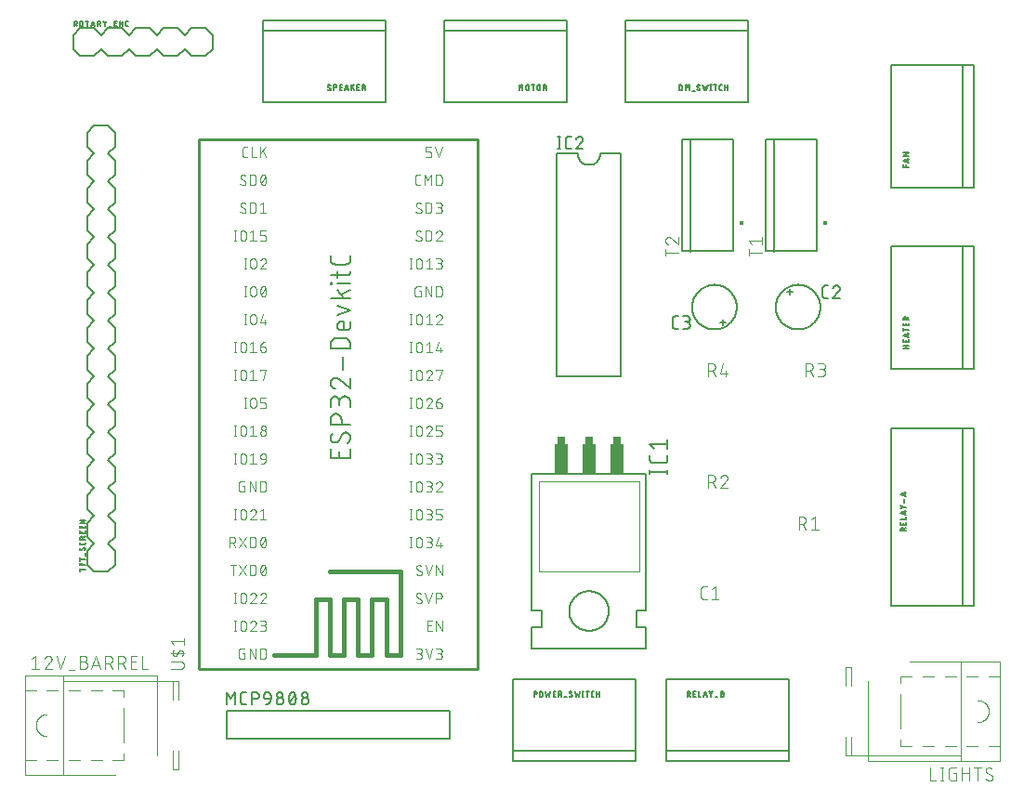
<source format=gbr>
G04 EAGLE Gerber RS-274X export*
G75*
%MOMM*%
%FSLAX34Y34*%
%LPD*%
%INSilkscreen Top*%
%IPPOS*%
%AMOC8*
5,1,8,0,0,1.08239X$1,22.5*%
G01*
%ADD10C,0.100000*%
%ADD11C,0.101600*%
%ADD12C,0.152400*%
%ADD13C,0.127000*%
%ADD14C,0.203200*%
%ADD15C,0.050800*%
%ADD16R,0.762000X0.635000*%
%ADD17R,1.270000X2.794000*%
%ADD18C,0.177800*%
%ADD19C,0.400000*%
%ADD20C,0.406400*%
%ADD21C,0.076200*%
%ADD22C,0.254000*%


D10*
X6800Y145500D02*
X6800Y158500D01*
X6800Y222500D01*
X6800Y235500D01*
X41800Y230500D02*
X41800Y145500D01*
X41800Y230500D02*
X41800Y235500D01*
X41800Y230500D02*
X126800Y230500D01*
X126800Y235500D01*
X6800Y235500D01*
X126800Y230500D02*
X141800Y230500D01*
X146800Y230500D01*
X16800Y222500D02*
X6800Y222500D01*
X26800Y222500D02*
X36800Y222500D01*
X46800Y222500D02*
X56800Y222500D01*
X66800Y222500D02*
X76800Y222500D01*
X86800Y222500D02*
X96800Y222500D01*
X16800Y158500D02*
X6800Y158500D01*
X26800Y158500D02*
X36800Y158500D01*
X46800Y158500D02*
X56800Y158500D01*
X66800Y158500D02*
X76800Y158500D01*
X86800Y158500D02*
X96800Y158500D01*
X96800Y164500D01*
X96800Y174500D02*
X96800Y180500D01*
X96800Y200500D01*
X96800Y206500D01*
X96800Y216500D02*
X96800Y222500D01*
X26800Y200500D02*
X26556Y200497D01*
X26313Y200488D01*
X26070Y200473D01*
X25827Y200453D01*
X25585Y200426D01*
X25344Y200393D01*
X25104Y200355D01*
X24864Y200311D01*
X24626Y200261D01*
X24389Y200205D01*
X24153Y200143D01*
X23919Y200076D01*
X23687Y200003D01*
X23456Y199924D01*
X23228Y199840D01*
X23001Y199750D01*
X22777Y199655D01*
X22555Y199554D01*
X22336Y199448D01*
X22120Y199337D01*
X21906Y199220D01*
X21695Y199099D01*
X21487Y198972D01*
X21282Y198840D01*
X21081Y198703D01*
X20883Y198561D01*
X20688Y198415D01*
X20497Y198264D01*
X20310Y198108D01*
X20127Y197948D01*
X19947Y197783D01*
X19772Y197614D01*
X19601Y197441D01*
X19434Y197263D01*
X19272Y197082D01*
X19114Y196897D01*
X18960Y196708D01*
X18811Y196515D01*
X18667Y196319D01*
X18528Y196119D01*
X18393Y195916D01*
X18264Y195709D01*
X18140Y195500D01*
X18021Y195288D01*
X17907Y195072D01*
X17798Y194855D01*
X17695Y194634D01*
X17597Y194411D01*
X17504Y194186D01*
X17417Y193958D01*
X17336Y193729D01*
X17260Y193497D01*
X17190Y193264D01*
X17125Y193029D01*
X17066Y192793D01*
X17013Y192555D01*
X16966Y192316D01*
X16925Y192076D01*
X16890Y191835D01*
X16860Y191594D01*
X16836Y191351D01*
X16819Y191108D01*
X16807Y190865D01*
X16801Y190622D01*
X16801Y190378D01*
X16807Y190135D01*
X16819Y189892D01*
X16836Y189649D01*
X16860Y189406D01*
X16890Y189165D01*
X16925Y188924D01*
X16966Y188684D01*
X17013Y188445D01*
X17066Y188207D01*
X17125Y187971D01*
X17190Y187736D01*
X17260Y187503D01*
X17336Y187271D01*
X17417Y187042D01*
X17504Y186814D01*
X17597Y186589D01*
X17695Y186366D01*
X17798Y186145D01*
X17907Y185928D01*
X18021Y185712D01*
X18140Y185500D01*
X18264Y185291D01*
X18393Y185084D01*
X18528Y184881D01*
X18667Y184681D01*
X18811Y184485D01*
X18960Y184292D01*
X19114Y184103D01*
X19272Y183918D01*
X19434Y183737D01*
X19601Y183559D01*
X19772Y183386D01*
X19947Y183217D01*
X20127Y183052D01*
X20310Y182892D01*
X20497Y182736D01*
X20688Y182585D01*
X20883Y182439D01*
X21081Y182297D01*
X21282Y182160D01*
X21487Y182028D01*
X21695Y181901D01*
X21906Y181780D01*
X22120Y181663D01*
X22336Y181552D01*
X22555Y181446D01*
X22777Y181345D01*
X23001Y181250D01*
X23228Y181160D01*
X23456Y181076D01*
X23687Y180997D01*
X23919Y180924D01*
X24153Y180857D01*
X24389Y180795D01*
X24626Y180739D01*
X24864Y180689D01*
X25104Y180645D01*
X25344Y180607D01*
X25585Y180574D01*
X25827Y180547D01*
X26070Y180527D01*
X26313Y180512D01*
X26556Y180503D01*
X26800Y180500D01*
X6800Y145500D02*
X88700Y145500D01*
X141800Y150500D02*
X146800Y150500D01*
X146800Y167000D01*
X146800Y214000D02*
X146800Y230500D01*
X126800Y230500D02*
X126800Y163200D01*
X141800Y214000D02*
X141800Y230500D01*
X141800Y167000D02*
X141800Y150500D01*
D11*
X16454Y253492D02*
X13208Y250896D01*
X16454Y253492D02*
X16454Y241808D01*
X19699Y241808D02*
X13208Y241808D01*
X28208Y253492D02*
X28315Y253490D01*
X28421Y253484D01*
X28527Y253474D01*
X28633Y253461D01*
X28739Y253443D01*
X28843Y253422D01*
X28947Y253397D01*
X29050Y253368D01*
X29151Y253336D01*
X29251Y253299D01*
X29350Y253259D01*
X29448Y253216D01*
X29544Y253169D01*
X29638Y253118D01*
X29730Y253064D01*
X29820Y253007D01*
X29908Y252947D01*
X29993Y252883D01*
X30076Y252816D01*
X30157Y252746D01*
X30235Y252674D01*
X30311Y252598D01*
X30383Y252520D01*
X30453Y252439D01*
X30520Y252356D01*
X30584Y252271D01*
X30644Y252183D01*
X30701Y252093D01*
X30755Y252001D01*
X30806Y251907D01*
X30853Y251811D01*
X30896Y251713D01*
X30936Y251614D01*
X30973Y251514D01*
X31005Y251413D01*
X31034Y251310D01*
X31059Y251206D01*
X31080Y251102D01*
X31098Y250996D01*
X31111Y250890D01*
X31121Y250784D01*
X31127Y250678D01*
X31129Y250571D01*
X28208Y253492D02*
X28087Y253490D01*
X27966Y253484D01*
X27846Y253474D01*
X27725Y253461D01*
X27606Y253443D01*
X27486Y253422D01*
X27368Y253397D01*
X27251Y253368D01*
X27134Y253335D01*
X27019Y253299D01*
X26905Y253258D01*
X26792Y253215D01*
X26680Y253167D01*
X26571Y253116D01*
X26463Y253061D01*
X26356Y253003D01*
X26252Y252942D01*
X26150Y252877D01*
X26050Y252809D01*
X25952Y252738D01*
X25856Y252664D01*
X25763Y252587D01*
X25673Y252506D01*
X25585Y252423D01*
X25500Y252337D01*
X25417Y252248D01*
X25338Y252157D01*
X25261Y252063D01*
X25188Y251967D01*
X25118Y251869D01*
X25051Y251768D01*
X24987Y251665D01*
X24927Y251560D01*
X24870Y251453D01*
X24816Y251345D01*
X24766Y251235D01*
X24720Y251123D01*
X24677Y251010D01*
X24638Y250895D01*
X30156Y248299D02*
X30235Y248376D01*
X30311Y248457D01*
X30384Y248540D01*
X30454Y248625D01*
X30521Y248713D01*
X30585Y248803D01*
X30645Y248895D01*
X30702Y248990D01*
X30756Y249086D01*
X30807Y249184D01*
X30854Y249284D01*
X30898Y249386D01*
X30938Y249489D01*
X30974Y249593D01*
X31006Y249699D01*
X31035Y249805D01*
X31060Y249913D01*
X31082Y250021D01*
X31099Y250131D01*
X31113Y250240D01*
X31122Y250350D01*
X31128Y250461D01*
X31130Y250571D01*
X30155Y248299D02*
X24638Y241808D01*
X31129Y241808D01*
X39314Y241808D02*
X35419Y253492D01*
X43208Y253492D02*
X39314Y241808D01*
X47004Y240510D02*
X52197Y240510D01*
X57192Y248299D02*
X60438Y248299D01*
X60438Y248300D02*
X60551Y248298D01*
X60664Y248292D01*
X60777Y248282D01*
X60890Y248268D01*
X61002Y248251D01*
X61113Y248229D01*
X61223Y248204D01*
X61333Y248174D01*
X61441Y248141D01*
X61548Y248104D01*
X61654Y248064D01*
X61758Y248019D01*
X61861Y247971D01*
X61962Y247920D01*
X62061Y247865D01*
X62158Y247807D01*
X62253Y247745D01*
X62346Y247680D01*
X62436Y247612D01*
X62524Y247541D01*
X62610Y247466D01*
X62693Y247389D01*
X62773Y247309D01*
X62850Y247226D01*
X62925Y247140D01*
X62996Y247052D01*
X63064Y246962D01*
X63129Y246869D01*
X63191Y246774D01*
X63249Y246677D01*
X63304Y246578D01*
X63355Y246477D01*
X63403Y246374D01*
X63448Y246270D01*
X63488Y246164D01*
X63525Y246057D01*
X63558Y245949D01*
X63588Y245839D01*
X63613Y245729D01*
X63635Y245618D01*
X63652Y245506D01*
X63666Y245393D01*
X63676Y245280D01*
X63682Y245167D01*
X63684Y245054D01*
X63682Y244941D01*
X63676Y244828D01*
X63666Y244715D01*
X63652Y244602D01*
X63635Y244490D01*
X63613Y244379D01*
X63588Y244269D01*
X63558Y244159D01*
X63525Y244051D01*
X63488Y243944D01*
X63448Y243838D01*
X63403Y243734D01*
X63355Y243631D01*
X63304Y243530D01*
X63249Y243431D01*
X63191Y243334D01*
X63129Y243239D01*
X63064Y243146D01*
X62996Y243056D01*
X62925Y242968D01*
X62850Y242882D01*
X62773Y242799D01*
X62693Y242719D01*
X62610Y242642D01*
X62524Y242567D01*
X62436Y242496D01*
X62346Y242428D01*
X62253Y242363D01*
X62158Y242301D01*
X62061Y242243D01*
X61962Y242188D01*
X61861Y242137D01*
X61758Y242089D01*
X61654Y242044D01*
X61548Y242004D01*
X61441Y241967D01*
X61333Y241934D01*
X61223Y241904D01*
X61113Y241879D01*
X61002Y241857D01*
X60890Y241840D01*
X60777Y241826D01*
X60664Y241816D01*
X60551Y241810D01*
X60438Y241808D01*
X57192Y241808D01*
X57192Y253492D01*
X60438Y253492D01*
X60539Y253490D01*
X60639Y253484D01*
X60739Y253474D01*
X60839Y253461D01*
X60938Y253443D01*
X61037Y253422D01*
X61134Y253397D01*
X61231Y253368D01*
X61326Y253335D01*
X61420Y253299D01*
X61512Y253259D01*
X61603Y253216D01*
X61692Y253169D01*
X61779Y253119D01*
X61865Y253065D01*
X61948Y253008D01*
X62028Y252948D01*
X62107Y252885D01*
X62183Y252818D01*
X62256Y252749D01*
X62326Y252677D01*
X62394Y252603D01*
X62459Y252526D01*
X62520Y252446D01*
X62579Y252364D01*
X62634Y252280D01*
X62686Y252194D01*
X62735Y252106D01*
X62780Y252016D01*
X62822Y251924D01*
X62860Y251831D01*
X62894Y251736D01*
X62925Y251641D01*
X62952Y251544D01*
X62975Y251446D01*
X62995Y251347D01*
X63010Y251247D01*
X63022Y251147D01*
X63030Y251047D01*
X63034Y250946D01*
X63034Y250846D01*
X63030Y250745D01*
X63022Y250645D01*
X63010Y250545D01*
X62995Y250445D01*
X62975Y250346D01*
X62952Y250248D01*
X62925Y250151D01*
X62894Y250056D01*
X62860Y249961D01*
X62822Y249868D01*
X62780Y249776D01*
X62735Y249686D01*
X62686Y249598D01*
X62634Y249512D01*
X62579Y249428D01*
X62520Y249346D01*
X62459Y249266D01*
X62394Y249189D01*
X62326Y249115D01*
X62256Y249043D01*
X62183Y248974D01*
X62107Y248907D01*
X62028Y248844D01*
X61948Y248784D01*
X61865Y248727D01*
X61779Y248673D01*
X61692Y248623D01*
X61603Y248576D01*
X61512Y248533D01*
X61420Y248493D01*
X61326Y248457D01*
X61231Y248424D01*
X61134Y248395D01*
X61037Y248370D01*
X60938Y248349D01*
X60839Y248331D01*
X60739Y248318D01*
X60639Y248308D01*
X60539Y248302D01*
X60438Y248300D01*
X67423Y241808D02*
X71317Y253492D01*
X75212Y241808D01*
X74238Y244729D02*
X68396Y244729D01*
X79957Y241808D02*
X79957Y253492D01*
X83202Y253492D01*
X83315Y253490D01*
X83428Y253484D01*
X83541Y253474D01*
X83654Y253460D01*
X83766Y253443D01*
X83877Y253421D01*
X83987Y253396D01*
X84097Y253366D01*
X84205Y253333D01*
X84312Y253296D01*
X84418Y253256D01*
X84522Y253211D01*
X84625Y253163D01*
X84726Y253112D01*
X84825Y253057D01*
X84922Y252999D01*
X85017Y252937D01*
X85110Y252872D01*
X85200Y252804D01*
X85288Y252733D01*
X85374Y252658D01*
X85457Y252581D01*
X85537Y252501D01*
X85614Y252418D01*
X85689Y252332D01*
X85760Y252244D01*
X85828Y252154D01*
X85893Y252061D01*
X85955Y251966D01*
X86013Y251869D01*
X86068Y251770D01*
X86119Y251669D01*
X86167Y251566D01*
X86212Y251462D01*
X86252Y251356D01*
X86289Y251249D01*
X86322Y251141D01*
X86352Y251031D01*
X86377Y250921D01*
X86399Y250810D01*
X86416Y250698D01*
X86430Y250585D01*
X86440Y250472D01*
X86446Y250359D01*
X86448Y250246D01*
X86446Y250133D01*
X86440Y250020D01*
X86430Y249907D01*
X86416Y249794D01*
X86399Y249682D01*
X86377Y249571D01*
X86352Y249461D01*
X86322Y249351D01*
X86289Y249243D01*
X86252Y249136D01*
X86212Y249030D01*
X86167Y248926D01*
X86119Y248823D01*
X86068Y248722D01*
X86013Y248623D01*
X85955Y248526D01*
X85893Y248431D01*
X85828Y248338D01*
X85760Y248248D01*
X85689Y248160D01*
X85614Y248074D01*
X85537Y247991D01*
X85457Y247911D01*
X85374Y247834D01*
X85288Y247759D01*
X85200Y247688D01*
X85110Y247620D01*
X85017Y247555D01*
X84922Y247493D01*
X84825Y247435D01*
X84726Y247380D01*
X84625Y247329D01*
X84522Y247281D01*
X84418Y247236D01*
X84312Y247196D01*
X84205Y247159D01*
X84097Y247126D01*
X83987Y247096D01*
X83877Y247071D01*
X83766Y247049D01*
X83654Y247032D01*
X83541Y247018D01*
X83428Y247008D01*
X83315Y247002D01*
X83202Y247000D01*
X83202Y247001D02*
X79957Y247001D01*
X83851Y247001D02*
X86448Y241808D01*
X91768Y241808D02*
X91768Y253492D01*
X95013Y253492D01*
X95126Y253490D01*
X95239Y253484D01*
X95352Y253474D01*
X95465Y253460D01*
X95577Y253443D01*
X95688Y253421D01*
X95798Y253396D01*
X95908Y253366D01*
X96016Y253333D01*
X96123Y253296D01*
X96229Y253256D01*
X96333Y253211D01*
X96436Y253163D01*
X96537Y253112D01*
X96636Y253057D01*
X96733Y252999D01*
X96828Y252937D01*
X96921Y252872D01*
X97011Y252804D01*
X97099Y252733D01*
X97185Y252658D01*
X97268Y252581D01*
X97348Y252501D01*
X97425Y252418D01*
X97500Y252332D01*
X97571Y252244D01*
X97639Y252154D01*
X97704Y252061D01*
X97766Y251966D01*
X97824Y251869D01*
X97879Y251770D01*
X97930Y251669D01*
X97978Y251566D01*
X98023Y251462D01*
X98063Y251356D01*
X98100Y251249D01*
X98133Y251141D01*
X98163Y251031D01*
X98188Y250921D01*
X98210Y250810D01*
X98227Y250698D01*
X98241Y250585D01*
X98251Y250472D01*
X98257Y250359D01*
X98259Y250246D01*
X98257Y250133D01*
X98251Y250020D01*
X98241Y249907D01*
X98227Y249794D01*
X98210Y249682D01*
X98188Y249571D01*
X98163Y249461D01*
X98133Y249351D01*
X98100Y249243D01*
X98063Y249136D01*
X98023Y249030D01*
X97978Y248926D01*
X97930Y248823D01*
X97879Y248722D01*
X97824Y248623D01*
X97766Y248526D01*
X97704Y248431D01*
X97639Y248338D01*
X97571Y248248D01*
X97500Y248160D01*
X97425Y248074D01*
X97348Y247991D01*
X97268Y247911D01*
X97185Y247834D01*
X97099Y247759D01*
X97011Y247688D01*
X96921Y247620D01*
X96828Y247555D01*
X96733Y247493D01*
X96636Y247435D01*
X96537Y247380D01*
X96436Y247329D01*
X96333Y247281D01*
X96229Y247236D01*
X96123Y247196D01*
X96016Y247159D01*
X95908Y247126D01*
X95798Y247096D01*
X95688Y247071D01*
X95577Y247049D01*
X95465Y247032D01*
X95352Y247018D01*
X95239Y247008D01*
X95126Y247002D01*
X95013Y247000D01*
X95013Y247001D02*
X91768Y247001D01*
X95662Y247001D02*
X98259Y241808D01*
X103527Y241808D02*
X108720Y241808D01*
X103527Y241808D02*
X103527Y253492D01*
X108720Y253492D01*
X107422Y248299D02*
X103527Y248299D01*
X113433Y253492D02*
X113433Y241808D01*
X118626Y241808D01*
X625404Y305308D02*
X628001Y305308D01*
X625404Y305308D02*
X625305Y305310D01*
X625205Y305316D01*
X625106Y305325D01*
X625008Y305338D01*
X624910Y305355D01*
X624812Y305376D01*
X624716Y305401D01*
X624621Y305429D01*
X624527Y305461D01*
X624434Y305496D01*
X624342Y305535D01*
X624252Y305578D01*
X624164Y305623D01*
X624077Y305673D01*
X623993Y305725D01*
X623910Y305781D01*
X623830Y305839D01*
X623752Y305901D01*
X623677Y305966D01*
X623604Y306034D01*
X623534Y306104D01*
X623466Y306177D01*
X623401Y306252D01*
X623339Y306330D01*
X623281Y306410D01*
X623225Y306493D01*
X623173Y306577D01*
X623123Y306664D01*
X623078Y306752D01*
X623035Y306842D01*
X622996Y306934D01*
X622961Y307027D01*
X622929Y307121D01*
X622901Y307216D01*
X622876Y307312D01*
X622855Y307410D01*
X622838Y307508D01*
X622825Y307606D01*
X622816Y307705D01*
X622810Y307805D01*
X622808Y307904D01*
X622808Y314396D01*
X622810Y314495D01*
X622816Y314595D01*
X622825Y314694D01*
X622838Y314792D01*
X622855Y314890D01*
X622876Y314988D01*
X622901Y315084D01*
X622929Y315179D01*
X622961Y315273D01*
X622996Y315366D01*
X623035Y315458D01*
X623078Y315548D01*
X623123Y315636D01*
X623173Y315723D01*
X623225Y315807D01*
X623281Y315890D01*
X623339Y315970D01*
X623401Y316048D01*
X623466Y316123D01*
X623534Y316196D01*
X623604Y316266D01*
X623677Y316334D01*
X623752Y316399D01*
X623830Y316461D01*
X623910Y316519D01*
X623993Y316575D01*
X624077Y316627D01*
X624164Y316677D01*
X624252Y316722D01*
X624342Y316765D01*
X624434Y316804D01*
X624526Y316839D01*
X624621Y316871D01*
X624716Y316899D01*
X624812Y316924D01*
X624910Y316945D01*
X625008Y316962D01*
X625106Y316975D01*
X625205Y316984D01*
X625305Y316990D01*
X625404Y316992D01*
X628001Y316992D01*
X632366Y314396D02*
X635612Y316992D01*
X635612Y305308D01*
X638857Y305308D02*
X632366Y305308D01*
D12*
X701040Y585470D02*
X706120Y585470D01*
X703580Y582930D02*
X703580Y588010D01*
X690880Y571500D02*
X690886Y571999D01*
X690904Y572497D01*
X690935Y572995D01*
X690978Y573492D01*
X691033Y573987D01*
X691100Y574482D01*
X691179Y574974D01*
X691270Y575464D01*
X691374Y575952D01*
X691489Y576437D01*
X691616Y576920D01*
X691755Y577399D01*
X691906Y577874D01*
X692068Y578346D01*
X692242Y578813D01*
X692427Y579276D01*
X692623Y579735D01*
X692831Y580188D01*
X693050Y580636D01*
X693279Y581079D01*
X693520Y581516D01*
X693771Y581947D01*
X694033Y582371D01*
X694305Y582789D01*
X694587Y583200D01*
X694879Y583605D01*
X695181Y584002D01*
X695492Y584391D01*
X695814Y584772D01*
X696144Y585146D01*
X696483Y585511D01*
X696832Y585868D01*
X697189Y586217D01*
X697554Y586556D01*
X697928Y586886D01*
X698309Y587208D01*
X698698Y587519D01*
X699095Y587821D01*
X699500Y588113D01*
X699911Y588395D01*
X700329Y588667D01*
X700753Y588929D01*
X701184Y589180D01*
X701621Y589421D01*
X702064Y589650D01*
X702512Y589869D01*
X702965Y590077D01*
X703424Y590273D01*
X703887Y590458D01*
X704354Y590632D01*
X704826Y590794D01*
X705301Y590945D01*
X705780Y591084D01*
X706263Y591211D01*
X706748Y591326D01*
X707236Y591430D01*
X707726Y591521D01*
X708218Y591600D01*
X708713Y591667D01*
X709208Y591722D01*
X709705Y591765D01*
X710203Y591796D01*
X710701Y591814D01*
X711200Y591820D01*
X711699Y591814D01*
X712197Y591796D01*
X712695Y591765D01*
X713192Y591722D01*
X713687Y591667D01*
X714182Y591600D01*
X714674Y591521D01*
X715164Y591430D01*
X715652Y591326D01*
X716137Y591211D01*
X716620Y591084D01*
X717099Y590945D01*
X717574Y590794D01*
X718046Y590632D01*
X718513Y590458D01*
X718976Y590273D01*
X719435Y590077D01*
X719888Y589869D01*
X720336Y589650D01*
X720779Y589421D01*
X721216Y589180D01*
X721647Y588929D01*
X722071Y588667D01*
X722489Y588395D01*
X722900Y588113D01*
X723305Y587821D01*
X723702Y587519D01*
X724091Y587208D01*
X724472Y586886D01*
X724846Y586556D01*
X725211Y586217D01*
X725568Y585868D01*
X725917Y585511D01*
X726256Y585146D01*
X726586Y584772D01*
X726908Y584391D01*
X727219Y584002D01*
X727521Y583605D01*
X727813Y583200D01*
X728095Y582789D01*
X728367Y582371D01*
X728629Y581947D01*
X728880Y581516D01*
X729121Y581079D01*
X729350Y580636D01*
X729569Y580188D01*
X729777Y579735D01*
X729973Y579276D01*
X730158Y578813D01*
X730332Y578346D01*
X730494Y577874D01*
X730645Y577399D01*
X730784Y576920D01*
X730911Y576437D01*
X731026Y575952D01*
X731130Y575464D01*
X731221Y574974D01*
X731300Y574482D01*
X731367Y573987D01*
X731422Y573492D01*
X731465Y572995D01*
X731496Y572497D01*
X731514Y571999D01*
X731520Y571500D01*
X731514Y571001D01*
X731496Y570503D01*
X731465Y570005D01*
X731422Y569508D01*
X731367Y569013D01*
X731300Y568518D01*
X731221Y568026D01*
X731130Y567536D01*
X731026Y567048D01*
X730911Y566563D01*
X730784Y566080D01*
X730645Y565601D01*
X730494Y565126D01*
X730332Y564654D01*
X730158Y564187D01*
X729973Y563724D01*
X729777Y563265D01*
X729569Y562812D01*
X729350Y562364D01*
X729121Y561921D01*
X728880Y561484D01*
X728629Y561053D01*
X728367Y560629D01*
X728095Y560211D01*
X727813Y559800D01*
X727521Y559395D01*
X727219Y558998D01*
X726908Y558609D01*
X726586Y558228D01*
X726256Y557854D01*
X725917Y557489D01*
X725568Y557132D01*
X725211Y556783D01*
X724846Y556444D01*
X724472Y556114D01*
X724091Y555792D01*
X723702Y555481D01*
X723305Y555179D01*
X722900Y554887D01*
X722489Y554605D01*
X722071Y554333D01*
X721647Y554071D01*
X721216Y553820D01*
X720779Y553579D01*
X720336Y553350D01*
X719888Y553131D01*
X719435Y552923D01*
X718976Y552727D01*
X718513Y552542D01*
X718046Y552368D01*
X717574Y552206D01*
X717099Y552055D01*
X716620Y551916D01*
X716137Y551789D01*
X715652Y551674D01*
X715164Y551570D01*
X714674Y551479D01*
X714182Y551400D01*
X713687Y551333D01*
X713192Y551278D01*
X712695Y551235D01*
X712197Y551204D01*
X711699Y551186D01*
X711200Y551180D01*
X710701Y551186D01*
X710203Y551204D01*
X709705Y551235D01*
X709208Y551278D01*
X708713Y551333D01*
X708218Y551400D01*
X707726Y551479D01*
X707236Y551570D01*
X706748Y551674D01*
X706263Y551789D01*
X705780Y551916D01*
X705301Y552055D01*
X704826Y552206D01*
X704354Y552368D01*
X703887Y552542D01*
X703424Y552727D01*
X702965Y552923D01*
X702512Y553131D01*
X702064Y553350D01*
X701621Y553579D01*
X701184Y553820D01*
X700753Y554071D01*
X700329Y554333D01*
X699911Y554605D01*
X699500Y554887D01*
X699095Y555179D01*
X698698Y555481D01*
X698309Y555792D01*
X697928Y556114D01*
X697554Y556444D01*
X697189Y556783D01*
X696832Y557132D01*
X696483Y557489D01*
X696144Y557854D01*
X695814Y558228D01*
X695492Y558609D01*
X695181Y558998D01*
X694879Y559395D01*
X694587Y559800D01*
X694305Y560211D01*
X694033Y560629D01*
X693771Y561053D01*
X693520Y561484D01*
X693279Y561921D01*
X693050Y562364D01*
X692831Y562812D01*
X692623Y563265D01*
X692427Y563724D01*
X692242Y564187D01*
X692068Y564654D01*
X691906Y565126D01*
X691755Y565601D01*
X691616Y566080D01*
X691489Y566563D01*
X691374Y567048D01*
X691270Y567536D01*
X691179Y568026D01*
X691100Y568518D01*
X691033Y569013D01*
X690978Y569508D01*
X690935Y570005D01*
X690904Y570503D01*
X690886Y571001D01*
X690880Y571500D01*
D13*
X735965Y579755D02*
X738505Y579755D01*
X735965Y579755D02*
X735865Y579757D01*
X735766Y579763D01*
X735666Y579773D01*
X735568Y579786D01*
X735469Y579804D01*
X735372Y579825D01*
X735276Y579850D01*
X735180Y579879D01*
X735086Y579912D01*
X734993Y579948D01*
X734902Y579988D01*
X734812Y580032D01*
X734724Y580079D01*
X734638Y580129D01*
X734554Y580183D01*
X734472Y580240D01*
X734393Y580300D01*
X734315Y580364D01*
X734241Y580430D01*
X734169Y580499D01*
X734100Y580571D01*
X734034Y580645D01*
X733970Y580723D01*
X733910Y580802D01*
X733853Y580884D01*
X733799Y580968D01*
X733749Y581054D01*
X733702Y581142D01*
X733658Y581232D01*
X733618Y581323D01*
X733582Y581416D01*
X733549Y581510D01*
X733520Y581606D01*
X733495Y581702D01*
X733474Y581799D01*
X733456Y581898D01*
X733443Y581996D01*
X733433Y582096D01*
X733427Y582195D01*
X733425Y582295D01*
X733425Y588645D01*
X733427Y588745D01*
X733433Y588844D01*
X733443Y588944D01*
X733456Y589042D01*
X733474Y589141D01*
X733495Y589238D01*
X733520Y589334D01*
X733549Y589430D01*
X733582Y589524D01*
X733618Y589617D01*
X733658Y589708D01*
X733702Y589798D01*
X733749Y589886D01*
X733799Y589972D01*
X733853Y590056D01*
X733910Y590138D01*
X733970Y590217D01*
X734034Y590295D01*
X734100Y590369D01*
X734169Y590441D01*
X734241Y590510D01*
X734315Y590576D01*
X734393Y590640D01*
X734472Y590700D01*
X734554Y590757D01*
X734638Y590811D01*
X734724Y590861D01*
X734812Y590908D01*
X734902Y590952D01*
X734993Y590992D01*
X735086Y591028D01*
X735180Y591061D01*
X735276Y591090D01*
X735372Y591115D01*
X735469Y591136D01*
X735568Y591154D01*
X735666Y591167D01*
X735766Y591177D01*
X735865Y591183D01*
X735965Y591185D01*
X738505Y591185D01*
X746480Y591186D02*
X746584Y591184D01*
X746689Y591178D01*
X746793Y591169D01*
X746896Y591156D01*
X746999Y591138D01*
X747101Y591118D01*
X747203Y591093D01*
X747303Y591065D01*
X747403Y591033D01*
X747501Y590997D01*
X747598Y590958D01*
X747693Y590916D01*
X747787Y590870D01*
X747879Y590820D01*
X747969Y590768D01*
X748057Y590712D01*
X748143Y590652D01*
X748227Y590590D01*
X748308Y590525D01*
X748387Y590457D01*
X748464Y590385D01*
X748537Y590312D01*
X748609Y590235D01*
X748677Y590156D01*
X748742Y590075D01*
X748804Y589991D01*
X748864Y589905D01*
X748920Y589817D01*
X748972Y589727D01*
X749022Y589635D01*
X749068Y589541D01*
X749110Y589446D01*
X749149Y589349D01*
X749185Y589251D01*
X749217Y589151D01*
X749245Y589051D01*
X749270Y588949D01*
X749290Y588847D01*
X749308Y588744D01*
X749321Y588641D01*
X749330Y588537D01*
X749336Y588432D01*
X749338Y588328D01*
X746480Y591185D02*
X746362Y591183D01*
X746243Y591177D01*
X746125Y591168D01*
X746008Y591155D01*
X745891Y591137D01*
X745774Y591117D01*
X745658Y591092D01*
X745543Y591064D01*
X745430Y591031D01*
X745317Y590996D01*
X745205Y590956D01*
X745095Y590914D01*
X744986Y590867D01*
X744878Y590817D01*
X744773Y590764D01*
X744669Y590707D01*
X744567Y590647D01*
X744467Y590584D01*
X744369Y590517D01*
X744273Y590448D01*
X744180Y590375D01*
X744089Y590299D01*
X744000Y590221D01*
X743914Y590139D01*
X743831Y590055D01*
X743750Y589969D01*
X743673Y589879D01*
X743598Y589788D01*
X743526Y589694D01*
X743457Y589597D01*
X743392Y589499D01*
X743329Y589398D01*
X743270Y589295D01*
X743214Y589191D01*
X743162Y589085D01*
X743113Y588977D01*
X743068Y588868D01*
X743026Y588757D01*
X742988Y588645D01*
X748385Y586106D02*
X748461Y586181D01*
X748536Y586260D01*
X748607Y586341D01*
X748676Y586425D01*
X748741Y586511D01*
X748803Y586599D01*
X748863Y586689D01*
X748919Y586781D01*
X748972Y586876D01*
X749021Y586972D01*
X749067Y587070D01*
X749110Y587169D01*
X749149Y587270D01*
X749184Y587372D01*
X749216Y587475D01*
X749244Y587579D01*
X749269Y587684D01*
X749290Y587791D01*
X749307Y587897D01*
X749320Y588004D01*
X749329Y588112D01*
X749335Y588220D01*
X749337Y588328D01*
X748385Y586105D02*
X742987Y579755D01*
X749337Y579755D01*
D12*
X645160Y557530D02*
X640080Y557530D01*
X642620Y560070D02*
X642620Y554990D01*
X614680Y571500D02*
X614686Y571999D01*
X614704Y572497D01*
X614735Y572995D01*
X614778Y573492D01*
X614833Y573987D01*
X614900Y574482D01*
X614979Y574974D01*
X615070Y575464D01*
X615174Y575952D01*
X615289Y576437D01*
X615416Y576920D01*
X615555Y577399D01*
X615706Y577874D01*
X615868Y578346D01*
X616042Y578813D01*
X616227Y579276D01*
X616423Y579735D01*
X616631Y580188D01*
X616850Y580636D01*
X617079Y581079D01*
X617320Y581516D01*
X617571Y581947D01*
X617833Y582371D01*
X618105Y582789D01*
X618387Y583200D01*
X618679Y583605D01*
X618981Y584002D01*
X619292Y584391D01*
X619614Y584772D01*
X619944Y585146D01*
X620283Y585511D01*
X620632Y585868D01*
X620989Y586217D01*
X621354Y586556D01*
X621728Y586886D01*
X622109Y587208D01*
X622498Y587519D01*
X622895Y587821D01*
X623300Y588113D01*
X623711Y588395D01*
X624129Y588667D01*
X624553Y588929D01*
X624984Y589180D01*
X625421Y589421D01*
X625864Y589650D01*
X626312Y589869D01*
X626765Y590077D01*
X627224Y590273D01*
X627687Y590458D01*
X628154Y590632D01*
X628626Y590794D01*
X629101Y590945D01*
X629580Y591084D01*
X630063Y591211D01*
X630548Y591326D01*
X631036Y591430D01*
X631526Y591521D01*
X632018Y591600D01*
X632513Y591667D01*
X633008Y591722D01*
X633505Y591765D01*
X634003Y591796D01*
X634501Y591814D01*
X635000Y591820D01*
X635499Y591814D01*
X635997Y591796D01*
X636495Y591765D01*
X636992Y591722D01*
X637487Y591667D01*
X637982Y591600D01*
X638474Y591521D01*
X638964Y591430D01*
X639452Y591326D01*
X639937Y591211D01*
X640420Y591084D01*
X640899Y590945D01*
X641374Y590794D01*
X641846Y590632D01*
X642313Y590458D01*
X642776Y590273D01*
X643235Y590077D01*
X643688Y589869D01*
X644136Y589650D01*
X644579Y589421D01*
X645016Y589180D01*
X645447Y588929D01*
X645871Y588667D01*
X646289Y588395D01*
X646700Y588113D01*
X647105Y587821D01*
X647502Y587519D01*
X647891Y587208D01*
X648272Y586886D01*
X648646Y586556D01*
X649011Y586217D01*
X649368Y585868D01*
X649717Y585511D01*
X650056Y585146D01*
X650386Y584772D01*
X650708Y584391D01*
X651019Y584002D01*
X651321Y583605D01*
X651613Y583200D01*
X651895Y582789D01*
X652167Y582371D01*
X652429Y581947D01*
X652680Y581516D01*
X652921Y581079D01*
X653150Y580636D01*
X653369Y580188D01*
X653577Y579735D01*
X653773Y579276D01*
X653958Y578813D01*
X654132Y578346D01*
X654294Y577874D01*
X654445Y577399D01*
X654584Y576920D01*
X654711Y576437D01*
X654826Y575952D01*
X654930Y575464D01*
X655021Y574974D01*
X655100Y574482D01*
X655167Y573987D01*
X655222Y573492D01*
X655265Y572995D01*
X655296Y572497D01*
X655314Y571999D01*
X655320Y571500D01*
X655314Y571001D01*
X655296Y570503D01*
X655265Y570005D01*
X655222Y569508D01*
X655167Y569013D01*
X655100Y568518D01*
X655021Y568026D01*
X654930Y567536D01*
X654826Y567048D01*
X654711Y566563D01*
X654584Y566080D01*
X654445Y565601D01*
X654294Y565126D01*
X654132Y564654D01*
X653958Y564187D01*
X653773Y563724D01*
X653577Y563265D01*
X653369Y562812D01*
X653150Y562364D01*
X652921Y561921D01*
X652680Y561484D01*
X652429Y561053D01*
X652167Y560629D01*
X651895Y560211D01*
X651613Y559800D01*
X651321Y559395D01*
X651019Y558998D01*
X650708Y558609D01*
X650386Y558228D01*
X650056Y557854D01*
X649717Y557489D01*
X649368Y557132D01*
X649011Y556783D01*
X648646Y556444D01*
X648272Y556114D01*
X647891Y555792D01*
X647502Y555481D01*
X647105Y555179D01*
X646700Y554887D01*
X646289Y554605D01*
X645871Y554333D01*
X645447Y554071D01*
X645016Y553820D01*
X644579Y553579D01*
X644136Y553350D01*
X643688Y553131D01*
X643235Y552923D01*
X642776Y552727D01*
X642313Y552542D01*
X641846Y552368D01*
X641374Y552206D01*
X640899Y552055D01*
X640420Y551916D01*
X639937Y551789D01*
X639452Y551674D01*
X638964Y551570D01*
X638474Y551479D01*
X637982Y551400D01*
X637487Y551333D01*
X636992Y551278D01*
X636495Y551235D01*
X635997Y551204D01*
X635499Y551186D01*
X635000Y551180D01*
X634501Y551186D01*
X634003Y551204D01*
X633505Y551235D01*
X633008Y551278D01*
X632513Y551333D01*
X632018Y551400D01*
X631526Y551479D01*
X631036Y551570D01*
X630548Y551674D01*
X630063Y551789D01*
X629580Y551916D01*
X629101Y552055D01*
X628626Y552206D01*
X628154Y552368D01*
X627687Y552542D01*
X627224Y552727D01*
X626765Y552923D01*
X626312Y553131D01*
X625864Y553350D01*
X625421Y553579D01*
X624984Y553820D01*
X624553Y554071D01*
X624129Y554333D01*
X623711Y554605D01*
X623300Y554887D01*
X622895Y555179D01*
X622498Y555481D01*
X622109Y555792D01*
X621728Y556114D01*
X621354Y556444D01*
X620989Y556783D01*
X620632Y557132D01*
X620283Y557489D01*
X619944Y557854D01*
X619614Y558228D01*
X619292Y558609D01*
X618981Y558998D01*
X618679Y559395D01*
X618387Y559800D01*
X618105Y560211D01*
X617833Y560629D01*
X617571Y561053D01*
X617320Y561484D01*
X617079Y561921D01*
X616850Y562364D01*
X616631Y562812D01*
X616423Y563265D01*
X616227Y563724D01*
X616042Y564187D01*
X615868Y564654D01*
X615706Y565126D01*
X615555Y565601D01*
X615416Y566080D01*
X615289Y566563D01*
X615174Y567048D01*
X615070Y567536D01*
X614979Y568026D01*
X614900Y568518D01*
X614833Y569013D01*
X614778Y569508D01*
X614735Y570005D01*
X614704Y570503D01*
X614686Y571001D01*
X614680Y571500D01*
D13*
X601943Y551815D02*
X599403Y551815D01*
X599303Y551817D01*
X599204Y551823D01*
X599104Y551833D01*
X599006Y551846D01*
X598907Y551864D01*
X598810Y551885D01*
X598714Y551910D01*
X598618Y551939D01*
X598524Y551972D01*
X598431Y552008D01*
X598340Y552048D01*
X598250Y552092D01*
X598162Y552139D01*
X598076Y552189D01*
X597992Y552243D01*
X597910Y552300D01*
X597831Y552360D01*
X597753Y552424D01*
X597679Y552490D01*
X597607Y552559D01*
X597538Y552631D01*
X597472Y552705D01*
X597408Y552783D01*
X597348Y552862D01*
X597291Y552944D01*
X597237Y553028D01*
X597187Y553114D01*
X597140Y553202D01*
X597096Y553292D01*
X597056Y553383D01*
X597020Y553476D01*
X596987Y553570D01*
X596958Y553666D01*
X596933Y553762D01*
X596912Y553859D01*
X596894Y553958D01*
X596881Y554056D01*
X596871Y554156D01*
X596865Y554255D01*
X596863Y554355D01*
X596863Y560705D01*
X596865Y560805D01*
X596871Y560904D01*
X596881Y561004D01*
X596894Y561102D01*
X596912Y561201D01*
X596933Y561298D01*
X596958Y561394D01*
X596987Y561490D01*
X597020Y561584D01*
X597056Y561677D01*
X597096Y561768D01*
X597140Y561858D01*
X597187Y561946D01*
X597237Y562032D01*
X597291Y562116D01*
X597348Y562198D01*
X597408Y562277D01*
X597472Y562355D01*
X597538Y562429D01*
X597607Y562501D01*
X597679Y562570D01*
X597753Y562636D01*
X597831Y562700D01*
X597910Y562760D01*
X597992Y562817D01*
X598076Y562871D01*
X598162Y562921D01*
X598250Y562968D01*
X598340Y563012D01*
X598431Y563052D01*
X598524Y563088D01*
X598618Y563121D01*
X598714Y563150D01*
X598810Y563175D01*
X598907Y563196D01*
X599006Y563214D01*
X599104Y563227D01*
X599204Y563237D01*
X599303Y563243D01*
X599403Y563245D01*
X601943Y563245D01*
X606425Y551815D02*
X609600Y551815D01*
X609711Y551817D01*
X609821Y551823D01*
X609932Y551832D01*
X610042Y551846D01*
X610151Y551863D01*
X610260Y551884D01*
X610368Y551909D01*
X610475Y551938D01*
X610581Y551970D01*
X610686Y552006D01*
X610789Y552046D01*
X610891Y552089D01*
X610992Y552136D01*
X611091Y552187D01*
X611188Y552240D01*
X611282Y552297D01*
X611375Y552358D01*
X611466Y552421D01*
X611555Y552488D01*
X611641Y552558D01*
X611724Y552631D01*
X611806Y552706D01*
X611884Y552784D01*
X611959Y552866D01*
X612032Y552949D01*
X612102Y553035D01*
X612169Y553124D01*
X612232Y553215D01*
X612293Y553308D01*
X612350Y553403D01*
X612403Y553499D01*
X612454Y553598D01*
X612501Y553699D01*
X612544Y553801D01*
X612584Y553904D01*
X612620Y554009D01*
X612652Y554115D01*
X612681Y554222D01*
X612706Y554330D01*
X612727Y554439D01*
X612744Y554548D01*
X612758Y554658D01*
X612767Y554769D01*
X612773Y554879D01*
X612775Y554990D01*
X612773Y555101D01*
X612767Y555211D01*
X612758Y555322D01*
X612744Y555432D01*
X612727Y555541D01*
X612706Y555650D01*
X612681Y555758D01*
X612652Y555865D01*
X612620Y555971D01*
X612584Y556076D01*
X612544Y556179D01*
X612501Y556281D01*
X612454Y556382D01*
X612403Y556481D01*
X612350Y556577D01*
X612293Y556672D01*
X612232Y556765D01*
X612169Y556856D01*
X612102Y556945D01*
X612032Y557031D01*
X611959Y557114D01*
X611884Y557196D01*
X611806Y557274D01*
X611724Y557349D01*
X611641Y557422D01*
X611555Y557492D01*
X611466Y557559D01*
X611375Y557622D01*
X611282Y557683D01*
X611188Y557740D01*
X611091Y557793D01*
X610992Y557844D01*
X610891Y557891D01*
X610789Y557934D01*
X610686Y557974D01*
X610581Y558010D01*
X610475Y558042D01*
X610368Y558071D01*
X610260Y558096D01*
X610151Y558117D01*
X610042Y558134D01*
X609932Y558148D01*
X609821Y558157D01*
X609711Y558163D01*
X609600Y558165D01*
X610235Y563245D02*
X606425Y563245D01*
X610235Y563245D02*
X610335Y563243D01*
X610434Y563237D01*
X610534Y563227D01*
X610632Y563214D01*
X610731Y563196D01*
X610828Y563175D01*
X610924Y563150D01*
X611020Y563121D01*
X611114Y563088D01*
X611207Y563052D01*
X611298Y563012D01*
X611388Y562968D01*
X611476Y562921D01*
X611562Y562871D01*
X611646Y562817D01*
X611728Y562760D01*
X611807Y562700D01*
X611885Y562636D01*
X611959Y562570D01*
X612031Y562501D01*
X612100Y562429D01*
X612166Y562355D01*
X612230Y562277D01*
X612290Y562198D01*
X612347Y562116D01*
X612401Y562032D01*
X612451Y561946D01*
X612498Y561858D01*
X612542Y561768D01*
X612582Y561677D01*
X612618Y561584D01*
X612651Y561490D01*
X612680Y561394D01*
X612705Y561298D01*
X612726Y561201D01*
X612744Y561102D01*
X612757Y561004D01*
X612767Y560904D01*
X612773Y560805D01*
X612775Y560705D01*
X612773Y560605D01*
X612767Y560506D01*
X612757Y560406D01*
X612744Y560308D01*
X612726Y560209D01*
X612705Y560112D01*
X612680Y560016D01*
X612651Y559920D01*
X612618Y559826D01*
X612582Y559733D01*
X612542Y559642D01*
X612498Y559552D01*
X612451Y559464D01*
X612401Y559378D01*
X612347Y559294D01*
X612290Y559212D01*
X612230Y559133D01*
X612166Y559055D01*
X612100Y558981D01*
X612031Y558909D01*
X611959Y558840D01*
X611885Y558774D01*
X611807Y558710D01*
X611728Y558650D01*
X611646Y558593D01*
X611562Y558539D01*
X611476Y558489D01*
X611388Y558442D01*
X611298Y558398D01*
X611207Y558358D01*
X611114Y558322D01*
X611020Y558289D01*
X610924Y558260D01*
X610828Y558235D01*
X610731Y558214D01*
X610632Y558196D01*
X610534Y558183D01*
X610434Y558173D01*
X610335Y558167D01*
X610235Y558165D01*
X607695Y558165D01*
D14*
X554000Y758100D02*
X666000Y758100D01*
X554000Y758100D02*
X554000Y823100D01*
X554000Y833100D01*
X666000Y833100D01*
X666000Y823100D01*
X666000Y758100D01*
X666000Y823100D02*
X554000Y823100D01*
D13*
X602870Y774065D02*
X602870Y769239D01*
X602870Y774065D02*
X604211Y774065D01*
X604281Y774063D01*
X604351Y774058D01*
X604421Y774048D01*
X604490Y774036D01*
X604558Y774019D01*
X604625Y773999D01*
X604692Y773976D01*
X604756Y773949D01*
X604820Y773919D01*
X604882Y773885D01*
X604941Y773849D01*
X604999Y773809D01*
X605055Y773766D01*
X605108Y773721D01*
X605159Y773672D01*
X605208Y773621D01*
X605253Y773568D01*
X605296Y773512D01*
X605336Y773454D01*
X605372Y773395D01*
X605406Y773333D01*
X605436Y773269D01*
X605463Y773205D01*
X605486Y773138D01*
X605506Y773071D01*
X605523Y773003D01*
X605535Y772934D01*
X605545Y772864D01*
X605550Y772794D01*
X605552Y772724D01*
X605551Y772724D02*
X605551Y770580D01*
X605552Y770580D02*
X605550Y770510D01*
X605545Y770440D01*
X605535Y770370D01*
X605523Y770301D01*
X605506Y770233D01*
X605486Y770166D01*
X605463Y770099D01*
X605436Y770035D01*
X605406Y769971D01*
X605372Y769909D01*
X605336Y769850D01*
X605296Y769792D01*
X605253Y769736D01*
X605208Y769683D01*
X605159Y769632D01*
X605108Y769583D01*
X605055Y769538D01*
X604999Y769495D01*
X604941Y769455D01*
X604881Y769419D01*
X604820Y769385D01*
X604756Y769355D01*
X604692Y769328D01*
X604625Y769305D01*
X604558Y769285D01*
X604490Y769268D01*
X604421Y769256D01*
X604351Y769246D01*
X604281Y769241D01*
X604211Y769239D01*
X602870Y769239D01*
X608820Y769239D02*
X608820Y774065D01*
X610429Y771384D01*
X612037Y774065D01*
X612037Y769239D01*
X614843Y768703D02*
X616988Y768703D01*
X620938Y769239D02*
X621003Y769241D01*
X621067Y769247D01*
X621131Y769257D01*
X621195Y769270D01*
X621257Y769288D01*
X621318Y769309D01*
X621378Y769333D01*
X621436Y769362D01*
X621493Y769394D01*
X621547Y769429D01*
X621599Y769467D01*
X621649Y769509D01*
X621696Y769553D01*
X621740Y769600D01*
X621782Y769650D01*
X621820Y769702D01*
X621855Y769756D01*
X621887Y769813D01*
X621916Y769871D01*
X621940Y769931D01*
X621961Y769992D01*
X621979Y770054D01*
X621992Y770118D01*
X622002Y770182D01*
X622008Y770246D01*
X622010Y770311D01*
X620938Y769239D02*
X620844Y769241D01*
X620750Y769247D01*
X620656Y769257D01*
X620563Y769270D01*
X620471Y769288D01*
X620379Y769309D01*
X620288Y769334D01*
X620198Y769363D01*
X620110Y769396D01*
X620023Y769432D01*
X619938Y769472D01*
X619854Y769515D01*
X619773Y769562D01*
X619693Y769612D01*
X619615Y769665D01*
X619540Y769722D01*
X619467Y769781D01*
X619397Y769844D01*
X619329Y769909D01*
X619464Y772993D02*
X619466Y773058D01*
X619472Y773122D01*
X619482Y773186D01*
X619495Y773250D01*
X619513Y773312D01*
X619534Y773373D01*
X619558Y773433D01*
X619587Y773491D01*
X619619Y773548D01*
X619654Y773602D01*
X619692Y773654D01*
X619734Y773704D01*
X619778Y773751D01*
X619825Y773795D01*
X619875Y773837D01*
X619927Y773875D01*
X619981Y773910D01*
X620038Y773942D01*
X620096Y773971D01*
X620156Y773995D01*
X620217Y774016D01*
X620279Y774034D01*
X620343Y774047D01*
X620407Y774057D01*
X620471Y774063D01*
X620536Y774065D01*
X620622Y774063D01*
X620708Y774058D01*
X620794Y774048D01*
X620879Y774035D01*
X620964Y774019D01*
X621048Y773999D01*
X621131Y773975D01*
X621213Y773948D01*
X621293Y773917D01*
X621373Y773883D01*
X621450Y773845D01*
X621526Y773804D01*
X621600Y773760D01*
X621672Y773713D01*
X621743Y773663D01*
X620000Y772055D02*
X619947Y772088D01*
X619896Y772125D01*
X619847Y772164D01*
X619800Y772206D01*
X619756Y772251D01*
X619715Y772298D01*
X619676Y772347D01*
X619640Y772399D01*
X619607Y772453D01*
X619578Y772508D01*
X619552Y772565D01*
X619529Y772624D01*
X619509Y772683D01*
X619493Y772744D01*
X619480Y772805D01*
X619471Y772868D01*
X619466Y772930D01*
X619464Y772993D01*
X621474Y771249D02*
X621527Y771216D01*
X621578Y771179D01*
X621627Y771140D01*
X621674Y771098D01*
X621718Y771053D01*
X621759Y771006D01*
X621798Y770957D01*
X621834Y770905D01*
X621867Y770851D01*
X621896Y770796D01*
X621922Y770739D01*
X621945Y770680D01*
X621965Y770621D01*
X621981Y770560D01*
X621994Y770499D01*
X622003Y770436D01*
X622008Y770374D01*
X622010Y770311D01*
X621474Y771250D02*
X620000Y772054D01*
X624560Y774065D02*
X625633Y769239D01*
X626705Y772456D01*
X627777Y769239D01*
X628850Y774065D01*
X631826Y774065D02*
X631826Y769239D01*
X632362Y769239D02*
X631289Y769239D01*
X631289Y774065D02*
X632362Y774065D01*
X635849Y774065D02*
X635849Y769239D01*
X634508Y774065D02*
X637190Y774065D01*
X640673Y769239D02*
X641745Y769239D01*
X640673Y769239D02*
X640608Y769241D01*
X640544Y769247D01*
X640480Y769257D01*
X640416Y769270D01*
X640354Y769288D01*
X640293Y769309D01*
X640233Y769333D01*
X640175Y769362D01*
X640118Y769394D01*
X640064Y769429D01*
X640012Y769467D01*
X639962Y769509D01*
X639915Y769553D01*
X639871Y769600D01*
X639829Y769650D01*
X639791Y769702D01*
X639756Y769756D01*
X639724Y769813D01*
X639695Y769871D01*
X639671Y769931D01*
X639650Y769992D01*
X639632Y770054D01*
X639619Y770118D01*
X639609Y770182D01*
X639603Y770246D01*
X639601Y770311D01*
X639600Y770311D02*
X639600Y772993D01*
X639601Y772993D02*
X639603Y773058D01*
X639609Y773122D01*
X639619Y773186D01*
X639632Y773250D01*
X639650Y773312D01*
X639671Y773373D01*
X639695Y773433D01*
X639724Y773491D01*
X639756Y773548D01*
X639791Y773602D01*
X639829Y773654D01*
X639871Y773704D01*
X639915Y773751D01*
X639962Y773795D01*
X640012Y773837D01*
X640064Y773875D01*
X640118Y773910D01*
X640175Y773942D01*
X640233Y773971D01*
X640293Y773995D01*
X640354Y774016D01*
X640416Y774034D01*
X640480Y774047D01*
X640544Y774057D01*
X640608Y774063D01*
X640673Y774065D01*
X641745Y774065D01*
X644384Y774065D02*
X644384Y769239D01*
X644384Y771920D02*
X647065Y771920D01*
X647065Y774065D02*
X647065Y769239D01*
D14*
X796200Y792200D02*
X796200Y680200D01*
X796200Y792200D02*
X861200Y792200D01*
X871200Y792200D01*
X871200Y680200D01*
X861200Y680200D01*
X796200Y680200D01*
X861200Y680200D02*
X861200Y792200D01*
D13*
X812165Y699135D02*
X807339Y699135D01*
X807339Y701280D01*
X809484Y701280D02*
X809484Y699135D01*
X812165Y703419D02*
X807339Y705028D01*
X812165Y706637D01*
X810959Y706234D02*
X810959Y703821D01*
X812165Y709357D02*
X807339Y709357D01*
X812165Y712038D01*
X807339Y712038D01*
D14*
X796200Y627100D02*
X796200Y515100D01*
X796200Y627100D02*
X861200Y627100D01*
X871200Y627100D01*
X871200Y515100D01*
X861200Y515100D01*
X796200Y515100D01*
X861200Y515100D02*
X861200Y627100D01*
D13*
X812165Y534035D02*
X807339Y534035D01*
X809484Y534035D02*
X809484Y536716D01*
X807339Y536716D02*
X812165Y536716D01*
X812165Y539907D02*
X812165Y542052D01*
X812165Y539907D02*
X807339Y539907D01*
X807339Y542052D01*
X809484Y541515D02*
X809484Y539907D01*
X812165Y544191D02*
X807339Y545800D01*
X812165Y547408D01*
X810959Y547006D02*
X810959Y544593D01*
X812165Y550920D02*
X807339Y550920D01*
X807339Y549580D02*
X807339Y552261D01*
X812165Y554903D02*
X812165Y557048D01*
X812165Y554903D02*
X807339Y554903D01*
X807339Y557048D01*
X809484Y556511D02*
X809484Y554903D01*
X807339Y559702D02*
X812165Y559702D01*
X807339Y559702D02*
X807339Y561042D01*
X807341Y561113D01*
X807347Y561185D01*
X807356Y561255D01*
X807369Y561325D01*
X807386Y561395D01*
X807407Y561463D01*
X807431Y561530D01*
X807459Y561596D01*
X807490Y561660D01*
X807525Y561723D01*
X807563Y561783D01*
X807604Y561842D01*
X807648Y561898D01*
X807695Y561952D01*
X807744Y562003D01*
X807797Y562051D01*
X807852Y562097D01*
X807909Y562139D01*
X807969Y562179D01*
X808030Y562215D01*
X808094Y562248D01*
X808159Y562277D01*
X808225Y562303D01*
X808293Y562326D01*
X808362Y562345D01*
X808432Y562360D01*
X808502Y562371D01*
X808573Y562379D01*
X808644Y562383D01*
X808716Y562383D01*
X808787Y562379D01*
X808858Y562371D01*
X808928Y562360D01*
X808998Y562345D01*
X809067Y562326D01*
X809135Y562303D01*
X809201Y562277D01*
X809266Y562248D01*
X809330Y562215D01*
X809391Y562179D01*
X809451Y562139D01*
X809508Y562097D01*
X809563Y562051D01*
X809616Y562003D01*
X809665Y561952D01*
X809712Y561898D01*
X809756Y561842D01*
X809797Y561783D01*
X809835Y561723D01*
X809870Y561660D01*
X809901Y561596D01*
X809929Y561530D01*
X809953Y561463D01*
X809974Y561395D01*
X809991Y561325D01*
X810004Y561255D01*
X810013Y561185D01*
X810019Y561113D01*
X810021Y561042D01*
X810020Y561042D02*
X810020Y559702D01*
X810020Y561310D02*
X812165Y562383D01*
D12*
X572770Y419100D02*
X468630Y419100D01*
X468630Y260350D02*
X572770Y260350D01*
X468630Y294640D02*
X468630Y419100D01*
X468630Y294640D02*
X477520Y294640D01*
X477520Y279400D01*
X468630Y279400D01*
X468630Y260350D01*
X572770Y294640D02*
X572770Y419100D01*
X572770Y294640D02*
X563880Y294640D01*
X563880Y279400D01*
X572770Y279400D01*
X572770Y260350D01*
D15*
X566420Y412750D02*
X474980Y412750D01*
X474980Y330200D01*
X566420Y330200D01*
X566420Y412750D01*
D12*
X502666Y294640D02*
X502671Y295083D01*
X502688Y295525D01*
X502715Y295967D01*
X502753Y296408D01*
X502802Y296848D01*
X502861Y297286D01*
X502932Y297723D01*
X503013Y298158D01*
X503104Y298591D01*
X503206Y299022D01*
X503319Y299450D01*
X503443Y299875D01*
X503576Y300297D01*
X503720Y300715D01*
X503874Y301130D01*
X504039Y301541D01*
X504213Y301948D01*
X504397Y302351D01*
X504592Y302748D01*
X504795Y303141D01*
X505009Y303529D01*
X505232Y303911D01*
X505464Y304288D01*
X505705Y304659D01*
X505956Y305024D01*
X506215Y305383D01*
X506483Y305735D01*
X506760Y306081D01*
X507044Y306419D01*
X507338Y306751D01*
X507639Y307075D01*
X507948Y307392D01*
X508265Y307701D01*
X508589Y308002D01*
X508921Y308296D01*
X509259Y308580D01*
X509605Y308857D01*
X509957Y309125D01*
X510316Y309384D01*
X510681Y309635D01*
X511052Y309876D01*
X511429Y310108D01*
X511811Y310331D01*
X512199Y310545D01*
X512592Y310748D01*
X512989Y310943D01*
X513392Y311127D01*
X513799Y311301D01*
X514210Y311466D01*
X514625Y311620D01*
X515043Y311764D01*
X515465Y311897D01*
X515890Y312021D01*
X516318Y312134D01*
X516749Y312236D01*
X517182Y312327D01*
X517617Y312408D01*
X518054Y312479D01*
X518492Y312538D01*
X518932Y312587D01*
X519373Y312625D01*
X519815Y312652D01*
X520257Y312669D01*
X520700Y312674D01*
X521143Y312669D01*
X521585Y312652D01*
X522027Y312625D01*
X522468Y312587D01*
X522908Y312538D01*
X523346Y312479D01*
X523783Y312408D01*
X524218Y312327D01*
X524651Y312236D01*
X525082Y312134D01*
X525510Y312021D01*
X525935Y311897D01*
X526357Y311764D01*
X526775Y311620D01*
X527190Y311466D01*
X527601Y311301D01*
X528008Y311127D01*
X528411Y310943D01*
X528808Y310748D01*
X529201Y310545D01*
X529589Y310331D01*
X529971Y310108D01*
X530348Y309876D01*
X530719Y309635D01*
X531084Y309384D01*
X531443Y309125D01*
X531795Y308857D01*
X532141Y308580D01*
X532479Y308296D01*
X532811Y308002D01*
X533135Y307701D01*
X533452Y307392D01*
X533761Y307075D01*
X534062Y306751D01*
X534356Y306419D01*
X534640Y306081D01*
X534917Y305735D01*
X535185Y305383D01*
X535444Y305024D01*
X535695Y304659D01*
X535936Y304288D01*
X536168Y303911D01*
X536391Y303529D01*
X536605Y303141D01*
X536808Y302748D01*
X537003Y302351D01*
X537187Y301948D01*
X537361Y301541D01*
X537526Y301130D01*
X537680Y300715D01*
X537824Y300297D01*
X537957Y299875D01*
X538081Y299450D01*
X538194Y299022D01*
X538296Y298591D01*
X538387Y298158D01*
X538468Y297723D01*
X538539Y297286D01*
X538598Y296848D01*
X538647Y296408D01*
X538685Y295967D01*
X538712Y295525D01*
X538729Y295083D01*
X538734Y294640D01*
X538729Y294197D01*
X538712Y293755D01*
X538685Y293313D01*
X538647Y292872D01*
X538598Y292432D01*
X538539Y291994D01*
X538468Y291557D01*
X538387Y291122D01*
X538296Y290689D01*
X538194Y290258D01*
X538081Y289830D01*
X537957Y289405D01*
X537824Y288983D01*
X537680Y288565D01*
X537526Y288150D01*
X537361Y287739D01*
X537187Y287332D01*
X537003Y286929D01*
X536808Y286532D01*
X536605Y286139D01*
X536391Y285751D01*
X536168Y285369D01*
X535936Y284992D01*
X535695Y284621D01*
X535444Y284256D01*
X535185Y283897D01*
X534917Y283545D01*
X534640Y283199D01*
X534356Y282861D01*
X534062Y282529D01*
X533761Y282205D01*
X533452Y281888D01*
X533135Y281579D01*
X532811Y281278D01*
X532479Y280984D01*
X532141Y280700D01*
X531795Y280423D01*
X531443Y280155D01*
X531084Y279896D01*
X530719Y279645D01*
X530348Y279404D01*
X529971Y279172D01*
X529589Y278949D01*
X529201Y278735D01*
X528808Y278532D01*
X528411Y278337D01*
X528008Y278153D01*
X527601Y277979D01*
X527190Y277814D01*
X526775Y277660D01*
X526357Y277516D01*
X525935Y277383D01*
X525510Y277259D01*
X525082Y277146D01*
X524651Y277044D01*
X524218Y276953D01*
X523783Y276872D01*
X523346Y276801D01*
X522908Y276742D01*
X522468Y276693D01*
X522027Y276655D01*
X521585Y276628D01*
X521143Y276611D01*
X520700Y276606D01*
X520257Y276611D01*
X519815Y276628D01*
X519373Y276655D01*
X518932Y276693D01*
X518492Y276742D01*
X518054Y276801D01*
X517617Y276872D01*
X517182Y276953D01*
X516749Y277044D01*
X516318Y277146D01*
X515890Y277259D01*
X515465Y277383D01*
X515043Y277516D01*
X514625Y277660D01*
X514210Y277814D01*
X513799Y277979D01*
X513392Y278153D01*
X512989Y278337D01*
X512592Y278532D01*
X512199Y278735D01*
X511811Y278949D01*
X511429Y279172D01*
X511052Y279404D01*
X510681Y279645D01*
X510316Y279896D01*
X509957Y280155D01*
X509605Y280423D01*
X509259Y280700D01*
X508921Y280984D01*
X508589Y281278D01*
X508265Y281579D01*
X507948Y281888D01*
X507639Y282205D01*
X507338Y282529D01*
X507044Y282861D01*
X506760Y283199D01*
X506483Y283545D01*
X506215Y283897D01*
X505956Y284256D01*
X505705Y284621D01*
X505464Y284992D01*
X505232Y285369D01*
X505009Y285751D01*
X504795Y286139D01*
X504592Y286532D01*
X504397Y286929D01*
X504213Y287332D01*
X504039Y287739D01*
X503874Y288150D01*
X503720Y288565D01*
X503576Y288983D01*
X503443Y289405D01*
X503319Y289830D01*
X503206Y290258D01*
X503104Y290689D01*
X503013Y291122D01*
X502932Y291557D01*
X502861Y291994D01*
X502802Y292432D01*
X502753Y292872D01*
X502715Y293313D01*
X502688Y293755D01*
X502671Y294197D01*
X502666Y294640D01*
D16*
X495300Y450215D03*
X520700Y450215D03*
X546100Y450215D03*
D17*
X546100Y433070D03*
X520700Y433070D03*
X495300Y433070D03*
D18*
X576199Y421255D02*
X592201Y421255D01*
X592201Y419477D02*
X592201Y423033D01*
X576199Y423033D02*
X576199Y419477D01*
X592201Y432827D02*
X592201Y436383D01*
X592201Y432827D02*
X592199Y432711D01*
X592193Y432594D01*
X592184Y432478D01*
X592171Y432363D01*
X592154Y432248D01*
X592133Y432133D01*
X592108Y432020D01*
X592080Y431907D01*
X592048Y431795D01*
X592012Y431684D01*
X591973Y431574D01*
X591930Y431466D01*
X591884Y431359D01*
X591834Y431254D01*
X591781Y431151D01*
X591725Y431049D01*
X591665Y430949D01*
X591602Y430851D01*
X591535Y430756D01*
X591466Y430662D01*
X591394Y430571D01*
X591319Y430482D01*
X591240Y430396D01*
X591159Y430313D01*
X591076Y430232D01*
X590990Y430153D01*
X590901Y430078D01*
X590810Y430006D01*
X590716Y429937D01*
X590621Y429870D01*
X590523Y429807D01*
X590423Y429747D01*
X590321Y429691D01*
X590218Y429638D01*
X590113Y429588D01*
X590006Y429542D01*
X589898Y429499D01*
X589788Y429460D01*
X589677Y429424D01*
X589565Y429392D01*
X589452Y429364D01*
X589339Y429339D01*
X589224Y429318D01*
X589109Y429301D01*
X588994Y429288D01*
X588878Y429279D01*
X588761Y429273D01*
X588645Y429271D01*
X579755Y429271D01*
X579639Y429273D01*
X579522Y429279D01*
X579406Y429288D01*
X579291Y429301D01*
X579176Y429318D01*
X579061Y429339D01*
X578948Y429364D01*
X578835Y429392D01*
X578723Y429424D01*
X578612Y429460D01*
X578502Y429499D01*
X578394Y429542D01*
X578287Y429588D01*
X578182Y429638D01*
X578079Y429691D01*
X577977Y429747D01*
X577877Y429807D01*
X577779Y429870D01*
X577684Y429937D01*
X577590Y430006D01*
X577499Y430078D01*
X577410Y430153D01*
X577324Y430232D01*
X577241Y430313D01*
X577160Y430396D01*
X577081Y430482D01*
X577006Y430571D01*
X576934Y430662D01*
X576865Y430756D01*
X576798Y430851D01*
X576735Y430949D01*
X576675Y431049D01*
X576619Y431151D01*
X576566Y431254D01*
X576516Y431359D01*
X576470Y431466D01*
X576427Y431574D01*
X576388Y431684D01*
X576352Y431795D01*
X576320Y431907D01*
X576292Y432020D01*
X576267Y432133D01*
X576246Y432248D01*
X576229Y432363D01*
X576216Y432478D01*
X576207Y432594D01*
X576201Y432711D01*
X576199Y432827D01*
X576199Y436383D01*
X579755Y442341D02*
X576199Y446786D01*
X592201Y446786D01*
X592201Y442341D02*
X592201Y451231D01*
D12*
X549910Y508000D02*
X549910Y711200D01*
X491490Y711200D02*
X491490Y508000D01*
X549910Y508000D01*
X549910Y711200D02*
X530860Y711200D01*
X510540Y711200D02*
X491490Y711200D01*
X510540Y711200D02*
X510543Y710953D01*
X510552Y710705D01*
X510567Y710458D01*
X510588Y710212D01*
X510615Y709966D01*
X510648Y709721D01*
X510687Y709476D01*
X510732Y709233D01*
X510783Y708991D01*
X510840Y708750D01*
X510902Y708511D01*
X510971Y708273D01*
X511045Y708037D01*
X511125Y707803D01*
X511210Y707571D01*
X511302Y707341D01*
X511398Y707113D01*
X511501Y706888D01*
X511608Y706665D01*
X511722Y706445D01*
X511840Y706228D01*
X511964Y706013D01*
X512093Y705802D01*
X512227Y705594D01*
X512366Y705389D01*
X512510Y705188D01*
X512658Y704990D01*
X512812Y704796D01*
X512970Y704606D01*
X513133Y704420D01*
X513300Y704238D01*
X513472Y704060D01*
X513648Y703886D01*
X513828Y703716D01*
X514013Y703551D01*
X514201Y703391D01*
X514393Y703235D01*
X514589Y703083D01*
X514788Y702937D01*
X514991Y702795D01*
X515198Y702659D01*
X515407Y702527D01*
X515620Y702401D01*
X515836Y702280D01*
X516054Y702164D01*
X516276Y702054D01*
X516500Y701949D01*
X516726Y701849D01*
X516955Y701755D01*
X517186Y701667D01*
X517420Y701584D01*
X517655Y701507D01*
X517892Y701436D01*
X518130Y701370D01*
X518370Y701311D01*
X518612Y701257D01*
X518855Y701209D01*
X519098Y701167D01*
X519343Y701131D01*
X519589Y701101D01*
X519835Y701077D01*
X520082Y701059D01*
X520329Y701047D01*
X520576Y701041D01*
X520824Y701041D01*
X521071Y701047D01*
X521318Y701059D01*
X521565Y701077D01*
X521811Y701101D01*
X522057Y701131D01*
X522302Y701167D01*
X522545Y701209D01*
X522788Y701257D01*
X523030Y701311D01*
X523270Y701370D01*
X523508Y701436D01*
X523745Y701507D01*
X523980Y701584D01*
X524214Y701667D01*
X524445Y701755D01*
X524674Y701849D01*
X524900Y701949D01*
X525124Y702054D01*
X525346Y702164D01*
X525564Y702280D01*
X525780Y702401D01*
X525993Y702527D01*
X526202Y702659D01*
X526409Y702795D01*
X526612Y702937D01*
X526811Y703083D01*
X527007Y703235D01*
X527199Y703391D01*
X527387Y703551D01*
X527572Y703716D01*
X527752Y703886D01*
X527928Y704060D01*
X528100Y704238D01*
X528267Y704420D01*
X528430Y704606D01*
X528588Y704796D01*
X528742Y704990D01*
X528890Y705188D01*
X529034Y705389D01*
X529173Y705594D01*
X529307Y705802D01*
X529436Y706013D01*
X529560Y706228D01*
X529678Y706445D01*
X529792Y706665D01*
X529899Y706888D01*
X530002Y707113D01*
X530098Y707341D01*
X530190Y707571D01*
X530275Y707803D01*
X530355Y708037D01*
X530429Y708273D01*
X530498Y708511D01*
X530560Y708750D01*
X530617Y708991D01*
X530668Y709233D01*
X530713Y709476D01*
X530752Y709721D01*
X530785Y709966D01*
X530812Y710212D01*
X530833Y710458D01*
X530848Y710705D01*
X530857Y710953D01*
X530860Y711200D01*
D13*
X493395Y715645D02*
X493395Y727075D01*
X492125Y715645D02*
X494665Y715645D01*
X494665Y727075D02*
X492125Y727075D01*
X501867Y715645D02*
X504407Y715645D01*
X501867Y715645D02*
X501767Y715647D01*
X501668Y715653D01*
X501568Y715663D01*
X501470Y715676D01*
X501371Y715694D01*
X501274Y715715D01*
X501178Y715740D01*
X501082Y715769D01*
X500988Y715802D01*
X500895Y715838D01*
X500804Y715878D01*
X500714Y715922D01*
X500626Y715969D01*
X500540Y716019D01*
X500456Y716073D01*
X500374Y716130D01*
X500295Y716190D01*
X500217Y716254D01*
X500143Y716320D01*
X500071Y716389D01*
X500002Y716461D01*
X499936Y716535D01*
X499872Y716613D01*
X499812Y716692D01*
X499755Y716774D01*
X499701Y716858D01*
X499651Y716944D01*
X499604Y717032D01*
X499560Y717122D01*
X499520Y717213D01*
X499484Y717306D01*
X499451Y717400D01*
X499422Y717496D01*
X499397Y717592D01*
X499376Y717689D01*
X499358Y717788D01*
X499345Y717886D01*
X499335Y717986D01*
X499329Y718085D01*
X499327Y718185D01*
X499327Y724535D01*
X499329Y724635D01*
X499335Y724734D01*
X499345Y724834D01*
X499358Y724932D01*
X499376Y725031D01*
X499397Y725128D01*
X499422Y725224D01*
X499451Y725320D01*
X499484Y725414D01*
X499520Y725507D01*
X499560Y725598D01*
X499604Y725688D01*
X499651Y725776D01*
X499701Y725862D01*
X499755Y725946D01*
X499812Y726028D01*
X499872Y726107D01*
X499936Y726185D01*
X500002Y726259D01*
X500071Y726331D01*
X500143Y726400D01*
X500217Y726466D01*
X500295Y726530D01*
X500374Y726590D01*
X500456Y726647D01*
X500540Y726701D01*
X500626Y726751D01*
X500714Y726798D01*
X500804Y726842D01*
X500895Y726882D01*
X500988Y726918D01*
X501082Y726951D01*
X501178Y726980D01*
X501274Y727005D01*
X501371Y727026D01*
X501470Y727044D01*
X501568Y727057D01*
X501668Y727067D01*
X501767Y727073D01*
X501867Y727075D01*
X504407Y727075D01*
X512381Y727076D02*
X512485Y727074D01*
X512590Y727068D01*
X512694Y727059D01*
X512797Y727046D01*
X512900Y727028D01*
X513002Y727008D01*
X513104Y726983D01*
X513204Y726955D01*
X513304Y726923D01*
X513402Y726887D01*
X513499Y726848D01*
X513594Y726806D01*
X513688Y726760D01*
X513780Y726710D01*
X513870Y726658D01*
X513958Y726602D01*
X514044Y726542D01*
X514128Y726480D01*
X514209Y726415D01*
X514288Y726347D01*
X514365Y726275D01*
X514438Y726202D01*
X514510Y726125D01*
X514578Y726046D01*
X514643Y725965D01*
X514705Y725881D01*
X514765Y725795D01*
X514821Y725707D01*
X514873Y725617D01*
X514923Y725525D01*
X514969Y725431D01*
X515011Y725336D01*
X515050Y725239D01*
X515086Y725141D01*
X515118Y725041D01*
X515146Y724941D01*
X515171Y724839D01*
X515191Y724737D01*
X515209Y724634D01*
X515222Y724531D01*
X515231Y724427D01*
X515237Y724322D01*
X515239Y724218D01*
X512381Y727075D02*
X512263Y727073D01*
X512144Y727067D01*
X512026Y727058D01*
X511909Y727045D01*
X511792Y727027D01*
X511675Y727007D01*
X511559Y726982D01*
X511444Y726954D01*
X511331Y726921D01*
X511218Y726886D01*
X511106Y726846D01*
X510996Y726804D01*
X510887Y726757D01*
X510779Y726707D01*
X510674Y726654D01*
X510570Y726597D01*
X510468Y726537D01*
X510368Y726474D01*
X510270Y726407D01*
X510174Y726338D01*
X510081Y726265D01*
X509990Y726189D01*
X509901Y726111D01*
X509815Y726029D01*
X509732Y725945D01*
X509651Y725859D01*
X509574Y725769D01*
X509499Y725678D01*
X509427Y725584D01*
X509358Y725487D01*
X509293Y725389D01*
X509230Y725288D01*
X509171Y725185D01*
X509115Y725081D01*
X509063Y724975D01*
X509014Y724867D01*
X508969Y724758D01*
X508927Y724647D01*
X508889Y724535D01*
X514287Y721996D02*
X514363Y722071D01*
X514438Y722150D01*
X514509Y722231D01*
X514578Y722315D01*
X514643Y722401D01*
X514705Y722489D01*
X514765Y722579D01*
X514821Y722671D01*
X514874Y722766D01*
X514923Y722862D01*
X514969Y722960D01*
X515012Y723059D01*
X515051Y723160D01*
X515086Y723262D01*
X515118Y723365D01*
X515146Y723469D01*
X515171Y723574D01*
X515192Y723681D01*
X515209Y723787D01*
X515222Y723894D01*
X515231Y724002D01*
X515237Y724110D01*
X515239Y724218D01*
X514286Y721995D02*
X508889Y715645D01*
X515239Y715645D01*
D10*
X894900Y248200D02*
X894900Y235200D01*
X894900Y171200D01*
X894900Y158200D01*
X859900Y163200D02*
X859900Y248200D01*
X859900Y163200D02*
X859900Y158200D01*
X859900Y163200D02*
X774900Y163200D01*
X774900Y158200D01*
X894900Y158200D01*
X774900Y163200D02*
X759900Y163200D01*
X754900Y163200D01*
X884900Y171200D02*
X894900Y171200D01*
X874900Y171200D02*
X864900Y171200D01*
X854900Y171200D02*
X844900Y171200D01*
X834900Y171200D02*
X824900Y171200D01*
X814900Y171200D02*
X804900Y171200D01*
X884900Y235200D02*
X894900Y235200D01*
X874900Y235200D02*
X864900Y235200D01*
X854900Y235200D02*
X844900Y235200D01*
X834900Y235200D02*
X824900Y235200D01*
X814900Y235200D02*
X804900Y235200D01*
X804900Y229200D01*
X804900Y219200D02*
X804900Y213200D01*
X804900Y193200D01*
X804900Y187200D01*
X804900Y177200D02*
X804900Y171200D01*
X874900Y193200D02*
X875144Y193203D01*
X875387Y193212D01*
X875630Y193227D01*
X875873Y193247D01*
X876115Y193274D01*
X876356Y193307D01*
X876596Y193345D01*
X876836Y193389D01*
X877074Y193439D01*
X877311Y193495D01*
X877547Y193557D01*
X877781Y193624D01*
X878013Y193697D01*
X878244Y193776D01*
X878472Y193860D01*
X878699Y193950D01*
X878923Y194045D01*
X879145Y194146D01*
X879364Y194252D01*
X879580Y194363D01*
X879794Y194480D01*
X880005Y194601D01*
X880213Y194728D01*
X880418Y194860D01*
X880619Y194997D01*
X880817Y195139D01*
X881012Y195285D01*
X881203Y195436D01*
X881390Y195592D01*
X881573Y195752D01*
X881753Y195917D01*
X881928Y196086D01*
X882099Y196259D01*
X882266Y196437D01*
X882428Y196618D01*
X882586Y196803D01*
X882740Y196992D01*
X882889Y197185D01*
X883033Y197381D01*
X883172Y197581D01*
X883307Y197784D01*
X883436Y197991D01*
X883560Y198200D01*
X883679Y198412D01*
X883793Y198628D01*
X883902Y198845D01*
X884005Y199066D01*
X884103Y199289D01*
X884196Y199514D01*
X884283Y199742D01*
X884364Y199971D01*
X884440Y200203D01*
X884510Y200436D01*
X884575Y200671D01*
X884634Y200907D01*
X884687Y201145D01*
X884734Y201384D01*
X884775Y201624D01*
X884810Y201865D01*
X884840Y202106D01*
X884864Y202349D01*
X884881Y202592D01*
X884893Y202835D01*
X884899Y203078D01*
X884899Y203322D01*
X884893Y203565D01*
X884881Y203808D01*
X884864Y204051D01*
X884840Y204294D01*
X884810Y204535D01*
X884775Y204776D01*
X884734Y205016D01*
X884687Y205255D01*
X884634Y205493D01*
X884575Y205729D01*
X884510Y205964D01*
X884440Y206197D01*
X884364Y206429D01*
X884283Y206658D01*
X884196Y206886D01*
X884103Y207111D01*
X884005Y207334D01*
X883902Y207555D01*
X883793Y207772D01*
X883679Y207988D01*
X883560Y208200D01*
X883436Y208409D01*
X883307Y208616D01*
X883172Y208819D01*
X883033Y209019D01*
X882889Y209215D01*
X882740Y209408D01*
X882586Y209597D01*
X882428Y209782D01*
X882266Y209963D01*
X882099Y210141D01*
X881928Y210314D01*
X881753Y210483D01*
X881573Y210648D01*
X881390Y210808D01*
X881203Y210964D01*
X881012Y211115D01*
X880817Y211261D01*
X880619Y211403D01*
X880418Y211540D01*
X880213Y211672D01*
X880005Y211799D01*
X879794Y211920D01*
X879580Y212037D01*
X879364Y212148D01*
X879145Y212254D01*
X878923Y212355D01*
X878699Y212450D01*
X878472Y212540D01*
X878244Y212624D01*
X878013Y212703D01*
X877781Y212776D01*
X877547Y212843D01*
X877311Y212905D01*
X877074Y212961D01*
X876836Y213011D01*
X876596Y213055D01*
X876356Y213093D01*
X876115Y213126D01*
X875873Y213153D01*
X875630Y213173D01*
X875387Y213188D01*
X875144Y213197D01*
X874900Y213200D01*
X894900Y248200D02*
X813000Y248200D01*
X759900Y243200D02*
X754900Y243200D01*
X754900Y226700D01*
X754900Y179700D02*
X754900Y163200D01*
X774900Y163200D02*
X774900Y230500D01*
X759900Y179700D02*
X759900Y163200D01*
X759900Y226700D02*
X759900Y243200D01*
D11*
X831732Y151892D02*
X831732Y140208D01*
X836924Y140208D01*
X842194Y140208D02*
X842194Y151892D01*
X840895Y140208D02*
X843492Y140208D01*
X843492Y151892D02*
X840895Y151892D01*
X853017Y146699D02*
X854964Y146699D01*
X854964Y140208D01*
X851069Y140208D01*
X850970Y140210D01*
X850870Y140216D01*
X850771Y140225D01*
X850673Y140238D01*
X850575Y140255D01*
X850477Y140276D01*
X850381Y140301D01*
X850286Y140329D01*
X850192Y140361D01*
X850099Y140396D01*
X850007Y140435D01*
X849917Y140478D01*
X849829Y140523D01*
X849742Y140573D01*
X849658Y140625D01*
X849575Y140681D01*
X849495Y140739D01*
X849417Y140801D01*
X849342Y140866D01*
X849269Y140934D01*
X849199Y141004D01*
X849131Y141077D01*
X849066Y141152D01*
X849004Y141230D01*
X848946Y141310D01*
X848890Y141393D01*
X848838Y141477D01*
X848788Y141564D01*
X848743Y141652D01*
X848700Y141742D01*
X848661Y141834D01*
X848626Y141927D01*
X848594Y142021D01*
X848566Y142116D01*
X848541Y142212D01*
X848520Y142310D01*
X848503Y142408D01*
X848490Y142506D01*
X848481Y142605D01*
X848475Y142705D01*
X848473Y142804D01*
X848473Y149296D01*
X848475Y149395D01*
X848481Y149495D01*
X848490Y149594D01*
X848503Y149692D01*
X848520Y149790D01*
X848541Y149888D01*
X848566Y149984D01*
X848594Y150079D01*
X848626Y150173D01*
X848661Y150266D01*
X848700Y150358D01*
X848743Y150448D01*
X848788Y150536D01*
X848838Y150623D01*
X848890Y150707D01*
X848946Y150790D01*
X849004Y150870D01*
X849066Y150948D01*
X849131Y151023D01*
X849199Y151096D01*
X849269Y151166D01*
X849342Y151234D01*
X849417Y151299D01*
X849495Y151361D01*
X849575Y151419D01*
X849658Y151475D01*
X849742Y151527D01*
X849829Y151577D01*
X849917Y151622D01*
X850007Y151665D01*
X850099Y151704D01*
X850191Y151739D01*
X850286Y151771D01*
X850381Y151799D01*
X850477Y151824D01*
X850575Y151845D01*
X850673Y151862D01*
X850771Y151875D01*
X850870Y151884D01*
X850970Y151890D01*
X851069Y151892D01*
X854964Y151892D01*
X860665Y151892D02*
X860665Y140208D01*
X860665Y146699D02*
X867156Y146699D01*
X867156Y151892D02*
X867156Y140208D01*
X874959Y140208D02*
X874959Y151892D01*
X871714Y151892D02*
X878205Y151892D01*
X888492Y142804D02*
X888490Y142705D01*
X888484Y142605D01*
X888475Y142506D01*
X888462Y142408D01*
X888445Y142310D01*
X888424Y142212D01*
X888399Y142116D01*
X888371Y142021D01*
X888339Y141927D01*
X888304Y141834D01*
X888265Y141742D01*
X888222Y141652D01*
X888177Y141564D01*
X888127Y141477D01*
X888075Y141393D01*
X888019Y141310D01*
X887961Y141230D01*
X887899Y141152D01*
X887834Y141077D01*
X887766Y141004D01*
X887696Y140934D01*
X887623Y140866D01*
X887548Y140801D01*
X887470Y140739D01*
X887390Y140681D01*
X887307Y140625D01*
X887223Y140573D01*
X887136Y140523D01*
X887048Y140478D01*
X886958Y140435D01*
X886866Y140396D01*
X886773Y140361D01*
X886679Y140329D01*
X886584Y140301D01*
X886488Y140276D01*
X886390Y140255D01*
X886292Y140238D01*
X886194Y140225D01*
X886095Y140216D01*
X885995Y140210D01*
X885896Y140208D01*
X885752Y140210D01*
X885607Y140216D01*
X885463Y140225D01*
X885320Y140238D01*
X885176Y140255D01*
X885033Y140276D01*
X884891Y140301D01*
X884750Y140329D01*
X884609Y140361D01*
X884469Y140397D01*
X884330Y140436D01*
X884192Y140479D01*
X884056Y140526D01*
X883920Y140576D01*
X883786Y140630D01*
X883654Y140687D01*
X883523Y140748D01*
X883394Y140812D01*
X883266Y140880D01*
X883140Y140950D01*
X883016Y141025D01*
X882895Y141102D01*
X882775Y141183D01*
X882657Y141266D01*
X882542Y141353D01*
X882429Y141443D01*
X882318Y141536D01*
X882210Y141631D01*
X882104Y141730D01*
X882001Y141831D01*
X882326Y149296D02*
X882328Y149395D01*
X882334Y149495D01*
X882343Y149594D01*
X882356Y149692D01*
X882373Y149790D01*
X882394Y149888D01*
X882419Y149984D01*
X882447Y150079D01*
X882479Y150173D01*
X882514Y150266D01*
X882553Y150358D01*
X882596Y150448D01*
X882641Y150536D01*
X882691Y150623D01*
X882743Y150707D01*
X882799Y150790D01*
X882857Y150870D01*
X882919Y150948D01*
X882984Y151023D01*
X883052Y151096D01*
X883122Y151166D01*
X883195Y151234D01*
X883270Y151299D01*
X883348Y151361D01*
X883428Y151419D01*
X883511Y151475D01*
X883595Y151527D01*
X883682Y151577D01*
X883770Y151622D01*
X883860Y151665D01*
X883952Y151704D01*
X884045Y151739D01*
X884139Y151771D01*
X884234Y151799D01*
X884331Y151824D01*
X884428Y151845D01*
X884526Y151862D01*
X884624Y151875D01*
X884723Y151884D01*
X884823Y151890D01*
X884922Y151892D01*
X885058Y151890D01*
X885194Y151884D01*
X885330Y151875D01*
X885466Y151862D01*
X885601Y151844D01*
X885735Y151824D01*
X885869Y151799D01*
X886003Y151771D01*
X886135Y151738D01*
X886266Y151703D01*
X886397Y151663D01*
X886526Y151620D01*
X886654Y151574D01*
X886780Y151523D01*
X886906Y151470D01*
X887029Y151412D01*
X887151Y151352D01*
X887271Y151288D01*
X887390Y151220D01*
X887506Y151150D01*
X887620Y151076D01*
X887733Y150999D01*
X887843Y150918D01*
X883623Y147024D02*
X883537Y147077D01*
X883453Y147134D01*
X883371Y147193D01*
X883291Y147256D01*
X883214Y147322D01*
X883139Y147390D01*
X883067Y147462D01*
X882998Y147536D01*
X882932Y147613D01*
X882869Y147692D01*
X882809Y147774D01*
X882752Y147858D01*
X882698Y147944D01*
X882648Y148032D01*
X882601Y148122D01*
X882557Y148213D01*
X882518Y148307D01*
X882481Y148401D01*
X882449Y148497D01*
X882420Y148595D01*
X882395Y148693D01*
X882374Y148792D01*
X882356Y148892D01*
X882343Y148992D01*
X882333Y149093D01*
X882327Y149195D01*
X882325Y149296D01*
X887194Y145076D02*
X887280Y145023D01*
X887364Y144966D01*
X887446Y144907D01*
X887526Y144844D01*
X887603Y144778D01*
X887678Y144710D01*
X887750Y144638D01*
X887819Y144564D01*
X887885Y144487D01*
X887948Y144408D01*
X888008Y144326D01*
X888065Y144242D01*
X888119Y144156D01*
X888169Y144068D01*
X888216Y143978D01*
X888260Y143887D01*
X888299Y143793D01*
X888336Y143699D01*
X888368Y143603D01*
X888397Y143505D01*
X888422Y143407D01*
X888443Y143308D01*
X888461Y143208D01*
X888474Y143108D01*
X888484Y143007D01*
X888490Y142905D01*
X888492Y142804D01*
X887194Y145076D02*
X883624Y147024D01*
D13*
X393700Y203200D02*
X190500Y203200D01*
X393700Y203200D02*
X393700Y177800D01*
X190500Y177800D01*
X190500Y203200D01*
X190373Y209423D02*
X190373Y220853D01*
X194183Y214503D01*
X197993Y220853D01*
X197993Y209423D01*
X206084Y209423D02*
X208624Y209423D01*
X206084Y209423D02*
X205984Y209425D01*
X205885Y209431D01*
X205785Y209441D01*
X205687Y209454D01*
X205588Y209472D01*
X205491Y209493D01*
X205395Y209518D01*
X205299Y209547D01*
X205205Y209580D01*
X205112Y209616D01*
X205021Y209656D01*
X204931Y209700D01*
X204843Y209747D01*
X204757Y209797D01*
X204673Y209851D01*
X204591Y209908D01*
X204512Y209968D01*
X204434Y210032D01*
X204360Y210098D01*
X204288Y210167D01*
X204219Y210239D01*
X204153Y210313D01*
X204089Y210391D01*
X204029Y210470D01*
X203972Y210552D01*
X203918Y210636D01*
X203868Y210722D01*
X203821Y210810D01*
X203777Y210900D01*
X203737Y210991D01*
X203701Y211084D01*
X203668Y211178D01*
X203639Y211274D01*
X203614Y211370D01*
X203593Y211467D01*
X203575Y211566D01*
X203562Y211664D01*
X203552Y211764D01*
X203546Y211863D01*
X203544Y211963D01*
X203544Y218313D01*
X203546Y218413D01*
X203552Y218512D01*
X203562Y218612D01*
X203575Y218710D01*
X203593Y218809D01*
X203614Y218906D01*
X203639Y219002D01*
X203668Y219098D01*
X203701Y219192D01*
X203737Y219285D01*
X203777Y219376D01*
X203821Y219466D01*
X203868Y219554D01*
X203918Y219640D01*
X203972Y219724D01*
X204029Y219806D01*
X204089Y219885D01*
X204153Y219963D01*
X204219Y220037D01*
X204288Y220109D01*
X204360Y220178D01*
X204434Y220244D01*
X204512Y220308D01*
X204591Y220368D01*
X204673Y220425D01*
X204757Y220479D01*
X204843Y220529D01*
X204931Y220576D01*
X205021Y220620D01*
X205112Y220660D01*
X205205Y220696D01*
X205299Y220729D01*
X205395Y220758D01*
X205491Y220783D01*
X205588Y220804D01*
X205687Y220822D01*
X205785Y220835D01*
X205885Y220845D01*
X205984Y220851D01*
X206084Y220853D01*
X208624Y220853D01*
X213677Y220853D02*
X213677Y209423D01*
X213677Y220853D02*
X216852Y220853D01*
X216963Y220851D01*
X217073Y220845D01*
X217184Y220836D01*
X217294Y220822D01*
X217403Y220805D01*
X217512Y220784D01*
X217620Y220759D01*
X217727Y220730D01*
X217833Y220698D01*
X217938Y220662D01*
X218041Y220622D01*
X218143Y220579D01*
X218244Y220532D01*
X218343Y220481D01*
X218440Y220428D01*
X218534Y220371D01*
X218627Y220310D01*
X218718Y220247D01*
X218807Y220180D01*
X218893Y220110D01*
X218976Y220037D01*
X219058Y219962D01*
X219136Y219884D01*
X219211Y219802D01*
X219284Y219719D01*
X219354Y219633D01*
X219421Y219544D01*
X219484Y219453D01*
X219545Y219360D01*
X219602Y219265D01*
X219655Y219169D01*
X219706Y219070D01*
X219753Y218969D01*
X219796Y218867D01*
X219836Y218764D01*
X219872Y218659D01*
X219904Y218553D01*
X219933Y218446D01*
X219958Y218338D01*
X219979Y218229D01*
X219996Y218120D01*
X220010Y218010D01*
X220019Y217899D01*
X220025Y217789D01*
X220027Y217678D01*
X220025Y217567D01*
X220019Y217457D01*
X220010Y217346D01*
X219996Y217236D01*
X219979Y217127D01*
X219958Y217018D01*
X219933Y216910D01*
X219904Y216803D01*
X219872Y216697D01*
X219836Y216592D01*
X219796Y216489D01*
X219753Y216387D01*
X219706Y216286D01*
X219655Y216187D01*
X219602Y216090D01*
X219545Y215996D01*
X219484Y215903D01*
X219421Y215812D01*
X219354Y215723D01*
X219284Y215637D01*
X219211Y215554D01*
X219136Y215472D01*
X219058Y215394D01*
X218976Y215319D01*
X218893Y215246D01*
X218807Y215176D01*
X218718Y215109D01*
X218627Y215046D01*
X218534Y214985D01*
X218439Y214928D01*
X218343Y214875D01*
X218244Y214824D01*
X218143Y214777D01*
X218041Y214734D01*
X217938Y214694D01*
X217833Y214658D01*
X217727Y214626D01*
X217620Y214597D01*
X217512Y214572D01*
X217403Y214551D01*
X217294Y214534D01*
X217184Y214520D01*
X217073Y214511D01*
X216963Y214505D01*
X216852Y214503D01*
X213677Y214503D01*
X227076Y214503D02*
X230886Y214503D01*
X227076Y214503D02*
X226976Y214505D01*
X226877Y214511D01*
X226777Y214521D01*
X226679Y214534D01*
X226580Y214552D01*
X226483Y214573D01*
X226387Y214598D01*
X226291Y214627D01*
X226197Y214660D01*
X226104Y214696D01*
X226013Y214736D01*
X225923Y214780D01*
X225835Y214827D01*
X225749Y214877D01*
X225665Y214931D01*
X225583Y214988D01*
X225504Y215048D01*
X225426Y215112D01*
X225352Y215178D01*
X225280Y215247D01*
X225211Y215319D01*
X225145Y215393D01*
X225081Y215471D01*
X225021Y215550D01*
X224964Y215632D01*
X224910Y215716D01*
X224860Y215802D01*
X224813Y215890D01*
X224769Y215980D01*
X224729Y216071D01*
X224693Y216164D01*
X224660Y216258D01*
X224631Y216354D01*
X224606Y216450D01*
X224585Y216547D01*
X224567Y216646D01*
X224554Y216744D01*
X224544Y216844D01*
X224538Y216943D01*
X224536Y217043D01*
X224536Y217678D01*
X224538Y217789D01*
X224544Y217899D01*
X224553Y218010D01*
X224567Y218120D01*
X224584Y218229D01*
X224605Y218338D01*
X224630Y218446D01*
X224659Y218553D01*
X224691Y218659D01*
X224727Y218764D01*
X224767Y218867D01*
X224810Y218969D01*
X224857Y219070D01*
X224908Y219169D01*
X224961Y219266D01*
X225018Y219360D01*
X225079Y219453D01*
X225142Y219544D01*
X225209Y219633D01*
X225279Y219719D01*
X225352Y219802D01*
X225427Y219884D01*
X225505Y219962D01*
X225587Y220037D01*
X225670Y220110D01*
X225756Y220180D01*
X225845Y220247D01*
X225936Y220310D01*
X226029Y220371D01*
X226124Y220428D01*
X226220Y220481D01*
X226319Y220532D01*
X226420Y220579D01*
X226522Y220622D01*
X226625Y220662D01*
X226730Y220698D01*
X226836Y220730D01*
X226943Y220759D01*
X227051Y220784D01*
X227160Y220805D01*
X227269Y220822D01*
X227379Y220836D01*
X227490Y220845D01*
X227600Y220851D01*
X227711Y220853D01*
X227822Y220851D01*
X227932Y220845D01*
X228043Y220836D01*
X228153Y220822D01*
X228262Y220805D01*
X228371Y220784D01*
X228479Y220759D01*
X228586Y220730D01*
X228692Y220698D01*
X228797Y220662D01*
X228900Y220622D01*
X229002Y220579D01*
X229103Y220532D01*
X229202Y220481D01*
X229299Y220428D01*
X229393Y220371D01*
X229486Y220310D01*
X229577Y220247D01*
X229666Y220180D01*
X229752Y220110D01*
X229835Y220037D01*
X229917Y219962D01*
X229995Y219884D01*
X230070Y219802D01*
X230143Y219719D01*
X230213Y219633D01*
X230280Y219544D01*
X230343Y219453D01*
X230404Y219360D01*
X230461Y219266D01*
X230514Y219169D01*
X230565Y219070D01*
X230612Y218969D01*
X230655Y218867D01*
X230695Y218764D01*
X230731Y218659D01*
X230763Y218553D01*
X230792Y218446D01*
X230817Y218338D01*
X230838Y218229D01*
X230855Y218120D01*
X230869Y218010D01*
X230878Y217899D01*
X230884Y217789D01*
X230886Y217678D01*
X230886Y214503D01*
X230884Y214363D01*
X230878Y214223D01*
X230869Y214083D01*
X230855Y213944D01*
X230838Y213805D01*
X230817Y213667D01*
X230792Y213529D01*
X230763Y213392D01*
X230731Y213256D01*
X230694Y213121D01*
X230654Y212987D01*
X230611Y212854D01*
X230563Y212722D01*
X230513Y212591D01*
X230458Y212462D01*
X230400Y212335D01*
X230339Y212209D01*
X230274Y212085D01*
X230205Y211963D01*
X230134Y211843D01*
X230059Y211725D01*
X229981Y211608D01*
X229899Y211494D01*
X229815Y211383D01*
X229727Y211274D01*
X229637Y211167D01*
X229543Y211062D01*
X229447Y210961D01*
X229348Y210862D01*
X229247Y210766D01*
X229142Y210672D01*
X229035Y210582D01*
X228926Y210494D01*
X228815Y210410D01*
X228701Y210328D01*
X228584Y210250D01*
X228466Y210175D01*
X228346Y210104D01*
X228224Y210035D01*
X228100Y209970D01*
X227974Y209909D01*
X227847Y209851D01*
X227718Y209796D01*
X227587Y209746D01*
X227455Y209698D01*
X227322Y209655D01*
X227188Y209615D01*
X227053Y209578D01*
X226917Y209546D01*
X226780Y209517D01*
X226642Y209492D01*
X226504Y209471D01*
X226365Y209454D01*
X226226Y209440D01*
X226086Y209431D01*
X225946Y209425D01*
X225806Y209423D01*
X235966Y212598D02*
X235968Y212709D01*
X235974Y212819D01*
X235983Y212930D01*
X235997Y213040D01*
X236014Y213149D01*
X236035Y213258D01*
X236060Y213366D01*
X236089Y213473D01*
X236121Y213579D01*
X236157Y213684D01*
X236197Y213787D01*
X236240Y213889D01*
X236287Y213990D01*
X236338Y214089D01*
X236391Y214186D01*
X236448Y214280D01*
X236509Y214373D01*
X236572Y214464D01*
X236639Y214553D01*
X236709Y214639D01*
X236782Y214722D01*
X236857Y214804D01*
X236935Y214882D01*
X237017Y214957D01*
X237100Y215030D01*
X237186Y215100D01*
X237275Y215167D01*
X237366Y215230D01*
X237459Y215291D01*
X237554Y215348D01*
X237650Y215401D01*
X237749Y215452D01*
X237850Y215499D01*
X237952Y215542D01*
X238055Y215582D01*
X238160Y215618D01*
X238266Y215650D01*
X238373Y215679D01*
X238481Y215704D01*
X238590Y215725D01*
X238699Y215742D01*
X238809Y215756D01*
X238920Y215765D01*
X239030Y215771D01*
X239141Y215773D01*
X239252Y215771D01*
X239362Y215765D01*
X239473Y215756D01*
X239583Y215742D01*
X239692Y215725D01*
X239801Y215704D01*
X239909Y215679D01*
X240016Y215650D01*
X240122Y215618D01*
X240227Y215582D01*
X240330Y215542D01*
X240432Y215499D01*
X240533Y215452D01*
X240632Y215401D01*
X240729Y215348D01*
X240823Y215291D01*
X240916Y215230D01*
X241007Y215167D01*
X241096Y215100D01*
X241182Y215030D01*
X241265Y214957D01*
X241347Y214882D01*
X241425Y214804D01*
X241500Y214722D01*
X241573Y214639D01*
X241643Y214553D01*
X241710Y214464D01*
X241773Y214373D01*
X241834Y214280D01*
X241891Y214186D01*
X241944Y214089D01*
X241995Y213990D01*
X242042Y213889D01*
X242085Y213787D01*
X242125Y213684D01*
X242161Y213579D01*
X242193Y213473D01*
X242222Y213366D01*
X242247Y213258D01*
X242268Y213149D01*
X242285Y213040D01*
X242299Y212930D01*
X242308Y212819D01*
X242314Y212709D01*
X242316Y212598D01*
X242314Y212487D01*
X242308Y212377D01*
X242299Y212266D01*
X242285Y212156D01*
X242268Y212047D01*
X242247Y211938D01*
X242222Y211830D01*
X242193Y211723D01*
X242161Y211617D01*
X242125Y211512D01*
X242085Y211409D01*
X242042Y211307D01*
X241995Y211206D01*
X241944Y211107D01*
X241891Y211010D01*
X241834Y210916D01*
X241773Y210823D01*
X241710Y210732D01*
X241643Y210643D01*
X241573Y210557D01*
X241500Y210474D01*
X241425Y210392D01*
X241347Y210314D01*
X241265Y210239D01*
X241182Y210166D01*
X241096Y210096D01*
X241007Y210029D01*
X240916Y209966D01*
X240823Y209905D01*
X240728Y209848D01*
X240632Y209795D01*
X240533Y209744D01*
X240432Y209697D01*
X240330Y209654D01*
X240227Y209614D01*
X240122Y209578D01*
X240016Y209546D01*
X239909Y209517D01*
X239801Y209492D01*
X239692Y209471D01*
X239583Y209454D01*
X239473Y209440D01*
X239362Y209431D01*
X239252Y209425D01*
X239141Y209423D01*
X239030Y209425D01*
X238920Y209431D01*
X238809Y209440D01*
X238699Y209454D01*
X238590Y209471D01*
X238481Y209492D01*
X238373Y209517D01*
X238266Y209546D01*
X238160Y209578D01*
X238055Y209614D01*
X237952Y209654D01*
X237850Y209697D01*
X237749Y209744D01*
X237650Y209795D01*
X237554Y209848D01*
X237459Y209905D01*
X237366Y209966D01*
X237275Y210029D01*
X237186Y210096D01*
X237100Y210166D01*
X237017Y210239D01*
X236935Y210314D01*
X236857Y210392D01*
X236782Y210474D01*
X236709Y210557D01*
X236639Y210643D01*
X236572Y210732D01*
X236509Y210823D01*
X236448Y210916D01*
X236391Y211011D01*
X236338Y211107D01*
X236287Y211206D01*
X236240Y211307D01*
X236197Y211409D01*
X236157Y211512D01*
X236121Y211617D01*
X236089Y211723D01*
X236060Y211830D01*
X236035Y211938D01*
X236014Y212047D01*
X235997Y212156D01*
X235983Y212266D01*
X235974Y212377D01*
X235968Y212487D01*
X235966Y212598D01*
X236601Y218313D02*
X236603Y218413D01*
X236609Y218512D01*
X236619Y218612D01*
X236632Y218710D01*
X236650Y218809D01*
X236671Y218906D01*
X236696Y219002D01*
X236725Y219098D01*
X236758Y219192D01*
X236794Y219285D01*
X236834Y219376D01*
X236878Y219466D01*
X236925Y219554D01*
X236975Y219640D01*
X237029Y219724D01*
X237086Y219806D01*
X237146Y219885D01*
X237210Y219963D01*
X237276Y220037D01*
X237345Y220109D01*
X237417Y220178D01*
X237491Y220244D01*
X237569Y220308D01*
X237648Y220368D01*
X237730Y220425D01*
X237814Y220479D01*
X237900Y220529D01*
X237988Y220576D01*
X238078Y220620D01*
X238169Y220660D01*
X238262Y220696D01*
X238356Y220729D01*
X238452Y220758D01*
X238548Y220783D01*
X238645Y220804D01*
X238744Y220822D01*
X238842Y220835D01*
X238942Y220845D01*
X239041Y220851D01*
X239141Y220853D01*
X239241Y220851D01*
X239340Y220845D01*
X239440Y220835D01*
X239538Y220822D01*
X239637Y220804D01*
X239734Y220783D01*
X239830Y220758D01*
X239926Y220729D01*
X240020Y220696D01*
X240113Y220660D01*
X240204Y220620D01*
X240294Y220576D01*
X240382Y220529D01*
X240468Y220479D01*
X240552Y220425D01*
X240634Y220368D01*
X240713Y220308D01*
X240791Y220244D01*
X240865Y220178D01*
X240937Y220109D01*
X241006Y220037D01*
X241072Y219963D01*
X241136Y219885D01*
X241196Y219806D01*
X241253Y219724D01*
X241307Y219640D01*
X241357Y219554D01*
X241404Y219466D01*
X241448Y219376D01*
X241488Y219285D01*
X241524Y219192D01*
X241557Y219098D01*
X241586Y219002D01*
X241611Y218906D01*
X241632Y218809D01*
X241650Y218710D01*
X241663Y218612D01*
X241673Y218512D01*
X241679Y218413D01*
X241681Y218313D01*
X241679Y218213D01*
X241673Y218114D01*
X241663Y218014D01*
X241650Y217916D01*
X241632Y217817D01*
X241611Y217720D01*
X241586Y217624D01*
X241557Y217528D01*
X241524Y217434D01*
X241488Y217341D01*
X241448Y217250D01*
X241404Y217160D01*
X241357Y217072D01*
X241307Y216986D01*
X241253Y216902D01*
X241196Y216820D01*
X241136Y216741D01*
X241072Y216663D01*
X241006Y216589D01*
X240937Y216517D01*
X240865Y216448D01*
X240791Y216382D01*
X240713Y216318D01*
X240634Y216258D01*
X240552Y216201D01*
X240468Y216147D01*
X240382Y216097D01*
X240294Y216050D01*
X240204Y216006D01*
X240113Y215966D01*
X240020Y215930D01*
X239926Y215897D01*
X239830Y215868D01*
X239734Y215843D01*
X239637Y215822D01*
X239538Y215804D01*
X239440Y215791D01*
X239340Y215781D01*
X239241Y215775D01*
X239141Y215773D01*
X239041Y215775D01*
X238942Y215781D01*
X238842Y215791D01*
X238744Y215804D01*
X238645Y215822D01*
X238548Y215843D01*
X238452Y215868D01*
X238356Y215897D01*
X238262Y215930D01*
X238169Y215966D01*
X238078Y216006D01*
X237988Y216050D01*
X237900Y216097D01*
X237814Y216147D01*
X237730Y216201D01*
X237648Y216258D01*
X237569Y216318D01*
X237491Y216382D01*
X237417Y216448D01*
X237345Y216517D01*
X237276Y216589D01*
X237210Y216663D01*
X237146Y216741D01*
X237086Y216820D01*
X237029Y216902D01*
X236975Y216986D01*
X236925Y217072D01*
X236878Y217160D01*
X236834Y217250D01*
X236794Y217341D01*
X236758Y217434D01*
X236725Y217528D01*
X236696Y217624D01*
X236671Y217720D01*
X236650Y217817D01*
X236632Y217916D01*
X236619Y218014D01*
X236609Y218114D01*
X236603Y218213D01*
X236601Y218313D01*
X247396Y215138D02*
X247399Y215363D01*
X247407Y215588D01*
X247420Y215812D01*
X247439Y216036D01*
X247463Y216260D01*
X247492Y216483D01*
X247527Y216705D01*
X247567Y216926D01*
X247613Y217146D01*
X247663Y217365D01*
X247719Y217583D01*
X247780Y217800D01*
X247846Y218015D01*
X247917Y218228D01*
X247994Y218439D01*
X248075Y218649D01*
X248161Y218857D01*
X248252Y219062D01*
X248348Y219265D01*
X248348Y219266D02*
X248380Y219354D01*
X248416Y219441D01*
X248455Y219527D01*
X248498Y219611D01*
X248544Y219693D01*
X248593Y219773D01*
X248645Y219851D01*
X248701Y219927D01*
X248759Y220001D01*
X248821Y220072D01*
X248885Y220141D01*
X248952Y220207D01*
X249021Y220270D01*
X249093Y220331D01*
X249167Y220389D01*
X249244Y220443D01*
X249322Y220495D01*
X249403Y220543D01*
X249485Y220588D01*
X249570Y220630D01*
X249656Y220668D01*
X249743Y220703D01*
X249831Y220735D01*
X249921Y220762D01*
X250012Y220787D01*
X250104Y220807D01*
X250196Y220824D01*
X250290Y220837D01*
X250383Y220846D01*
X250477Y220852D01*
X250571Y220854D01*
X250665Y220852D01*
X250759Y220846D01*
X250852Y220837D01*
X250946Y220824D01*
X251038Y220807D01*
X251130Y220787D01*
X251221Y220762D01*
X251311Y220735D01*
X251399Y220703D01*
X251486Y220668D01*
X251572Y220630D01*
X251657Y220588D01*
X251739Y220543D01*
X251820Y220495D01*
X251898Y220443D01*
X251975Y220389D01*
X252049Y220331D01*
X252121Y220270D01*
X252190Y220207D01*
X252257Y220141D01*
X252321Y220072D01*
X252383Y220001D01*
X252441Y219927D01*
X252497Y219851D01*
X252549Y219773D01*
X252598Y219693D01*
X252644Y219611D01*
X252687Y219527D01*
X252726Y219441D01*
X252762Y219354D01*
X252794Y219266D01*
X252794Y219265D02*
X252890Y219062D01*
X252981Y218857D01*
X253067Y218649D01*
X253148Y218439D01*
X253225Y218228D01*
X253296Y218015D01*
X253362Y217800D01*
X253423Y217583D01*
X253479Y217365D01*
X253529Y217146D01*
X253575Y216926D01*
X253615Y216705D01*
X253650Y216483D01*
X253679Y216260D01*
X253703Y216036D01*
X253722Y215812D01*
X253735Y215588D01*
X253743Y215363D01*
X253746Y215138D01*
X247396Y215138D02*
X247399Y214913D01*
X247407Y214688D01*
X247420Y214464D01*
X247439Y214240D01*
X247463Y214016D01*
X247492Y213793D01*
X247527Y213571D01*
X247567Y213350D01*
X247613Y213130D01*
X247663Y212911D01*
X247719Y212693D01*
X247780Y212476D01*
X247846Y212261D01*
X247917Y212048D01*
X247994Y211837D01*
X248075Y211627D01*
X248161Y211419D01*
X248252Y211214D01*
X248348Y211011D01*
X248380Y210923D01*
X248416Y210836D01*
X248455Y210750D01*
X248498Y210666D01*
X248544Y210584D01*
X248593Y210504D01*
X248645Y210426D01*
X248701Y210350D01*
X248759Y210276D01*
X248821Y210205D01*
X248885Y210136D01*
X248952Y210070D01*
X249021Y210007D01*
X249093Y209946D01*
X249167Y209888D01*
X249244Y209834D01*
X249322Y209782D01*
X249403Y209734D01*
X249485Y209689D01*
X249570Y209647D01*
X249656Y209609D01*
X249743Y209574D01*
X249831Y209542D01*
X249921Y209515D01*
X250012Y209490D01*
X250104Y209470D01*
X250196Y209453D01*
X250290Y209440D01*
X250383Y209431D01*
X250477Y209425D01*
X250571Y209423D01*
X252794Y211011D02*
X252890Y211214D01*
X252981Y211419D01*
X253067Y211627D01*
X253148Y211837D01*
X253225Y212048D01*
X253296Y212261D01*
X253362Y212476D01*
X253423Y212693D01*
X253479Y212911D01*
X253529Y213130D01*
X253575Y213350D01*
X253615Y213571D01*
X253650Y213793D01*
X253679Y214016D01*
X253703Y214240D01*
X253722Y214464D01*
X253735Y214688D01*
X253743Y214913D01*
X253746Y215138D01*
X252794Y211011D02*
X252762Y210923D01*
X252726Y210836D01*
X252687Y210750D01*
X252644Y210666D01*
X252598Y210584D01*
X252549Y210504D01*
X252497Y210426D01*
X252441Y210350D01*
X252383Y210276D01*
X252321Y210205D01*
X252257Y210136D01*
X252190Y210070D01*
X252121Y210007D01*
X252049Y209946D01*
X251975Y209888D01*
X251898Y209834D01*
X251820Y209782D01*
X251739Y209734D01*
X251657Y209689D01*
X251572Y209647D01*
X251486Y209609D01*
X251399Y209574D01*
X251311Y209542D01*
X251221Y209515D01*
X251130Y209490D01*
X251038Y209470D01*
X250946Y209453D01*
X250852Y209440D01*
X250759Y209431D01*
X250665Y209425D01*
X250571Y209423D01*
X248031Y211963D02*
X253111Y218313D01*
X258826Y212598D02*
X258828Y212709D01*
X258834Y212819D01*
X258843Y212930D01*
X258857Y213040D01*
X258874Y213149D01*
X258895Y213258D01*
X258920Y213366D01*
X258949Y213473D01*
X258981Y213579D01*
X259017Y213684D01*
X259057Y213787D01*
X259100Y213889D01*
X259147Y213990D01*
X259198Y214089D01*
X259251Y214186D01*
X259308Y214280D01*
X259369Y214373D01*
X259432Y214464D01*
X259499Y214553D01*
X259569Y214639D01*
X259642Y214722D01*
X259717Y214804D01*
X259795Y214882D01*
X259877Y214957D01*
X259960Y215030D01*
X260046Y215100D01*
X260135Y215167D01*
X260226Y215230D01*
X260319Y215291D01*
X260414Y215348D01*
X260510Y215401D01*
X260609Y215452D01*
X260710Y215499D01*
X260812Y215542D01*
X260915Y215582D01*
X261020Y215618D01*
X261126Y215650D01*
X261233Y215679D01*
X261341Y215704D01*
X261450Y215725D01*
X261559Y215742D01*
X261669Y215756D01*
X261780Y215765D01*
X261890Y215771D01*
X262001Y215773D01*
X262112Y215771D01*
X262222Y215765D01*
X262333Y215756D01*
X262443Y215742D01*
X262552Y215725D01*
X262661Y215704D01*
X262769Y215679D01*
X262876Y215650D01*
X262982Y215618D01*
X263087Y215582D01*
X263190Y215542D01*
X263292Y215499D01*
X263393Y215452D01*
X263492Y215401D01*
X263589Y215348D01*
X263683Y215291D01*
X263776Y215230D01*
X263867Y215167D01*
X263956Y215100D01*
X264042Y215030D01*
X264125Y214957D01*
X264207Y214882D01*
X264285Y214804D01*
X264360Y214722D01*
X264433Y214639D01*
X264503Y214553D01*
X264570Y214464D01*
X264633Y214373D01*
X264694Y214280D01*
X264751Y214186D01*
X264804Y214089D01*
X264855Y213990D01*
X264902Y213889D01*
X264945Y213787D01*
X264985Y213684D01*
X265021Y213579D01*
X265053Y213473D01*
X265082Y213366D01*
X265107Y213258D01*
X265128Y213149D01*
X265145Y213040D01*
X265159Y212930D01*
X265168Y212819D01*
X265174Y212709D01*
X265176Y212598D01*
X265174Y212487D01*
X265168Y212377D01*
X265159Y212266D01*
X265145Y212156D01*
X265128Y212047D01*
X265107Y211938D01*
X265082Y211830D01*
X265053Y211723D01*
X265021Y211617D01*
X264985Y211512D01*
X264945Y211409D01*
X264902Y211307D01*
X264855Y211206D01*
X264804Y211107D01*
X264751Y211010D01*
X264694Y210916D01*
X264633Y210823D01*
X264570Y210732D01*
X264503Y210643D01*
X264433Y210557D01*
X264360Y210474D01*
X264285Y210392D01*
X264207Y210314D01*
X264125Y210239D01*
X264042Y210166D01*
X263956Y210096D01*
X263867Y210029D01*
X263776Y209966D01*
X263683Y209905D01*
X263588Y209848D01*
X263492Y209795D01*
X263393Y209744D01*
X263292Y209697D01*
X263190Y209654D01*
X263087Y209614D01*
X262982Y209578D01*
X262876Y209546D01*
X262769Y209517D01*
X262661Y209492D01*
X262552Y209471D01*
X262443Y209454D01*
X262333Y209440D01*
X262222Y209431D01*
X262112Y209425D01*
X262001Y209423D01*
X261890Y209425D01*
X261780Y209431D01*
X261669Y209440D01*
X261559Y209454D01*
X261450Y209471D01*
X261341Y209492D01*
X261233Y209517D01*
X261126Y209546D01*
X261020Y209578D01*
X260915Y209614D01*
X260812Y209654D01*
X260710Y209697D01*
X260609Y209744D01*
X260510Y209795D01*
X260414Y209848D01*
X260319Y209905D01*
X260226Y209966D01*
X260135Y210029D01*
X260046Y210096D01*
X259960Y210166D01*
X259877Y210239D01*
X259795Y210314D01*
X259717Y210392D01*
X259642Y210474D01*
X259569Y210557D01*
X259499Y210643D01*
X259432Y210732D01*
X259369Y210823D01*
X259308Y210916D01*
X259251Y211011D01*
X259198Y211107D01*
X259147Y211206D01*
X259100Y211307D01*
X259057Y211409D01*
X259017Y211512D01*
X258981Y211617D01*
X258949Y211723D01*
X258920Y211830D01*
X258895Y211938D01*
X258874Y212047D01*
X258857Y212156D01*
X258843Y212266D01*
X258834Y212377D01*
X258828Y212487D01*
X258826Y212598D01*
X259461Y218313D02*
X259463Y218413D01*
X259469Y218512D01*
X259479Y218612D01*
X259492Y218710D01*
X259510Y218809D01*
X259531Y218906D01*
X259556Y219002D01*
X259585Y219098D01*
X259618Y219192D01*
X259654Y219285D01*
X259694Y219376D01*
X259738Y219466D01*
X259785Y219554D01*
X259835Y219640D01*
X259889Y219724D01*
X259946Y219806D01*
X260006Y219885D01*
X260070Y219963D01*
X260136Y220037D01*
X260205Y220109D01*
X260277Y220178D01*
X260351Y220244D01*
X260429Y220308D01*
X260508Y220368D01*
X260590Y220425D01*
X260674Y220479D01*
X260760Y220529D01*
X260848Y220576D01*
X260938Y220620D01*
X261029Y220660D01*
X261122Y220696D01*
X261216Y220729D01*
X261312Y220758D01*
X261408Y220783D01*
X261505Y220804D01*
X261604Y220822D01*
X261702Y220835D01*
X261802Y220845D01*
X261901Y220851D01*
X262001Y220853D01*
X262101Y220851D01*
X262200Y220845D01*
X262300Y220835D01*
X262398Y220822D01*
X262497Y220804D01*
X262594Y220783D01*
X262690Y220758D01*
X262786Y220729D01*
X262880Y220696D01*
X262973Y220660D01*
X263064Y220620D01*
X263154Y220576D01*
X263242Y220529D01*
X263328Y220479D01*
X263412Y220425D01*
X263494Y220368D01*
X263573Y220308D01*
X263651Y220244D01*
X263725Y220178D01*
X263797Y220109D01*
X263866Y220037D01*
X263932Y219963D01*
X263996Y219885D01*
X264056Y219806D01*
X264113Y219724D01*
X264167Y219640D01*
X264217Y219554D01*
X264264Y219466D01*
X264308Y219376D01*
X264348Y219285D01*
X264384Y219192D01*
X264417Y219098D01*
X264446Y219002D01*
X264471Y218906D01*
X264492Y218809D01*
X264510Y218710D01*
X264523Y218612D01*
X264533Y218512D01*
X264539Y218413D01*
X264541Y218313D01*
X264539Y218213D01*
X264533Y218114D01*
X264523Y218014D01*
X264510Y217916D01*
X264492Y217817D01*
X264471Y217720D01*
X264446Y217624D01*
X264417Y217528D01*
X264384Y217434D01*
X264348Y217341D01*
X264308Y217250D01*
X264264Y217160D01*
X264217Y217072D01*
X264167Y216986D01*
X264113Y216902D01*
X264056Y216820D01*
X263996Y216741D01*
X263932Y216663D01*
X263866Y216589D01*
X263797Y216517D01*
X263725Y216448D01*
X263651Y216382D01*
X263573Y216318D01*
X263494Y216258D01*
X263412Y216201D01*
X263328Y216147D01*
X263242Y216097D01*
X263154Y216050D01*
X263064Y216006D01*
X262973Y215966D01*
X262880Y215930D01*
X262786Y215897D01*
X262690Y215868D01*
X262594Y215843D01*
X262497Y215822D01*
X262398Y215804D01*
X262300Y215791D01*
X262200Y215781D01*
X262101Y215775D01*
X262001Y215773D01*
X261901Y215775D01*
X261802Y215781D01*
X261702Y215791D01*
X261604Y215804D01*
X261505Y215822D01*
X261408Y215843D01*
X261312Y215868D01*
X261216Y215897D01*
X261122Y215930D01*
X261029Y215966D01*
X260938Y216006D01*
X260848Y216050D01*
X260760Y216097D01*
X260674Y216147D01*
X260590Y216201D01*
X260508Y216258D01*
X260429Y216318D01*
X260351Y216382D01*
X260277Y216448D01*
X260205Y216517D01*
X260136Y216589D01*
X260070Y216663D01*
X260006Y216741D01*
X259946Y216820D01*
X259889Y216902D01*
X259835Y216986D01*
X259785Y217072D01*
X259738Y217160D01*
X259694Y217250D01*
X259654Y217341D01*
X259618Y217434D01*
X259585Y217528D01*
X259556Y217624D01*
X259531Y217720D01*
X259510Y217817D01*
X259492Y217916D01*
X259479Y218014D01*
X259469Y218114D01*
X259463Y218213D01*
X259461Y218313D01*
D14*
X388900Y758100D02*
X500900Y758100D01*
X388900Y758100D02*
X388900Y823100D01*
X388900Y833100D01*
X500900Y833100D01*
X500900Y823100D01*
X500900Y758100D01*
X500900Y823100D02*
X388900Y823100D01*
D13*
X457007Y774065D02*
X457007Y769239D01*
X458615Y771384D02*
X457007Y774065D01*
X458615Y771384D02*
X460224Y774065D01*
X460224Y769239D01*
X463310Y770580D02*
X463310Y772724D01*
X463309Y772724D02*
X463311Y772795D01*
X463317Y772867D01*
X463326Y772937D01*
X463339Y773007D01*
X463356Y773077D01*
X463377Y773145D01*
X463401Y773212D01*
X463429Y773278D01*
X463460Y773342D01*
X463495Y773405D01*
X463533Y773465D01*
X463574Y773524D01*
X463618Y773580D01*
X463665Y773634D01*
X463714Y773685D01*
X463767Y773733D01*
X463822Y773779D01*
X463879Y773821D01*
X463939Y773861D01*
X464000Y773897D01*
X464064Y773930D01*
X464129Y773959D01*
X464195Y773985D01*
X464263Y774008D01*
X464332Y774027D01*
X464402Y774042D01*
X464472Y774053D01*
X464543Y774061D01*
X464614Y774065D01*
X464686Y774065D01*
X464757Y774061D01*
X464828Y774053D01*
X464898Y774042D01*
X464968Y774027D01*
X465037Y774008D01*
X465105Y773985D01*
X465171Y773959D01*
X465236Y773930D01*
X465300Y773897D01*
X465361Y773861D01*
X465421Y773821D01*
X465478Y773779D01*
X465533Y773733D01*
X465586Y773685D01*
X465635Y773634D01*
X465682Y773580D01*
X465726Y773524D01*
X465767Y773465D01*
X465805Y773405D01*
X465840Y773342D01*
X465871Y773278D01*
X465899Y773212D01*
X465923Y773145D01*
X465944Y773077D01*
X465961Y773007D01*
X465974Y772937D01*
X465983Y772867D01*
X465989Y772795D01*
X465991Y772724D01*
X465991Y770580D01*
X465989Y770509D01*
X465983Y770437D01*
X465974Y770367D01*
X465961Y770297D01*
X465944Y770227D01*
X465923Y770159D01*
X465899Y770092D01*
X465871Y770026D01*
X465840Y769962D01*
X465805Y769899D01*
X465767Y769839D01*
X465726Y769780D01*
X465682Y769724D01*
X465635Y769670D01*
X465586Y769619D01*
X465533Y769571D01*
X465478Y769525D01*
X465421Y769483D01*
X465361Y769443D01*
X465300Y769407D01*
X465236Y769374D01*
X465171Y769345D01*
X465105Y769319D01*
X465037Y769296D01*
X464968Y769277D01*
X464898Y769262D01*
X464828Y769251D01*
X464757Y769243D01*
X464686Y769239D01*
X464614Y769239D01*
X464543Y769243D01*
X464472Y769251D01*
X464402Y769262D01*
X464332Y769277D01*
X464263Y769296D01*
X464195Y769319D01*
X464129Y769345D01*
X464064Y769374D01*
X464000Y769407D01*
X463939Y769443D01*
X463879Y769483D01*
X463822Y769525D01*
X463767Y769571D01*
X463714Y769619D01*
X463665Y769670D01*
X463618Y769724D01*
X463574Y769780D01*
X463533Y769839D01*
X463495Y769899D01*
X463460Y769962D01*
X463429Y770026D01*
X463401Y770092D01*
X463377Y770159D01*
X463356Y770227D01*
X463339Y770297D01*
X463326Y770367D01*
X463317Y770437D01*
X463311Y770509D01*
X463309Y770580D01*
X469771Y769239D02*
X469771Y774065D01*
X471111Y774065D02*
X468430Y774065D01*
X473551Y772724D02*
X473551Y770580D01*
X473551Y772724D02*
X473553Y772795D01*
X473559Y772867D01*
X473568Y772937D01*
X473581Y773007D01*
X473598Y773077D01*
X473619Y773145D01*
X473643Y773212D01*
X473671Y773278D01*
X473702Y773342D01*
X473737Y773405D01*
X473775Y773465D01*
X473816Y773524D01*
X473860Y773580D01*
X473907Y773634D01*
X473956Y773685D01*
X474009Y773733D01*
X474064Y773779D01*
X474121Y773821D01*
X474181Y773861D01*
X474242Y773897D01*
X474306Y773930D01*
X474371Y773959D01*
X474437Y773985D01*
X474505Y774008D01*
X474574Y774027D01*
X474644Y774042D01*
X474714Y774053D01*
X474785Y774061D01*
X474856Y774065D01*
X474928Y774065D01*
X474999Y774061D01*
X475070Y774053D01*
X475140Y774042D01*
X475210Y774027D01*
X475279Y774008D01*
X475347Y773985D01*
X475413Y773959D01*
X475478Y773930D01*
X475542Y773897D01*
X475603Y773861D01*
X475663Y773821D01*
X475720Y773779D01*
X475775Y773733D01*
X475828Y773685D01*
X475877Y773634D01*
X475924Y773580D01*
X475968Y773524D01*
X476009Y773465D01*
X476047Y773405D01*
X476082Y773342D01*
X476113Y773278D01*
X476141Y773212D01*
X476165Y773145D01*
X476186Y773077D01*
X476203Y773007D01*
X476216Y772937D01*
X476225Y772867D01*
X476231Y772795D01*
X476233Y772724D01*
X476232Y772724D02*
X476232Y770580D01*
X476233Y770580D02*
X476231Y770509D01*
X476225Y770437D01*
X476216Y770367D01*
X476203Y770297D01*
X476186Y770227D01*
X476165Y770159D01*
X476141Y770092D01*
X476113Y770026D01*
X476082Y769962D01*
X476047Y769899D01*
X476009Y769839D01*
X475968Y769780D01*
X475924Y769724D01*
X475877Y769670D01*
X475828Y769619D01*
X475775Y769571D01*
X475720Y769525D01*
X475663Y769483D01*
X475603Y769443D01*
X475542Y769407D01*
X475478Y769374D01*
X475413Y769345D01*
X475347Y769319D01*
X475279Y769296D01*
X475210Y769277D01*
X475140Y769262D01*
X475070Y769251D01*
X474999Y769243D01*
X474928Y769239D01*
X474856Y769239D01*
X474785Y769243D01*
X474714Y769251D01*
X474644Y769262D01*
X474574Y769277D01*
X474505Y769296D01*
X474437Y769319D01*
X474371Y769345D01*
X474306Y769374D01*
X474242Y769407D01*
X474181Y769443D01*
X474121Y769483D01*
X474064Y769525D01*
X474009Y769571D01*
X473956Y769619D01*
X473907Y769670D01*
X473860Y769724D01*
X473816Y769780D01*
X473775Y769839D01*
X473737Y769899D01*
X473702Y769962D01*
X473671Y770026D01*
X473643Y770092D01*
X473619Y770159D01*
X473598Y770227D01*
X473581Y770297D01*
X473568Y770367D01*
X473559Y770437D01*
X473553Y770509D01*
X473551Y770580D01*
X479284Y769239D02*
X479284Y774065D01*
X480624Y774065D01*
X480695Y774063D01*
X480767Y774057D01*
X480837Y774048D01*
X480907Y774035D01*
X480977Y774018D01*
X481045Y773997D01*
X481112Y773973D01*
X481178Y773945D01*
X481242Y773914D01*
X481305Y773879D01*
X481365Y773841D01*
X481424Y773800D01*
X481480Y773756D01*
X481534Y773709D01*
X481585Y773660D01*
X481633Y773607D01*
X481679Y773552D01*
X481721Y773495D01*
X481761Y773435D01*
X481797Y773374D01*
X481830Y773310D01*
X481859Y773245D01*
X481885Y773179D01*
X481908Y773111D01*
X481927Y773042D01*
X481942Y772972D01*
X481953Y772902D01*
X481961Y772831D01*
X481965Y772760D01*
X481965Y772688D01*
X481961Y772617D01*
X481953Y772546D01*
X481942Y772476D01*
X481927Y772406D01*
X481908Y772337D01*
X481885Y772269D01*
X481859Y772203D01*
X481830Y772138D01*
X481797Y772074D01*
X481761Y772013D01*
X481721Y771953D01*
X481679Y771896D01*
X481633Y771841D01*
X481585Y771788D01*
X481534Y771739D01*
X481480Y771692D01*
X481424Y771648D01*
X481365Y771607D01*
X481305Y771569D01*
X481242Y771534D01*
X481178Y771503D01*
X481112Y771475D01*
X481045Y771451D01*
X480977Y771430D01*
X480907Y771413D01*
X480837Y771400D01*
X480767Y771391D01*
X480695Y771385D01*
X480624Y771383D01*
X480624Y771384D02*
X479284Y771384D01*
X480893Y771384D02*
X481965Y769239D01*
D14*
X451600Y232500D02*
X563600Y232500D01*
X563600Y167500D01*
X563600Y157500D01*
X451600Y157500D01*
X451600Y167500D01*
X451600Y232500D01*
X451600Y167500D02*
X563600Y167500D01*
D13*
X470535Y216535D02*
X470535Y221361D01*
X471876Y221361D01*
X471947Y221359D01*
X472019Y221353D01*
X472089Y221344D01*
X472159Y221331D01*
X472229Y221314D01*
X472297Y221293D01*
X472364Y221269D01*
X472430Y221241D01*
X472494Y221210D01*
X472557Y221175D01*
X472617Y221137D01*
X472676Y221096D01*
X472732Y221052D01*
X472786Y221005D01*
X472837Y220956D01*
X472885Y220903D01*
X472931Y220848D01*
X472973Y220791D01*
X473013Y220731D01*
X473049Y220670D01*
X473082Y220606D01*
X473111Y220541D01*
X473137Y220475D01*
X473160Y220407D01*
X473179Y220338D01*
X473194Y220268D01*
X473205Y220198D01*
X473213Y220127D01*
X473217Y220056D01*
X473217Y219984D01*
X473213Y219913D01*
X473205Y219842D01*
X473194Y219772D01*
X473179Y219702D01*
X473160Y219633D01*
X473137Y219565D01*
X473111Y219499D01*
X473082Y219434D01*
X473049Y219370D01*
X473013Y219309D01*
X472973Y219249D01*
X472931Y219192D01*
X472885Y219137D01*
X472837Y219084D01*
X472786Y219035D01*
X472732Y218988D01*
X472676Y218944D01*
X472617Y218903D01*
X472557Y218865D01*
X472494Y218830D01*
X472430Y218799D01*
X472364Y218771D01*
X472297Y218747D01*
X472229Y218726D01*
X472159Y218709D01*
X472089Y218696D01*
X472019Y218687D01*
X471947Y218681D01*
X471876Y218679D01*
X471876Y218680D02*
X470535Y218680D01*
X475692Y217876D02*
X475692Y220020D01*
X475694Y220091D01*
X475700Y220163D01*
X475709Y220233D01*
X475722Y220303D01*
X475739Y220373D01*
X475760Y220441D01*
X475784Y220508D01*
X475812Y220574D01*
X475843Y220638D01*
X475878Y220701D01*
X475916Y220761D01*
X475957Y220820D01*
X476001Y220876D01*
X476048Y220930D01*
X476097Y220981D01*
X476150Y221029D01*
X476205Y221075D01*
X476262Y221117D01*
X476322Y221157D01*
X476383Y221193D01*
X476447Y221226D01*
X476512Y221255D01*
X476578Y221281D01*
X476646Y221304D01*
X476715Y221323D01*
X476785Y221338D01*
X476855Y221349D01*
X476926Y221357D01*
X476997Y221361D01*
X477069Y221361D01*
X477140Y221357D01*
X477211Y221349D01*
X477281Y221338D01*
X477351Y221323D01*
X477420Y221304D01*
X477488Y221281D01*
X477554Y221255D01*
X477619Y221226D01*
X477683Y221193D01*
X477744Y221157D01*
X477804Y221117D01*
X477861Y221075D01*
X477916Y221029D01*
X477969Y220981D01*
X478018Y220930D01*
X478065Y220876D01*
X478109Y220820D01*
X478150Y220761D01*
X478188Y220701D01*
X478223Y220638D01*
X478254Y220574D01*
X478282Y220508D01*
X478306Y220441D01*
X478327Y220373D01*
X478344Y220303D01*
X478357Y220233D01*
X478366Y220163D01*
X478372Y220091D01*
X478374Y220020D01*
X478373Y220020D02*
X478373Y217876D01*
X478374Y217876D02*
X478372Y217805D01*
X478366Y217733D01*
X478357Y217663D01*
X478344Y217593D01*
X478327Y217523D01*
X478306Y217455D01*
X478282Y217388D01*
X478254Y217322D01*
X478223Y217258D01*
X478188Y217195D01*
X478150Y217135D01*
X478109Y217076D01*
X478065Y217020D01*
X478018Y216966D01*
X477969Y216915D01*
X477916Y216867D01*
X477861Y216821D01*
X477804Y216779D01*
X477744Y216739D01*
X477683Y216703D01*
X477619Y216670D01*
X477554Y216641D01*
X477488Y216615D01*
X477420Y216592D01*
X477351Y216573D01*
X477281Y216558D01*
X477211Y216547D01*
X477140Y216539D01*
X477069Y216535D01*
X476997Y216535D01*
X476926Y216539D01*
X476855Y216547D01*
X476785Y216558D01*
X476715Y216573D01*
X476646Y216592D01*
X476578Y216615D01*
X476512Y216641D01*
X476447Y216670D01*
X476383Y216703D01*
X476322Y216739D01*
X476262Y216779D01*
X476205Y216821D01*
X476150Y216867D01*
X476097Y216915D01*
X476048Y216966D01*
X476001Y217020D01*
X475957Y217076D01*
X475916Y217135D01*
X475878Y217195D01*
X475843Y217258D01*
X475812Y217322D01*
X475784Y217388D01*
X475760Y217455D01*
X475739Y217523D01*
X475722Y217593D01*
X475709Y217663D01*
X475700Y217733D01*
X475694Y217805D01*
X475692Y217876D01*
X481106Y221361D02*
X482178Y216535D01*
X483250Y219752D01*
X484323Y216535D01*
X485395Y221361D01*
X488330Y216535D02*
X490475Y216535D01*
X488330Y216535D02*
X488330Y221361D01*
X490475Y221361D01*
X489939Y219216D02*
X488330Y219216D01*
X493129Y221361D02*
X493129Y216535D01*
X493129Y221361D02*
X494470Y221361D01*
X494541Y221359D01*
X494613Y221353D01*
X494683Y221344D01*
X494753Y221331D01*
X494823Y221314D01*
X494891Y221293D01*
X494958Y221269D01*
X495024Y221241D01*
X495088Y221210D01*
X495151Y221175D01*
X495211Y221137D01*
X495270Y221096D01*
X495326Y221052D01*
X495380Y221005D01*
X495431Y220956D01*
X495479Y220903D01*
X495525Y220848D01*
X495567Y220791D01*
X495607Y220731D01*
X495643Y220670D01*
X495676Y220606D01*
X495705Y220541D01*
X495731Y220475D01*
X495754Y220407D01*
X495773Y220338D01*
X495788Y220268D01*
X495799Y220198D01*
X495807Y220127D01*
X495811Y220056D01*
X495811Y219984D01*
X495807Y219913D01*
X495799Y219842D01*
X495788Y219772D01*
X495773Y219702D01*
X495754Y219633D01*
X495731Y219565D01*
X495705Y219499D01*
X495676Y219434D01*
X495643Y219370D01*
X495607Y219309D01*
X495567Y219249D01*
X495525Y219192D01*
X495479Y219137D01*
X495431Y219084D01*
X495380Y219035D01*
X495326Y218988D01*
X495270Y218944D01*
X495211Y218903D01*
X495151Y218865D01*
X495088Y218830D01*
X495024Y218799D01*
X494958Y218771D01*
X494891Y218747D01*
X494823Y218726D01*
X494753Y218709D01*
X494683Y218696D01*
X494613Y218687D01*
X494541Y218681D01*
X494470Y218679D01*
X494470Y218680D02*
X493129Y218680D01*
X494738Y218680D02*
X495810Y216535D01*
X498271Y215999D02*
X500416Y215999D01*
X504367Y216535D02*
X504432Y216537D01*
X504496Y216543D01*
X504560Y216553D01*
X504624Y216566D01*
X504686Y216584D01*
X504747Y216605D01*
X504807Y216629D01*
X504865Y216658D01*
X504922Y216690D01*
X504976Y216725D01*
X505028Y216763D01*
X505078Y216805D01*
X505125Y216849D01*
X505169Y216896D01*
X505211Y216946D01*
X505249Y216998D01*
X505284Y217052D01*
X505316Y217109D01*
X505345Y217167D01*
X505369Y217227D01*
X505390Y217288D01*
X505408Y217350D01*
X505421Y217414D01*
X505431Y217478D01*
X505437Y217542D01*
X505439Y217607D01*
X504367Y216535D02*
X504273Y216537D01*
X504179Y216543D01*
X504085Y216553D01*
X503992Y216566D01*
X503900Y216584D01*
X503808Y216605D01*
X503717Y216630D01*
X503627Y216659D01*
X503539Y216692D01*
X503452Y216728D01*
X503367Y216768D01*
X503283Y216811D01*
X503202Y216858D01*
X503122Y216908D01*
X503044Y216961D01*
X502969Y217018D01*
X502896Y217077D01*
X502826Y217140D01*
X502758Y217205D01*
X502893Y220289D02*
X502895Y220354D01*
X502901Y220418D01*
X502911Y220482D01*
X502924Y220546D01*
X502942Y220608D01*
X502963Y220669D01*
X502987Y220729D01*
X503016Y220787D01*
X503048Y220844D01*
X503083Y220898D01*
X503121Y220950D01*
X503163Y221000D01*
X503207Y221047D01*
X503254Y221091D01*
X503304Y221133D01*
X503356Y221171D01*
X503410Y221206D01*
X503467Y221238D01*
X503525Y221267D01*
X503585Y221291D01*
X503646Y221312D01*
X503708Y221330D01*
X503772Y221343D01*
X503836Y221353D01*
X503900Y221359D01*
X503965Y221361D01*
X503964Y221361D02*
X504050Y221359D01*
X504136Y221354D01*
X504222Y221344D01*
X504307Y221331D01*
X504392Y221315D01*
X504476Y221295D01*
X504559Y221271D01*
X504641Y221244D01*
X504721Y221213D01*
X504801Y221179D01*
X504878Y221141D01*
X504954Y221100D01*
X505028Y221056D01*
X505100Y221009D01*
X505171Y220959D01*
X503428Y219351D02*
X503375Y219384D01*
X503324Y219421D01*
X503275Y219460D01*
X503228Y219502D01*
X503184Y219547D01*
X503143Y219594D01*
X503104Y219643D01*
X503068Y219695D01*
X503035Y219749D01*
X503006Y219804D01*
X502980Y219861D01*
X502957Y219920D01*
X502937Y219979D01*
X502921Y220040D01*
X502908Y220101D01*
X502899Y220164D01*
X502894Y220226D01*
X502892Y220289D01*
X504903Y218545D02*
X504956Y218512D01*
X505007Y218475D01*
X505056Y218436D01*
X505103Y218394D01*
X505147Y218349D01*
X505188Y218302D01*
X505227Y218253D01*
X505263Y218201D01*
X505296Y218147D01*
X505325Y218092D01*
X505351Y218035D01*
X505374Y217976D01*
X505394Y217917D01*
X505410Y217856D01*
X505423Y217795D01*
X505432Y217732D01*
X505437Y217670D01*
X505439Y217607D01*
X504903Y218546D02*
X503428Y219350D01*
X507989Y221361D02*
X509061Y216535D01*
X510134Y219752D01*
X511206Y216535D01*
X512278Y221361D01*
X515254Y221361D02*
X515254Y216535D01*
X514718Y216535D02*
X515790Y216535D01*
X515790Y221361D02*
X514718Y221361D01*
X519278Y221361D02*
X519278Y216535D01*
X517937Y221361D02*
X520618Y221361D01*
X524101Y216535D02*
X525174Y216535D01*
X524101Y216535D02*
X524036Y216537D01*
X523972Y216543D01*
X523908Y216553D01*
X523844Y216566D01*
X523782Y216584D01*
X523721Y216605D01*
X523661Y216629D01*
X523603Y216658D01*
X523546Y216690D01*
X523492Y216725D01*
X523440Y216763D01*
X523390Y216805D01*
X523343Y216849D01*
X523299Y216896D01*
X523257Y216946D01*
X523219Y216998D01*
X523184Y217052D01*
X523152Y217109D01*
X523123Y217167D01*
X523099Y217227D01*
X523078Y217288D01*
X523060Y217350D01*
X523047Y217414D01*
X523037Y217478D01*
X523031Y217542D01*
X523029Y217607D01*
X523029Y220289D01*
X523031Y220354D01*
X523037Y220418D01*
X523047Y220482D01*
X523060Y220546D01*
X523078Y220608D01*
X523099Y220669D01*
X523123Y220729D01*
X523152Y220787D01*
X523184Y220844D01*
X523219Y220898D01*
X523257Y220950D01*
X523299Y221000D01*
X523343Y221047D01*
X523390Y221091D01*
X523440Y221133D01*
X523492Y221171D01*
X523546Y221206D01*
X523603Y221238D01*
X523661Y221267D01*
X523721Y221291D01*
X523782Y221312D01*
X523844Y221330D01*
X523908Y221343D01*
X523972Y221353D01*
X524036Y221359D01*
X524101Y221361D01*
X525174Y221361D01*
X527812Y221361D02*
X527812Y216535D01*
X527812Y219216D02*
X530494Y219216D01*
X530494Y221361D02*
X530494Y216535D01*
D11*
X711895Y368808D02*
X711895Y380492D01*
X715140Y380492D01*
X715253Y380490D01*
X715366Y380484D01*
X715479Y380474D01*
X715592Y380460D01*
X715704Y380443D01*
X715815Y380421D01*
X715925Y380396D01*
X716035Y380366D01*
X716143Y380333D01*
X716250Y380296D01*
X716356Y380256D01*
X716460Y380211D01*
X716563Y380163D01*
X716664Y380112D01*
X716763Y380057D01*
X716860Y379999D01*
X716955Y379937D01*
X717048Y379872D01*
X717138Y379804D01*
X717226Y379733D01*
X717312Y379658D01*
X717395Y379581D01*
X717475Y379501D01*
X717552Y379418D01*
X717627Y379332D01*
X717698Y379244D01*
X717766Y379154D01*
X717831Y379061D01*
X717893Y378966D01*
X717951Y378869D01*
X718006Y378770D01*
X718057Y378669D01*
X718105Y378566D01*
X718150Y378462D01*
X718190Y378356D01*
X718227Y378249D01*
X718260Y378141D01*
X718290Y378031D01*
X718315Y377921D01*
X718337Y377810D01*
X718354Y377698D01*
X718368Y377585D01*
X718378Y377472D01*
X718384Y377359D01*
X718386Y377246D01*
X718384Y377133D01*
X718378Y377020D01*
X718368Y376907D01*
X718354Y376794D01*
X718337Y376682D01*
X718315Y376571D01*
X718290Y376461D01*
X718260Y376351D01*
X718227Y376243D01*
X718190Y376136D01*
X718150Y376030D01*
X718105Y375926D01*
X718057Y375823D01*
X718006Y375722D01*
X717951Y375623D01*
X717893Y375526D01*
X717831Y375431D01*
X717766Y375338D01*
X717698Y375248D01*
X717627Y375160D01*
X717552Y375074D01*
X717475Y374991D01*
X717395Y374911D01*
X717312Y374834D01*
X717226Y374759D01*
X717138Y374688D01*
X717048Y374620D01*
X716955Y374555D01*
X716860Y374493D01*
X716763Y374435D01*
X716664Y374380D01*
X716563Y374329D01*
X716460Y374281D01*
X716356Y374236D01*
X716250Y374196D01*
X716143Y374159D01*
X716035Y374126D01*
X715925Y374096D01*
X715815Y374071D01*
X715704Y374049D01*
X715592Y374032D01*
X715479Y374018D01*
X715366Y374008D01*
X715253Y374002D01*
X715140Y374000D01*
X715140Y374001D02*
X711895Y374001D01*
X715789Y374001D02*
X718386Y368808D01*
X723251Y377896D02*
X726496Y380492D01*
X726496Y368808D01*
X723251Y368808D02*
X729742Y368808D01*
X629158Y406908D02*
X629158Y418592D01*
X632404Y418592D01*
X632517Y418590D01*
X632630Y418584D01*
X632743Y418574D01*
X632856Y418560D01*
X632968Y418543D01*
X633079Y418521D01*
X633189Y418496D01*
X633299Y418466D01*
X633407Y418433D01*
X633514Y418396D01*
X633620Y418356D01*
X633724Y418311D01*
X633827Y418263D01*
X633928Y418212D01*
X634027Y418157D01*
X634124Y418099D01*
X634219Y418037D01*
X634312Y417972D01*
X634402Y417904D01*
X634490Y417833D01*
X634576Y417758D01*
X634659Y417681D01*
X634739Y417601D01*
X634816Y417518D01*
X634891Y417432D01*
X634962Y417344D01*
X635030Y417254D01*
X635095Y417161D01*
X635157Y417066D01*
X635215Y416969D01*
X635270Y416870D01*
X635321Y416769D01*
X635369Y416666D01*
X635414Y416562D01*
X635454Y416456D01*
X635491Y416349D01*
X635524Y416241D01*
X635554Y416131D01*
X635579Y416021D01*
X635601Y415910D01*
X635618Y415798D01*
X635632Y415685D01*
X635642Y415572D01*
X635648Y415459D01*
X635650Y415346D01*
X635648Y415233D01*
X635642Y415120D01*
X635632Y415007D01*
X635618Y414894D01*
X635601Y414782D01*
X635579Y414671D01*
X635554Y414561D01*
X635524Y414451D01*
X635491Y414343D01*
X635454Y414236D01*
X635414Y414130D01*
X635369Y414026D01*
X635321Y413923D01*
X635270Y413822D01*
X635215Y413723D01*
X635157Y413626D01*
X635095Y413531D01*
X635030Y413438D01*
X634962Y413348D01*
X634891Y413260D01*
X634816Y413174D01*
X634739Y413091D01*
X634659Y413011D01*
X634576Y412934D01*
X634490Y412859D01*
X634402Y412788D01*
X634312Y412720D01*
X634219Y412655D01*
X634124Y412593D01*
X634027Y412535D01*
X633928Y412480D01*
X633827Y412429D01*
X633724Y412381D01*
X633620Y412336D01*
X633514Y412296D01*
X633407Y412259D01*
X633299Y412226D01*
X633189Y412196D01*
X633079Y412171D01*
X632968Y412149D01*
X632856Y412132D01*
X632743Y412118D01*
X632630Y412108D01*
X632517Y412102D01*
X632404Y412100D01*
X632404Y412101D02*
X629158Y412101D01*
X633053Y412101D02*
X635649Y406908D01*
X647005Y415671D02*
X647003Y415778D01*
X646997Y415884D01*
X646987Y415990D01*
X646974Y416096D01*
X646956Y416202D01*
X646935Y416306D01*
X646910Y416410D01*
X646881Y416513D01*
X646849Y416614D01*
X646812Y416714D01*
X646772Y416813D01*
X646729Y416911D01*
X646682Y417007D01*
X646631Y417101D01*
X646577Y417193D01*
X646520Y417283D01*
X646460Y417371D01*
X646396Y417456D01*
X646329Y417539D01*
X646259Y417620D01*
X646187Y417698D01*
X646111Y417774D01*
X646033Y417846D01*
X645952Y417916D01*
X645869Y417983D01*
X645784Y418047D01*
X645696Y418107D01*
X645606Y418164D01*
X645514Y418218D01*
X645420Y418269D01*
X645324Y418316D01*
X645226Y418359D01*
X645127Y418399D01*
X645027Y418436D01*
X644926Y418468D01*
X644823Y418497D01*
X644719Y418522D01*
X644615Y418543D01*
X644509Y418561D01*
X644403Y418574D01*
X644297Y418584D01*
X644191Y418590D01*
X644084Y418592D01*
X643963Y418590D01*
X643842Y418584D01*
X643722Y418574D01*
X643601Y418561D01*
X643482Y418543D01*
X643362Y418522D01*
X643244Y418497D01*
X643127Y418468D01*
X643010Y418435D01*
X642895Y418399D01*
X642781Y418358D01*
X642668Y418315D01*
X642556Y418267D01*
X642447Y418216D01*
X642339Y418161D01*
X642232Y418103D01*
X642128Y418042D01*
X642026Y417977D01*
X641926Y417909D01*
X641828Y417838D01*
X641732Y417764D01*
X641639Y417687D01*
X641549Y417606D01*
X641461Y417523D01*
X641376Y417437D01*
X641293Y417348D01*
X641214Y417257D01*
X641137Y417163D01*
X641064Y417067D01*
X640994Y416969D01*
X640927Y416868D01*
X640863Y416765D01*
X640803Y416660D01*
X640746Y416553D01*
X640692Y416445D01*
X640642Y416335D01*
X640596Y416223D01*
X640553Y416110D01*
X640514Y415995D01*
X646032Y413399D02*
X646111Y413476D01*
X646187Y413557D01*
X646260Y413640D01*
X646330Y413725D01*
X646397Y413813D01*
X646461Y413903D01*
X646521Y413995D01*
X646578Y414090D01*
X646632Y414186D01*
X646683Y414284D01*
X646730Y414384D01*
X646774Y414486D01*
X646814Y414589D01*
X646850Y414693D01*
X646882Y414799D01*
X646911Y414905D01*
X646936Y415013D01*
X646958Y415121D01*
X646975Y415231D01*
X646989Y415340D01*
X646998Y415450D01*
X647004Y415561D01*
X647006Y415671D01*
X646032Y413399D02*
X640514Y406908D01*
X647005Y406908D01*
X718058Y508508D02*
X718058Y520192D01*
X721304Y520192D01*
X721417Y520190D01*
X721530Y520184D01*
X721643Y520174D01*
X721756Y520160D01*
X721868Y520143D01*
X721979Y520121D01*
X722089Y520096D01*
X722199Y520066D01*
X722307Y520033D01*
X722414Y519996D01*
X722520Y519956D01*
X722624Y519911D01*
X722727Y519863D01*
X722828Y519812D01*
X722927Y519757D01*
X723024Y519699D01*
X723119Y519637D01*
X723212Y519572D01*
X723302Y519504D01*
X723390Y519433D01*
X723476Y519358D01*
X723559Y519281D01*
X723639Y519201D01*
X723716Y519118D01*
X723791Y519032D01*
X723862Y518944D01*
X723930Y518854D01*
X723995Y518761D01*
X724057Y518666D01*
X724115Y518569D01*
X724170Y518470D01*
X724221Y518369D01*
X724269Y518266D01*
X724314Y518162D01*
X724354Y518056D01*
X724391Y517949D01*
X724424Y517841D01*
X724454Y517731D01*
X724479Y517621D01*
X724501Y517510D01*
X724518Y517398D01*
X724532Y517285D01*
X724542Y517172D01*
X724548Y517059D01*
X724550Y516946D01*
X724548Y516833D01*
X724542Y516720D01*
X724532Y516607D01*
X724518Y516494D01*
X724501Y516382D01*
X724479Y516271D01*
X724454Y516161D01*
X724424Y516051D01*
X724391Y515943D01*
X724354Y515836D01*
X724314Y515730D01*
X724269Y515626D01*
X724221Y515523D01*
X724170Y515422D01*
X724115Y515323D01*
X724057Y515226D01*
X723995Y515131D01*
X723930Y515038D01*
X723862Y514948D01*
X723791Y514860D01*
X723716Y514774D01*
X723639Y514691D01*
X723559Y514611D01*
X723476Y514534D01*
X723390Y514459D01*
X723302Y514388D01*
X723212Y514320D01*
X723119Y514255D01*
X723024Y514193D01*
X722927Y514135D01*
X722828Y514080D01*
X722727Y514029D01*
X722624Y513981D01*
X722520Y513936D01*
X722414Y513896D01*
X722307Y513859D01*
X722199Y513826D01*
X722089Y513796D01*
X721979Y513771D01*
X721868Y513749D01*
X721756Y513732D01*
X721643Y513718D01*
X721530Y513708D01*
X721417Y513702D01*
X721304Y513700D01*
X721304Y513701D02*
X718058Y513701D01*
X721953Y513701D02*
X724549Y508508D01*
X729414Y508508D02*
X732660Y508508D01*
X732773Y508510D01*
X732886Y508516D01*
X732999Y508526D01*
X733112Y508540D01*
X733224Y508557D01*
X733335Y508579D01*
X733445Y508604D01*
X733555Y508634D01*
X733663Y508667D01*
X733770Y508704D01*
X733876Y508744D01*
X733980Y508789D01*
X734083Y508837D01*
X734184Y508888D01*
X734283Y508943D01*
X734380Y509001D01*
X734475Y509063D01*
X734568Y509128D01*
X734658Y509196D01*
X734746Y509267D01*
X734832Y509342D01*
X734915Y509419D01*
X734995Y509499D01*
X735072Y509582D01*
X735147Y509668D01*
X735218Y509756D01*
X735286Y509846D01*
X735351Y509939D01*
X735413Y510034D01*
X735471Y510131D01*
X735526Y510230D01*
X735577Y510331D01*
X735625Y510434D01*
X735670Y510538D01*
X735710Y510644D01*
X735747Y510751D01*
X735780Y510859D01*
X735810Y510969D01*
X735835Y511079D01*
X735857Y511190D01*
X735874Y511302D01*
X735888Y511415D01*
X735898Y511528D01*
X735904Y511641D01*
X735906Y511754D01*
X735904Y511867D01*
X735898Y511980D01*
X735888Y512093D01*
X735874Y512206D01*
X735857Y512318D01*
X735835Y512429D01*
X735810Y512539D01*
X735780Y512649D01*
X735747Y512757D01*
X735710Y512864D01*
X735670Y512970D01*
X735625Y513074D01*
X735577Y513177D01*
X735526Y513278D01*
X735471Y513377D01*
X735413Y513474D01*
X735351Y513569D01*
X735286Y513662D01*
X735218Y513752D01*
X735147Y513840D01*
X735072Y513926D01*
X734995Y514009D01*
X734915Y514089D01*
X734832Y514166D01*
X734746Y514241D01*
X734658Y514312D01*
X734568Y514380D01*
X734475Y514445D01*
X734380Y514507D01*
X734283Y514565D01*
X734184Y514620D01*
X734083Y514671D01*
X733980Y514719D01*
X733876Y514764D01*
X733770Y514804D01*
X733663Y514841D01*
X733555Y514874D01*
X733445Y514904D01*
X733335Y514929D01*
X733224Y514951D01*
X733112Y514968D01*
X732999Y514982D01*
X732886Y514992D01*
X732773Y514998D01*
X732660Y515000D01*
X733309Y520192D02*
X729414Y520192D01*
X733309Y520192D02*
X733410Y520190D01*
X733510Y520184D01*
X733610Y520174D01*
X733710Y520161D01*
X733809Y520143D01*
X733908Y520122D01*
X734005Y520097D01*
X734102Y520068D01*
X734197Y520035D01*
X734291Y519999D01*
X734383Y519959D01*
X734474Y519916D01*
X734563Y519869D01*
X734650Y519819D01*
X734736Y519765D01*
X734819Y519708D01*
X734899Y519648D01*
X734978Y519585D01*
X735054Y519518D01*
X735127Y519449D01*
X735197Y519377D01*
X735265Y519303D01*
X735330Y519226D01*
X735391Y519146D01*
X735450Y519064D01*
X735505Y518980D01*
X735557Y518894D01*
X735606Y518806D01*
X735651Y518716D01*
X735693Y518624D01*
X735731Y518531D01*
X735765Y518436D01*
X735796Y518341D01*
X735823Y518244D01*
X735846Y518146D01*
X735866Y518047D01*
X735881Y517947D01*
X735893Y517847D01*
X735901Y517747D01*
X735905Y517646D01*
X735905Y517546D01*
X735901Y517445D01*
X735893Y517345D01*
X735881Y517245D01*
X735866Y517145D01*
X735846Y517046D01*
X735823Y516948D01*
X735796Y516851D01*
X735765Y516756D01*
X735731Y516661D01*
X735693Y516568D01*
X735651Y516476D01*
X735606Y516386D01*
X735557Y516298D01*
X735505Y516212D01*
X735450Y516128D01*
X735391Y516046D01*
X735330Y515966D01*
X735265Y515889D01*
X735197Y515815D01*
X735127Y515743D01*
X735054Y515674D01*
X734978Y515607D01*
X734899Y515544D01*
X734819Y515484D01*
X734736Y515427D01*
X734650Y515373D01*
X734563Y515323D01*
X734474Y515276D01*
X734383Y515233D01*
X734291Y515193D01*
X734197Y515157D01*
X734102Y515124D01*
X734005Y515095D01*
X733908Y515070D01*
X733809Y515049D01*
X733710Y515031D01*
X733610Y515018D01*
X733510Y515008D01*
X733410Y515002D01*
X733309Y515000D01*
X733309Y514999D02*
X730713Y514999D01*
X629158Y520192D02*
X629158Y508508D01*
X629158Y520192D02*
X632404Y520192D01*
X632517Y520190D01*
X632630Y520184D01*
X632743Y520174D01*
X632856Y520160D01*
X632968Y520143D01*
X633079Y520121D01*
X633189Y520096D01*
X633299Y520066D01*
X633407Y520033D01*
X633514Y519996D01*
X633620Y519956D01*
X633724Y519911D01*
X633827Y519863D01*
X633928Y519812D01*
X634027Y519757D01*
X634124Y519699D01*
X634219Y519637D01*
X634312Y519572D01*
X634402Y519504D01*
X634490Y519433D01*
X634576Y519358D01*
X634659Y519281D01*
X634739Y519201D01*
X634816Y519118D01*
X634891Y519032D01*
X634962Y518944D01*
X635030Y518854D01*
X635095Y518761D01*
X635157Y518666D01*
X635215Y518569D01*
X635270Y518470D01*
X635321Y518369D01*
X635369Y518266D01*
X635414Y518162D01*
X635454Y518056D01*
X635491Y517949D01*
X635524Y517841D01*
X635554Y517731D01*
X635579Y517621D01*
X635601Y517510D01*
X635618Y517398D01*
X635632Y517285D01*
X635642Y517172D01*
X635648Y517059D01*
X635650Y516946D01*
X635648Y516833D01*
X635642Y516720D01*
X635632Y516607D01*
X635618Y516494D01*
X635601Y516382D01*
X635579Y516271D01*
X635554Y516161D01*
X635524Y516051D01*
X635491Y515943D01*
X635454Y515836D01*
X635414Y515730D01*
X635369Y515626D01*
X635321Y515523D01*
X635270Y515422D01*
X635215Y515323D01*
X635157Y515226D01*
X635095Y515131D01*
X635030Y515038D01*
X634962Y514948D01*
X634891Y514860D01*
X634816Y514774D01*
X634739Y514691D01*
X634659Y514611D01*
X634576Y514534D01*
X634490Y514459D01*
X634402Y514388D01*
X634312Y514320D01*
X634219Y514255D01*
X634124Y514193D01*
X634027Y514135D01*
X633928Y514080D01*
X633827Y514029D01*
X633724Y513981D01*
X633620Y513936D01*
X633514Y513896D01*
X633407Y513859D01*
X633299Y513826D01*
X633189Y513796D01*
X633079Y513771D01*
X632968Y513749D01*
X632856Y513732D01*
X632743Y513718D01*
X632630Y513708D01*
X632517Y513702D01*
X632404Y513700D01*
X632404Y513701D02*
X629158Y513701D01*
X633053Y513701D02*
X635649Y508508D01*
X640514Y511104D02*
X643111Y520192D01*
X640514Y511104D02*
X647005Y511104D01*
X645058Y513701D02*
X645058Y508508D01*
D14*
X796200Y461200D02*
X796200Y299200D01*
X796200Y461200D02*
X861200Y461200D01*
X871200Y461200D01*
X871200Y299200D01*
X861200Y299200D01*
X796200Y299200D01*
X861200Y299200D02*
X861200Y461200D01*
D13*
X809625Y367665D02*
X804799Y367665D01*
X804799Y369006D01*
X804801Y369077D01*
X804807Y369149D01*
X804816Y369219D01*
X804829Y369289D01*
X804846Y369359D01*
X804867Y369427D01*
X804891Y369494D01*
X804919Y369560D01*
X804950Y369624D01*
X804985Y369687D01*
X805023Y369747D01*
X805064Y369806D01*
X805108Y369862D01*
X805155Y369916D01*
X805204Y369967D01*
X805257Y370015D01*
X805312Y370061D01*
X805369Y370103D01*
X805429Y370143D01*
X805490Y370179D01*
X805554Y370212D01*
X805619Y370241D01*
X805685Y370267D01*
X805753Y370290D01*
X805822Y370309D01*
X805892Y370324D01*
X805962Y370335D01*
X806033Y370343D01*
X806104Y370347D01*
X806176Y370347D01*
X806247Y370343D01*
X806318Y370335D01*
X806388Y370324D01*
X806458Y370309D01*
X806527Y370290D01*
X806595Y370267D01*
X806661Y370241D01*
X806726Y370212D01*
X806790Y370179D01*
X806851Y370143D01*
X806911Y370103D01*
X806968Y370061D01*
X807023Y370015D01*
X807076Y369967D01*
X807125Y369916D01*
X807172Y369862D01*
X807216Y369806D01*
X807257Y369747D01*
X807295Y369687D01*
X807330Y369624D01*
X807361Y369560D01*
X807389Y369494D01*
X807413Y369427D01*
X807434Y369359D01*
X807451Y369289D01*
X807464Y369219D01*
X807473Y369149D01*
X807479Y369077D01*
X807481Y369006D01*
X807480Y369006D02*
X807480Y367665D01*
X807480Y369274D02*
X809625Y370346D01*
X809625Y373290D02*
X809625Y375435D01*
X809625Y373290D02*
X804799Y373290D01*
X804799Y375435D01*
X806944Y374899D02*
X806944Y373290D01*
X804799Y378045D02*
X809625Y378045D01*
X809625Y380190D01*
X809625Y382329D02*
X804799Y383938D01*
X809625Y385547D01*
X808419Y385144D02*
X808419Y382731D01*
X804799Y387816D02*
X807078Y389424D01*
X804799Y391033D01*
X807078Y389424D02*
X809625Y389424D01*
X807748Y393668D02*
X807748Y396885D01*
X809625Y399520D02*
X804799Y401128D01*
X809625Y402737D01*
X808419Y402335D02*
X808419Y399922D01*
D14*
X703300Y232500D02*
X591300Y232500D01*
X703300Y232500D02*
X703300Y167500D01*
X703300Y157500D01*
X591300Y157500D01*
X591300Y167500D01*
X591300Y232500D01*
X591300Y167500D02*
X703300Y167500D01*
D13*
X610235Y216535D02*
X610235Y221361D01*
X611576Y221361D01*
X611647Y221359D01*
X611719Y221353D01*
X611789Y221344D01*
X611859Y221331D01*
X611929Y221314D01*
X611997Y221293D01*
X612064Y221269D01*
X612130Y221241D01*
X612194Y221210D01*
X612257Y221175D01*
X612317Y221137D01*
X612376Y221096D01*
X612432Y221052D01*
X612486Y221005D01*
X612537Y220956D01*
X612585Y220903D01*
X612631Y220848D01*
X612673Y220791D01*
X612713Y220731D01*
X612749Y220670D01*
X612782Y220606D01*
X612811Y220541D01*
X612837Y220475D01*
X612860Y220407D01*
X612879Y220338D01*
X612894Y220268D01*
X612905Y220198D01*
X612913Y220127D01*
X612917Y220056D01*
X612917Y219984D01*
X612913Y219913D01*
X612905Y219842D01*
X612894Y219772D01*
X612879Y219702D01*
X612860Y219633D01*
X612837Y219565D01*
X612811Y219499D01*
X612782Y219434D01*
X612749Y219370D01*
X612713Y219309D01*
X612673Y219249D01*
X612631Y219192D01*
X612585Y219137D01*
X612537Y219084D01*
X612486Y219035D01*
X612432Y218988D01*
X612376Y218944D01*
X612317Y218903D01*
X612257Y218865D01*
X612194Y218830D01*
X612130Y218799D01*
X612064Y218771D01*
X611997Y218747D01*
X611929Y218726D01*
X611859Y218709D01*
X611789Y218696D01*
X611719Y218687D01*
X611647Y218681D01*
X611576Y218679D01*
X611576Y218680D02*
X610235Y218680D01*
X611844Y218680D02*
X612916Y216535D01*
X615860Y216535D02*
X618005Y216535D01*
X615860Y216535D02*
X615860Y221361D01*
X618005Y221361D01*
X617469Y219216D02*
X615860Y219216D01*
X620615Y221361D02*
X620615Y216535D01*
X622760Y216535D01*
X624899Y216535D02*
X626508Y221361D01*
X628117Y216535D01*
X627714Y217742D02*
X625301Y217742D01*
X630386Y221361D02*
X631994Y219082D01*
X633603Y221361D01*
X631994Y219082D02*
X631994Y216535D01*
X635860Y215999D02*
X638004Y215999D01*
X640858Y219216D02*
X642199Y219216D01*
X642199Y219217D02*
X642270Y219215D01*
X642342Y219209D01*
X642412Y219200D01*
X642482Y219187D01*
X642552Y219170D01*
X642620Y219149D01*
X642687Y219125D01*
X642753Y219097D01*
X642817Y219066D01*
X642880Y219031D01*
X642940Y218993D01*
X642999Y218952D01*
X643055Y218908D01*
X643109Y218861D01*
X643160Y218812D01*
X643208Y218759D01*
X643254Y218704D01*
X643296Y218647D01*
X643336Y218587D01*
X643372Y218526D01*
X643405Y218462D01*
X643434Y218397D01*
X643460Y218331D01*
X643483Y218263D01*
X643502Y218194D01*
X643517Y218124D01*
X643528Y218054D01*
X643536Y217983D01*
X643540Y217912D01*
X643540Y217840D01*
X643536Y217769D01*
X643528Y217698D01*
X643517Y217628D01*
X643502Y217558D01*
X643483Y217489D01*
X643460Y217421D01*
X643434Y217355D01*
X643405Y217290D01*
X643372Y217226D01*
X643336Y217165D01*
X643296Y217105D01*
X643254Y217048D01*
X643208Y216993D01*
X643160Y216940D01*
X643109Y216891D01*
X643055Y216844D01*
X642999Y216800D01*
X642940Y216759D01*
X642880Y216721D01*
X642817Y216686D01*
X642753Y216655D01*
X642687Y216627D01*
X642620Y216603D01*
X642552Y216582D01*
X642482Y216565D01*
X642412Y216552D01*
X642342Y216543D01*
X642270Y216537D01*
X642199Y216535D01*
X640858Y216535D01*
X640858Y221361D01*
X642199Y221361D01*
X642264Y221359D01*
X642328Y221353D01*
X642392Y221343D01*
X642456Y221330D01*
X642518Y221312D01*
X642579Y221291D01*
X642639Y221267D01*
X642697Y221238D01*
X642754Y221206D01*
X642808Y221171D01*
X642860Y221133D01*
X642910Y221091D01*
X642957Y221047D01*
X643001Y221000D01*
X643043Y220950D01*
X643081Y220898D01*
X643116Y220844D01*
X643148Y220787D01*
X643177Y220729D01*
X643201Y220669D01*
X643222Y220608D01*
X643240Y220546D01*
X643253Y220482D01*
X643263Y220418D01*
X643269Y220354D01*
X643271Y220289D01*
X643269Y220224D01*
X643263Y220160D01*
X643253Y220096D01*
X643240Y220032D01*
X643222Y219970D01*
X643201Y219909D01*
X643177Y219849D01*
X643148Y219791D01*
X643116Y219734D01*
X643081Y219680D01*
X643043Y219628D01*
X643001Y219578D01*
X642957Y219531D01*
X642910Y219487D01*
X642860Y219445D01*
X642808Y219407D01*
X642754Y219372D01*
X642697Y219340D01*
X642639Y219311D01*
X642579Y219287D01*
X642518Y219266D01*
X642456Y219248D01*
X642392Y219235D01*
X642328Y219225D01*
X642264Y219219D01*
X642199Y219217D01*
D14*
X146050Y825500D02*
X133350Y825500D01*
X146050Y825500D02*
X152400Y819150D01*
X152400Y806450D02*
X146050Y800100D01*
X152400Y819150D02*
X158750Y825500D01*
X171450Y825500D01*
X177800Y819150D01*
X177800Y806450D02*
X171450Y800100D01*
X158750Y800100D01*
X152400Y806450D01*
X107950Y825500D02*
X101600Y819150D01*
X107950Y825500D02*
X120650Y825500D01*
X127000Y819150D01*
X127000Y806450D02*
X120650Y800100D01*
X107950Y800100D01*
X101600Y806450D01*
X127000Y819150D02*
X133350Y825500D01*
X127000Y806450D02*
X133350Y800100D01*
X146050Y800100D01*
X69850Y825500D02*
X57150Y825500D01*
X69850Y825500D02*
X76200Y819150D01*
X76200Y806450D02*
X69850Y800100D01*
X76200Y819150D02*
X82550Y825500D01*
X95250Y825500D01*
X101600Y819150D01*
X101600Y806450D02*
X95250Y800100D01*
X82550Y800100D01*
X76200Y806450D01*
X50800Y806450D02*
X50800Y819150D01*
X57150Y825500D01*
X50800Y806450D02*
X57150Y800100D01*
X69850Y800100D01*
X177800Y806450D02*
X177800Y819150D01*
D13*
X51435Y827405D02*
X51435Y832231D01*
X52776Y832231D01*
X52847Y832229D01*
X52919Y832223D01*
X52989Y832214D01*
X53059Y832201D01*
X53129Y832184D01*
X53197Y832163D01*
X53264Y832139D01*
X53330Y832111D01*
X53394Y832080D01*
X53457Y832045D01*
X53517Y832007D01*
X53576Y831966D01*
X53632Y831922D01*
X53686Y831875D01*
X53737Y831826D01*
X53785Y831773D01*
X53831Y831718D01*
X53873Y831661D01*
X53913Y831601D01*
X53949Y831540D01*
X53982Y831476D01*
X54011Y831411D01*
X54037Y831345D01*
X54060Y831277D01*
X54079Y831208D01*
X54094Y831138D01*
X54105Y831068D01*
X54113Y830997D01*
X54117Y830926D01*
X54117Y830854D01*
X54113Y830783D01*
X54105Y830712D01*
X54094Y830642D01*
X54079Y830572D01*
X54060Y830503D01*
X54037Y830435D01*
X54011Y830369D01*
X53982Y830304D01*
X53949Y830240D01*
X53913Y830179D01*
X53873Y830119D01*
X53831Y830062D01*
X53785Y830007D01*
X53737Y829954D01*
X53686Y829905D01*
X53632Y829858D01*
X53576Y829814D01*
X53517Y829773D01*
X53457Y829735D01*
X53394Y829700D01*
X53330Y829669D01*
X53264Y829641D01*
X53197Y829617D01*
X53129Y829596D01*
X53059Y829579D01*
X52989Y829566D01*
X52919Y829557D01*
X52847Y829551D01*
X52776Y829549D01*
X52776Y829550D02*
X51435Y829550D01*
X53044Y829550D02*
X54116Y827405D01*
X56858Y828746D02*
X56858Y830890D01*
X56857Y830890D02*
X56859Y830961D01*
X56865Y831033D01*
X56874Y831103D01*
X56887Y831173D01*
X56904Y831243D01*
X56925Y831311D01*
X56949Y831378D01*
X56977Y831444D01*
X57008Y831508D01*
X57043Y831571D01*
X57081Y831631D01*
X57122Y831690D01*
X57166Y831746D01*
X57213Y831800D01*
X57262Y831851D01*
X57315Y831899D01*
X57370Y831945D01*
X57427Y831987D01*
X57487Y832027D01*
X57548Y832063D01*
X57612Y832096D01*
X57677Y832125D01*
X57743Y832151D01*
X57811Y832174D01*
X57880Y832193D01*
X57950Y832208D01*
X58020Y832219D01*
X58091Y832227D01*
X58162Y832231D01*
X58234Y832231D01*
X58305Y832227D01*
X58376Y832219D01*
X58446Y832208D01*
X58516Y832193D01*
X58585Y832174D01*
X58653Y832151D01*
X58719Y832125D01*
X58784Y832096D01*
X58848Y832063D01*
X58909Y832027D01*
X58969Y831987D01*
X59026Y831945D01*
X59081Y831899D01*
X59134Y831851D01*
X59183Y831800D01*
X59230Y831746D01*
X59274Y831690D01*
X59315Y831631D01*
X59353Y831571D01*
X59388Y831508D01*
X59419Y831444D01*
X59447Y831378D01*
X59471Y831311D01*
X59492Y831243D01*
X59509Y831173D01*
X59522Y831103D01*
X59531Y831033D01*
X59537Y830961D01*
X59539Y830890D01*
X59539Y828746D01*
X59537Y828675D01*
X59531Y828603D01*
X59522Y828533D01*
X59509Y828463D01*
X59492Y828393D01*
X59471Y828325D01*
X59447Y828258D01*
X59419Y828192D01*
X59388Y828128D01*
X59353Y828065D01*
X59315Y828005D01*
X59274Y827946D01*
X59230Y827890D01*
X59183Y827836D01*
X59134Y827785D01*
X59081Y827737D01*
X59026Y827691D01*
X58969Y827649D01*
X58909Y827609D01*
X58848Y827573D01*
X58784Y827540D01*
X58719Y827511D01*
X58653Y827485D01*
X58585Y827462D01*
X58516Y827443D01*
X58446Y827428D01*
X58376Y827417D01*
X58305Y827409D01*
X58234Y827405D01*
X58162Y827405D01*
X58091Y827409D01*
X58020Y827417D01*
X57950Y827428D01*
X57880Y827443D01*
X57811Y827462D01*
X57743Y827485D01*
X57677Y827511D01*
X57612Y827540D01*
X57548Y827573D01*
X57487Y827609D01*
X57427Y827649D01*
X57370Y827691D01*
X57315Y827737D01*
X57262Y827785D01*
X57213Y827836D01*
X57166Y827890D01*
X57122Y827946D01*
X57081Y828005D01*
X57043Y828065D01*
X57008Y828128D01*
X56977Y828192D01*
X56949Y828258D01*
X56925Y828325D01*
X56904Y828393D01*
X56887Y828463D01*
X56874Y828533D01*
X56865Y828603D01*
X56859Y828675D01*
X56857Y828746D01*
X63319Y827405D02*
X63319Y832231D01*
X64659Y832231D02*
X61978Y832231D01*
X68439Y832231D02*
X66831Y827405D01*
X70048Y827405D02*
X68439Y832231D01*
X69646Y828612D02*
X67233Y828612D01*
X72832Y827405D02*
X72832Y832231D01*
X74172Y832231D01*
X74243Y832229D01*
X74315Y832223D01*
X74385Y832214D01*
X74455Y832201D01*
X74525Y832184D01*
X74593Y832163D01*
X74660Y832139D01*
X74726Y832111D01*
X74790Y832080D01*
X74853Y832045D01*
X74913Y832007D01*
X74972Y831966D01*
X75028Y831922D01*
X75082Y831875D01*
X75133Y831826D01*
X75181Y831773D01*
X75227Y831718D01*
X75269Y831661D01*
X75309Y831601D01*
X75345Y831540D01*
X75378Y831476D01*
X75407Y831411D01*
X75433Y831345D01*
X75456Y831277D01*
X75475Y831208D01*
X75490Y831138D01*
X75501Y831068D01*
X75509Y830997D01*
X75513Y830926D01*
X75513Y830854D01*
X75509Y830783D01*
X75501Y830712D01*
X75490Y830642D01*
X75475Y830572D01*
X75456Y830503D01*
X75433Y830435D01*
X75407Y830369D01*
X75378Y830304D01*
X75345Y830240D01*
X75309Y830179D01*
X75269Y830119D01*
X75227Y830062D01*
X75181Y830007D01*
X75133Y829954D01*
X75082Y829905D01*
X75028Y829858D01*
X74972Y829814D01*
X74913Y829773D01*
X74853Y829735D01*
X74790Y829700D01*
X74726Y829669D01*
X74660Y829641D01*
X74593Y829617D01*
X74525Y829596D01*
X74455Y829579D01*
X74385Y829566D01*
X74315Y829557D01*
X74243Y829551D01*
X74172Y829549D01*
X74172Y829550D02*
X72832Y829550D01*
X74440Y829550D02*
X75513Y827405D01*
X79595Y829952D02*
X77986Y832231D01*
X79595Y829952D02*
X81204Y832231D01*
X79595Y829952D02*
X79595Y827405D01*
X83460Y826869D02*
X85605Y826869D01*
X88332Y827405D02*
X90477Y827405D01*
X88332Y827405D02*
X88332Y832231D01*
X90477Y832231D01*
X89941Y830086D02*
X88332Y830086D01*
X93068Y832231D02*
X93068Y827405D01*
X95749Y827405D02*
X93068Y832231D01*
X95749Y832231D02*
X95749Y827405D01*
X99781Y827405D02*
X100853Y827405D01*
X99781Y827405D02*
X99716Y827407D01*
X99652Y827413D01*
X99588Y827423D01*
X99524Y827436D01*
X99462Y827454D01*
X99401Y827475D01*
X99341Y827499D01*
X99283Y827528D01*
X99226Y827560D01*
X99172Y827595D01*
X99120Y827633D01*
X99070Y827675D01*
X99023Y827719D01*
X98979Y827766D01*
X98937Y827816D01*
X98899Y827868D01*
X98864Y827922D01*
X98832Y827979D01*
X98803Y828037D01*
X98779Y828097D01*
X98758Y828158D01*
X98740Y828220D01*
X98727Y828284D01*
X98717Y828348D01*
X98711Y828412D01*
X98709Y828477D01*
X98708Y828477D02*
X98708Y831159D01*
X98709Y831159D02*
X98711Y831224D01*
X98717Y831288D01*
X98727Y831352D01*
X98740Y831416D01*
X98758Y831478D01*
X98779Y831539D01*
X98803Y831599D01*
X98832Y831657D01*
X98864Y831714D01*
X98899Y831768D01*
X98937Y831820D01*
X98979Y831870D01*
X99023Y831917D01*
X99070Y831961D01*
X99120Y832003D01*
X99172Y832041D01*
X99226Y832076D01*
X99283Y832108D01*
X99341Y832137D01*
X99401Y832161D01*
X99462Y832182D01*
X99524Y832200D01*
X99588Y832213D01*
X99652Y832223D01*
X99716Y832229D01*
X99781Y832231D01*
X100853Y832231D01*
D14*
X223800Y758100D02*
X335800Y758100D01*
X223800Y758100D02*
X223800Y823100D01*
X223800Y833100D01*
X335800Y833100D01*
X335800Y823100D01*
X335800Y758100D01*
X335800Y823100D02*
X223800Y823100D01*
D13*
X284274Y769239D02*
X284339Y769241D01*
X284403Y769247D01*
X284467Y769257D01*
X284531Y769270D01*
X284593Y769288D01*
X284654Y769309D01*
X284714Y769333D01*
X284772Y769362D01*
X284829Y769394D01*
X284883Y769429D01*
X284935Y769467D01*
X284985Y769509D01*
X285032Y769553D01*
X285076Y769600D01*
X285118Y769650D01*
X285156Y769702D01*
X285191Y769756D01*
X285223Y769813D01*
X285252Y769871D01*
X285276Y769931D01*
X285297Y769992D01*
X285315Y770054D01*
X285328Y770118D01*
X285338Y770182D01*
X285344Y770246D01*
X285346Y770311D01*
X284274Y769239D02*
X284180Y769241D01*
X284086Y769247D01*
X283992Y769257D01*
X283899Y769270D01*
X283807Y769288D01*
X283715Y769309D01*
X283624Y769334D01*
X283534Y769363D01*
X283446Y769396D01*
X283359Y769432D01*
X283274Y769472D01*
X283190Y769515D01*
X283109Y769562D01*
X283029Y769612D01*
X282951Y769665D01*
X282876Y769722D01*
X282803Y769781D01*
X282733Y769844D01*
X282665Y769909D01*
X282800Y772993D02*
X282802Y773058D01*
X282808Y773122D01*
X282818Y773186D01*
X282831Y773250D01*
X282849Y773312D01*
X282870Y773373D01*
X282894Y773433D01*
X282923Y773491D01*
X282955Y773548D01*
X282990Y773602D01*
X283028Y773654D01*
X283070Y773704D01*
X283114Y773751D01*
X283161Y773795D01*
X283211Y773837D01*
X283263Y773875D01*
X283317Y773910D01*
X283374Y773942D01*
X283432Y773971D01*
X283492Y773995D01*
X283553Y774016D01*
X283615Y774034D01*
X283679Y774047D01*
X283743Y774057D01*
X283807Y774063D01*
X283872Y774065D01*
X283958Y774063D01*
X284044Y774058D01*
X284130Y774048D01*
X284215Y774035D01*
X284300Y774019D01*
X284384Y773999D01*
X284467Y773975D01*
X284549Y773948D01*
X284629Y773917D01*
X284709Y773883D01*
X284786Y773845D01*
X284862Y773804D01*
X284936Y773760D01*
X285008Y773713D01*
X285079Y773663D01*
X283335Y772055D02*
X283282Y772088D01*
X283231Y772125D01*
X283182Y772164D01*
X283135Y772206D01*
X283091Y772251D01*
X283050Y772298D01*
X283011Y772347D01*
X282975Y772399D01*
X282942Y772453D01*
X282913Y772508D01*
X282887Y772565D01*
X282864Y772624D01*
X282844Y772683D01*
X282828Y772744D01*
X282815Y772805D01*
X282806Y772868D01*
X282801Y772930D01*
X282799Y772993D01*
X284810Y771249D02*
X284863Y771216D01*
X284914Y771179D01*
X284963Y771140D01*
X285010Y771098D01*
X285054Y771053D01*
X285095Y771006D01*
X285134Y770957D01*
X285170Y770905D01*
X285203Y770851D01*
X285232Y770796D01*
X285258Y770739D01*
X285281Y770680D01*
X285301Y770621D01*
X285317Y770560D01*
X285330Y770499D01*
X285339Y770436D01*
X285344Y770374D01*
X285346Y770311D01*
X284810Y771250D02*
X283335Y772054D01*
X288298Y774065D02*
X288298Y769239D01*
X288298Y774065D02*
X289638Y774065D01*
X289709Y774063D01*
X289781Y774057D01*
X289851Y774048D01*
X289921Y774035D01*
X289991Y774018D01*
X290059Y773997D01*
X290126Y773973D01*
X290192Y773945D01*
X290256Y773914D01*
X290319Y773879D01*
X290379Y773841D01*
X290438Y773800D01*
X290494Y773756D01*
X290548Y773709D01*
X290599Y773660D01*
X290647Y773607D01*
X290693Y773552D01*
X290735Y773495D01*
X290775Y773435D01*
X290811Y773374D01*
X290844Y773310D01*
X290873Y773245D01*
X290899Y773179D01*
X290922Y773111D01*
X290941Y773042D01*
X290956Y772972D01*
X290967Y772902D01*
X290975Y772831D01*
X290979Y772760D01*
X290979Y772688D01*
X290975Y772617D01*
X290967Y772546D01*
X290956Y772476D01*
X290941Y772406D01*
X290922Y772337D01*
X290899Y772269D01*
X290873Y772203D01*
X290844Y772138D01*
X290811Y772074D01*
X290775Y772013D01*
X290735Y771953D01*
X290693Y771896D01*
X290647Y771841D01*
X290599Y771788D01*
X290548Y771739D01*
X290494Y771692D01*
X290438Y771648D01*
X290379Y771607D01*
X290319Y771569D01*
X290256Y771534D01*
X290192Y771503D01*
X290126Y771475D01*
X290059Y771451D01*
X289991Y771430D01*
X289921Y771413D01*
X289851Y771400D01*
X289781Y771391D01*
X289709Y771385D01*
X289638Y771383D01*
X289638Y771384D02*
X288298Y771384D01*
X293657Y769239D02*
X295802Y769239D01*
X293657Y769239D02*
X293657Y774065D01*
X295802Y774065D01*
X295266Y771920D02*
X293657Y771920D01*
X297942Y769239D02*
X299550Y774065D01*
X301159Y769239D01*
X300757Y770446D02*
X298344Y770446D01*
X304026Y769239D02*
X304026Y774065D01*
X306707Y774065D02*
X304026Y771116D01*
X305098Y772188D02*
X306707Y769239D01*
X309385Y769239D02*
X311530Y769239D01*
X309385Y769239D02*
X309385Y774065D01*
X311530Y774065D01*
X310994Y771920D02*
X309385Y771920D01*
X314184Y774065D02*
X314184Y769239D01*
X314184Y774065D02*
X315524Y774065D01*
X315595Y774063D01*
X315667Y774057D01*
X315737Y774048D01*
X315807Y774035D01*
X315877Y774018D01*
X315945Y773997D01*
X316012Y773973D01*
X316078Y773945D01*
X316142Y773914D01*
X316205Y773879D01*
X316265Y773841D01*
X316324Y773800D01*
X316380Y773756D01*
X316434Y773709D01*
X316485Y773660D01*
X316533Y773607D01*
X316579Y773552D01*
X316621Y773495D01*
X316661Y773435D01*
X316697Y773374D01*
X316730Y773310D01*
X316759Y773245D01*
X316785Y773179D01*
X316808Y773111D01*
X316827Y773042D01*
X316842Y772972D01*
X316853Y772902D01*
X316861Y772831D01*
X316865Y772760D01*
X316865Y772688D01*
X316861Y772617D01*
X316853Y772546D01*
X316842Y772476D01*
X316827Y772406D01*
X316808Y772337D01*
X316785Y772269D01*
X316759Y772203D01*
X316730Y772138D01*
X316697Y772074D01*
X316661Y772013D01*
X316621Y771953D01*
X316579Y771896D01*
X316533Y771841D01*
X316485Y771788D01*
X316434Y771739D01*
X316380Y771692D01*
X316324Y771648D01*
X316265Y771607D01*
X316205Y771569D01*
X316142Y771534D01*
X316078Y771503D01*
X316012Y771475D01*
X315945Y771451D01*
X315877Y771430D01*
X315807Y771413D01*
X315737Y771400D01*
X315667Y771391D01*
X315595Y771385D01*
X315524Y771383D01*
X315524Y771384D02*
X314184Y771384D01*
X315793Y771384D02*
X316865Y769239D01*
X728400Y723900D02*
X728400Y622300D01*
X728400Y723900D02*
X681400Y723900D01*
X681400Y622300D01*
X728400Y622300D01*
D19*
X736200Y647700D03*
D13*
X689200Y622100D02*
X689200Y724100D01*
D11*
X678141Y621372D02*
X666437Y621372D01*
X666437Y618121D02*
X666437Y624623D01*
X669038Y628806D02*
X666437Y632057D01*
X678141Y632057D01*
X678141Y628806D02*
X678141Y635308D01*
D13*
X652200Y622300D02*
X652200Y723900D01*
X605200Y723900D01*
X605200Y622300D01*
X652200Y622300D01*
D19*
X660000Y647700D03*
D13*
X613000Y622100D02*
X613000Y724100D01*
D11*
X601941Y621372D02*
X590237Y621372D01*
X590237Y618121D02*
X590237Y624623D01*
X590237Y632382D02*
X590239Y632489D01*
X590245Y632596D01*
X590255Y632702D01*
X590268Y632808D01*
X590286Y632914D01*
X590307Y633018D01*
X590332Y633122D01*
X590361Y633225D01*
X590394Y633327D01*
X590430Y633427D01*
X590470Y633526D01*
X590514Y633624D01*
X590561Y633720D01*
X590611Y633814D01*
X590665Y633906D01*
X590723Y633997D01*
X590783Y634085D01*
X590847Y634170D01*
X590914Y634254D01*
X590984Y634335D01*
X591057Y634413D01*
X591132Y634488D01*
X591210Y634561D01*
X591291Y634631D01*
X591375Y634698D01*
X591461Y634762D01*
X591549Y634822D01*
X591639Y634880D01*
X591731Y634934D01*
X591825Y634984D01*
X591921Y635031D01*
X592019Y635075D01*
X592118Y635115D01*
X592218Y635151D01*
X592320Y635184D01*
X592423Y635213D01*
X592527Y635238D01*
X592632Y635259D01*
X592737Y635277D01*
X592843Y635290D01*
X592949Y635300D01*
X593056Y635306D01*
X593163Y635308D01*
X590237Y632382D02*
X590239Y632261D01*
X590245Y632140D01*
X590255Y632019D01*
X590268Y631899D01*
X590286Y631779D01*
X590307Y631659D01*
X590332Y631541D01*
X590361Y631423D01*
X590394Y631306D01*
X590431Y631191D01*
X590471Y631076D01*
X590515Y630964D01*
X590562Y630852D01*
X590614Y630742D01*
X590668Y630634D01*
X590726Y630528D01*
X590788Y630423D01*
X590853Y630321D01*
X590921Y630220D01*
X590992Y630122D01*
X591066Y630027D01*
X591144Y629933D01*
X591224Y629843D01*
X591308Y629755D01*
X591394Y629669D01*
X591483Y629587D01*
X591574Y629507D01*
X591668Y629431D01*
X591764Y629357D01*
X591863Y629287D01*
X591964Y629220D01*
X592067Y629156D01*
X592172Y629095D01*
X592279Y629038D01*
X592388Y628985D01*
X592498Y628934D01*
X592610Y628888D01*
X592723Y628845D01*
X592838Y628806D01*
X595439Y634333D02*
X595361Y634411D01*
X595281Y634487D01*
X595198Y634560D01*
X595112Y634631D01*
X595024Y634698D01*
X594934Y634762D01*
X594841Y634822D01*
X594747Y634880D01*
X594650Y634934D01*
X594552Y634984D01*
X594452Y635032D01*
X594350Y635075D01*
X594247Y635115D01*
X594142Y635152D01*
X594037Y635184D01*
X593930Y635213D01*
X593822Y635238D01*
X593713Y635259D01*
X593604Y635277D01*
X593494Y635290D01*
X593384Y635300D01*
X593274Y635306D01*
X593163Y635308D01*
X595439Y634333D02*
X601941Y628806D01*
X601941Y635308D01*
D14*
X82550Y330200D02*
X69850Y330200D01*
X69850Y736600D02*
X82550Y736600D01*
X63500Y501650D02*
X63500Y488950D01*
X63500Y501650D02*
X69850Y508000D01*
X82550Y508000D02*
X88900Y501650D01*
X63500Y463550D02*
X69850Y457200D01*
X63500Y463550D02*
X63500Y476250D01*
X69850Y482600D01*
X82550Y482600D02*
X88900Y476250D01*
X88900Y463550D01*
X82550Y457200D01*
X69850Y482600D02*
X63500Y488950D01*
X82550Y482600D02*
X88900Y488950D01*
X88900Y501650D01*
X63500Y425450D02*
X63500Y412750D01*
X63500Y425450D02*
X69850Y431800D01*
X82550Y431800D02*
X88900Y425450D01*
X69850Y431800D02*
X63500Y438150D01*
X63500Y450850D01*
X69850Y457200D01*
X82550Y457200D02*
X88900Y450850D01*
X88900Y438150D01*
X82550Y431800D01*
X63500Y387350D02*
X69850Y381000D01*
X63500Y387350D02*
X63500Y400050D01*
X69850Y406400D01*
X82550Y406400D02*
X88900Y400050D01*
X88900Y387350D01*
X82550Y381000D01*
X69850Y406400D02*
X63500Y412750D01*
X82550Y406400D02*
X88900Y412750D01*
X88900Y425450D01*
X63500Y349250D02*
X63500Y336550D01*
X63500Y349250D02*
X69850Y355600D01*
X82550Y355600D02*
X88900Y349250D01*
X69850Y355600D02*
X63500Y361950D01*
X63500Y374650D01*
X69850Y381000D01*
X82550Y381000D02*
X88900Y374650D01*
X88900Y361950D01*
X82550Y355600D01*
X82550Y330200D02*
X69850Y330200D01*
X63500Y336550D01*
X82550Y330200D02*
X88900Y336550D01*
X88900Y349250D01*
X63500Y666750D02*
X63500Y679450D01*
X69850Y685800D01*
X82550Y685800D02*
X88900Y679450D01*
X63500Y641350D02*
X69850Y635000D01*
X63500Y641350D02*
X63500Y654050D01*
X69850Y660400D01*
X82550Y660400D02*
X88900Y654050D01*
X88900Y641350D01*
X82550Y635000D01*
X69850Y660400D02*
X63500Y666750D01*
X82550Y660400D02*
X88900Y666750D01*
X88900Y679450D01*
X63500Y603250D02*
X63500Y590550D01*
X63500Y603250D02*
X69850Y609600D01*
X82550Y609600D02*
X88900Y603250D01*
X69850Y609600D02*
X63500Y615950D01*
X63500Y628650D01*
X69850Y635000D01*
X82550Y635000D02*
X88900Y628650D01*
X88900Y615950D01*
X82550Y609600D01*
X63500Y565150D02*
X69850Y558800D01*
X63500Y565150D02*
X63500Y577850D01*
X69850Y584200D01*
X82550Y584200D02*
X88900Y577850D01*
X88900Y565150D01*
X82550Y558800D01*
X69850Y584200D02*
X63500Y590550D01*
X82550Y584200D02*
X88900Y590550D01*
X88900Y603250D01*
X63500Y527050D02*
X63500Y514350D01*
X63500Y527050D02*
X69850Y533400D01*
X82550Y533400D02*
X88900Y527050D01*
X69850Y533400D02*
X63500Y539750D01*
X63500Y552450D01*
X69850Y558800D01*
X82550Y558800D02*
X88900Y552450D01*
X88900Y539750D01*
X82550Y533400D01*
X63500Y514350D02*
X69850Y508000D01*
X82550Y508000D02*
X88900Y514350D01*
X88900Y527050D01*
X69850Y685800D02*
X63500Y692150D01*
X63500Y704850D01*
X69850Y711200D01*
X82550Y711200D02*
X88900Y704850D01*
X88900Y692150D01*
X82550Y685800D01*
X69850Y711200D02*
X63500Y717550D01*
X63500Y730250D01*
X69850Y736600D01*
X82550Y736600D01*
X88900Y730250D01*
X88900Y717550D01*
X82550Y711200D01*
D13*
X61595Y332176D02*
X56769Y332176D01*
X56769Y333516D02*
X56769Y330835D01*
X56769Y336158D02*
X61595Y336158D01*
X56769Y336158D02*
X56769Y338303D01*
X58914Y338303D02*
X58914Y336158D01*
X56769Y341685D02*
X61595Y341685D01*
X56769Y340345D02*
X56769Y343026D01*
X62131Y345185D02*
X62131Y347330D01*
X61595Y351280D02*
X61593Y351345D01*
X61587Y351409D01*
X61577Y351473D01*
X61564Y351537D01*
X61546Y351599D01*
X61525Y351660D01*
X61501Y351720D01*
X61472Y351778D01*
X61440Y351835D01*
X61405Y351889D01*
X61367Y351941D01*
X61325Y351991D01*
X61281Y352038D01*
X61234Y352082D01*
X61184Y352124D01*
X61132Y352162D01*
X61078Y352197D01*
X61021Y352229D01*
X60963Y352258D01*
X60903Y352282D01*
X60842Y352303D01*
X60780Y352321D01*
X60716Y352334D01*
X60652Y352344D01*
X60588Y352350D01*
X60523Y352352D01*
X61595Y351280D02*
X61593Y351186D01*
X61587Y351092D01*
X61577Y350998D01*
X61564Y350905D01*
X61546Y350813D01*
X61525Y350721D01*
X61500Y350630D01*
X61471Y350540D01*
X61438Y350452D01*
X61402Y350365D01*
X61362Y350280D01*
X61319Y350196D01*
X61272Y350115D01*
X61222Y350035D01*
X61169Y349957D01*
X61112Y349882D01*
X61053Y349809D01*
X60990Y349739D01*
X60925Y349671D01*
X57841Y349806D02*
X57776Y349808D01*
X57712Y349814D01*
X57648Y349824D01*
X57584Y349837D01*
X57522Y349855D01*
X57461Y349876D01*
X57401Y349900D01*
X57343Y349929D01*
X57286Y349961D01*
X57232Y349996D01*
X57180Y350034D01*
X57130Y350076D01*
X57083Y350120D01*
X57039Y350167D01*
X56997Y350217D01*
X56959Y350269D01*
X56924Y350323D01*
X56892Y350380D01*
X56863Y350438D01*
X56839Y350498D01*
X56818Y350559D01*
X56800Y350621D01*
X56787Y350685D01*
X56777Y350749D01*
X56771Y350813D01*
X56769Y350878D01*
X56771Y350964D01*
X56776Y351050D01*
X56786Y351136D01*
X56799Y351221D01*
X56815Y351306D01*
X56835Y351390D01*
X56859Y351473D01*
X56886Y351555D01*
X56917Y351635D01*
X56951Y351715D01*
X56989Y351792D01*
X57030Y351868D01*
X57074Y351942D01*
X57121Y352015D01*
X57171Y352085D01*
X58779Y350342D02*
X58746Y350289D01*
X58709Y350238D01*
X58670Y350189D01*
X58628Y350142D01*
X58583Y350098D01*
X58536Y350057D01*
X58487Y350018D01*
X58435Y349982D01*
X58381Y349949D01*
X58326Y349920D01*
X58269Y349894D01*
X58210Y349871D01*
X58151Y349851D01*
X58090Y349835D01*
X58029Y349822D01*
X57966Y349813D01*
X57904Y349808D01*
X57841Y349806D01*
X59585Y351816D02*
X59618Y351869D01*
X59655Y351920D01*
X59694Y351969D01*
X59736Y352016D01*
X59781Y352060D01*
X59828Y352101D01*
X59877Y352140D01*
X59929Y352176D01*
X59983Y352209D01*
X60038Y352238D01*
X60095Y352264D01*
X60154Y352287D01*
X60213Y352307D01*
X60274Y352323D01*
X60335Y352336D01*
X60398Y352345D01*
X60460Y352350D01*
X60523Y352352D01*
X59584Y351816D02*
X58780Y350342D01*
X61595Y356019D02*
X61595Y357091D01*
X61595Y356019D02*
X61593Y355954D01*
X61587Y355890D01*
X61577Y355826D01*
X61564Y355762D01*
X61546Y355700D01*
X61525Y355639D01*
X61501Y355579D01*
X61472Y355521D01*
X61440Y355464D01*
X61405Y355410D01*
X61367Y355358D01*
X61325Y355308D01*
X61281Y355261D01*
X61234Y355217D01*
X61184Y355175D01*
X61132Y355137D01*
X61078Y355102D01*
X61021Y355070D01*
X60963Y355041D01*
X60903Y355017D01*
X60842Y354996D01*
X60780Y354978D01*
X60716Y354965D01*
X60652Y354955D01*
X60588Y354949D01*
X60523Y354947D01*
X60523Y354946D02*
X57841Y354946D01*
X57776Y354948D01*
X57712Y354954D01*
X57648Y354964D01*
X57584Y354977D01*
X57522Y354995D01*
X57461Y355016D01*
X57401Y355041D01*
X57342Y355069D01*
X57286Y355101D01*
X57231Y355136D01*
X57179Y355174D01*
X57129Y355216D01*
X57082Y355260D01*
X57038Y355307D01*
X56996Y355357D01*
X56958Y355409D01*
X56923Y355464D01*
X56891Y355520D01*
X56863Y355579D01*
X56838Y355638D01*
X56817Y355700D01*
X56799Y355762D01*
X56786Y355826D01*
X56776Y355890D01*
X56770Y355954D01*
X56768Y356019D01*
X56769Y356019D02*
X56769Y357091D01*
X56769Y359793D02*
X61595Y359793D01*
X56769Y359793D02*
X56769Y361134D01*
X56771Y361205D01*
X56777Y361277D01*
X56786Y361347D01*
X56799Y361417D01*
X56816Y361487D01*
X56837Y361555D01*
X56861Y361622D01*
X56889Y361688D01*
X56920Y361752D01*
X56955Y361815D01*
X56993Y361875D01*
X57034Y361934D01*
X57078Y361990D01*
X57125Y362044D01*
X57174Y362095D01*
X57227Y362143D01*
X57282Y362189D01*
X57339Y362231D01*
X57399Y362271D01*
X57460Y362307D01*
X57524Y362340D01*
X57589Y362369D01*
X57655Y362395D01*
X57723Y362418D01*
X57792Y362437D01*
X57862Y362452D01*
X57932Y362463D01*
X58003Y362471D01*
X58074Y362475D01*
X58146Y362475D01*
X58217Y362471D01*
X58288Y362463D01*
X58358Y362452D01*
X58428Y362437D01*
X58497Y362418D01*
X58565Y362395D01*
X58631Y362369D01*
X58696Y362340D01*
X58760Y362307D01*
X58821Y362271D01*
X58881Y362231D01*
X58938Y362189D01*
X58993Y362143D01*
X59046Y362095D01*
X59095Y362044D01*
X59142Y361990D01*
X59186Y361934D01*
X59227Y361875D01*
X59265Y361815D01*
X59300Y361752D01*
X59331Y361688D01*
X59359Y361622D01*
X59383Y361555D01*
X59404Y361487D01*
X59421Y361417D01*
X59434Y361347D01*
X59443Y361277D01*
X59449Y361205D01*
X59451Y361134D01*
X59450Y361134D02*
X59450Y359793D01*
X59450Y361402D02*
X61595Y362475D01*
X61595Y365419D02*
X61595Y367563D01*
X61595Y365419D02*
X56769Y365419D01*
X56769Y367563D01*
X58914Y367027D02*
X58914Y365419D01*
X61595Y370173D02*
X61595Y372318D01*
X61595Y370173D02*
X56769Y370173D01*
X56769Y372318D01*
X58914Y371782D02*
X58914Y370173D01*
X56769Y374909D02*
X61595Y374909D01*
X61595Y377590D02*
X56769Y374909D01*
X56769Y377590D02*
X61595Y377590D01*
D20*
X233500Y254100D02*
X271900Y254100D01*
X271900Y305300D01*
X284700Y305300D01*
X284700Y254100D01*
X297500Y254100D01*
X297500Y305300D01*
X310300Y305300D01*
X310300Y254100D01*
X323100Y254100D01*
X323100Y305300D01*
X335900Y305300D01*
X335900Y254100D01*
X348700Y254100D01*
X348700Y330900D01*
X284700Y330900D01*
D21*
X363210Y250721D02*
X365821Y250721D01*
X365922Y250723D01*
X366023Y250729D01*
X366124Y250739D01*
X366224Y250752D01*
X366324Y250770D01*
X366423Y250791D01*
X366521Y250817D01*
X366618Y250846D01*
X366714Y250878D01*
X366808Y250915D01*
X366901Y250955D01*
X366993Y250999D01*
X367082Y251046D01*
X367170Y251097D01*
X367256Y251151D01*
X367339Y251208D01*
X367421Y251268D01*
X367499Y251332D01*
X367576Y251398D01*
X367649Y251468D01*
X367720Y251540D01*
X367788Y251615D01*
X367853Y251693D01*
X367915Y251773D01*
X367974Y251855D01*
X368030Y251940D01*
X368082Y252026D01*
X368131Y252115D01*
X368177Y252206D01*
X368218Y252298D01*
X368257Y252392D01*
X368291Y252487D01*
X368322Y252583D01*
X368349Y252681D01*
X368373Y252779D01*
X368392Y252879D01*
X368408Y252979D01*
X368420Y253079D01*
X368428Y253180D01*
X368432Y253281D01*
X368432Y253383D01*
X368428Y253484D01*
X368420Y253585D01*
X368408Y253685D01*
X368392Y253785D01*
X368373Y253885D01*
X368349Y253983D01*
X368322Y254081D01*
X368291Y254177D01*
X368257Y254272D01*
X368218Y254366D01*
X368177Y254458D01*
X368131Y254549D01*
X368082Y254637D01*
X368030Y254724D01*
X367974Y254809D01*
X367915Y254891D01*
X367853Y254971D01*
X367788Y255049D01*
X367720Y255124D01*
X367649Y255196D01*
X367576Y255266D01*
X367499Y255332D01*
X367421Y255396D01*
X367339Y255456D01*
X367256Y255513D01*
X367170Y255567D01*
X367082Y255618D01*
X366993Y255665D01*
X366901Y255709D01*
X366808Y255749D01*
X366714Y255786D01*
X366618Y255818D01*
X366521Y255847D01*
X366423Y255873D01*
X366324Y255894D01*
X366224Y255912D01*
X366124Y255925D01*
X366023Y255935D01*
X365922Y255941D01*
X365821Y255943D01*
X366343Y260119D02*
X363210Y260119D01*
X366343Y260119D02*
X366433Y260117D01*
X366522Y260111D01*
X366612Y260102D01*
X366701Y260088D01*
X366789Y260071D01*
X366876Y260050D01*
X366963Y260025D01*
X367048Y259996D01*
X367132Y259964D01*
X367214Y259929D01*
X367295Y259889D01*
X367374Y259847D01*
X367451Y259801D01*
X367526Y259751D01*
X367599Y259699D01*
X367670Y259643D01*
X367738Y259585D01*
X367803Y259523D01*
X367866Y259459D01*
X367926Y259392D01*
X367983Y259323D01*
X368037Y259251D01*
X368088Y259177D01*
X368136Y259101D01*
X368180Y259023D01*
X368221Y258943D01*
X368259Y258861D01*
X368293Y258778D01*
X368323Y258693D01*
X368350Y258607D01*
X368373Y258521D01*
X368392Y258433D01*
X368407Y258344D01*
X368419Y258255D01*
X368427Y258166D01*
X368431Y258076D01*
X368431Y257986D01*
X368427Y257896D01*
X368419Y257807D01*
X368407Y257718D01*
X368392Y257629D01*
X368373Y257541D01*
X368350Y257455D01*
X368323Y257369D01*
X368293Y257284D01*
X368259Y257201D01*
X368221Y257119D01*
X368180Y257039D01*
X368136Y256961D01*
X368088Y256885D01*
X368037Y256811D01*
X367983Y256739D01*
X367926Y256670D01*
X367866Y256603D01*
X367803Y256539D01*
X367738Y256477D01*
X367670Y256419D01*
X367599Y256363D01*
X367526Y256311D01*
X367451Y256261D01*
X367374Y256215D01*
X367295Y256173D01*
X367214Y256133D01*
X367132Y256098D01*
X367048Y256066D01*
X366963Y256037D01*
X366876Y256012D01*
X366789Y255991D01*
X366701Y255974D01*
X366612Y255960D01*
X366522Y255951D01*
X366433Y255945D01*
X366343Y255943D01*
X366343Y255942D02*
X364254Y255942D01*
X371832Y260119D02*
X374965Y250721D01*
X378097Y260119D01*
X381498Y250721D02*
X384108Y250721D01*
X384209Y250723D01*
X384310Y250729D01*
X384411Y250739D01*
X384511Y250752D01*
X384611Y250770D01*
X384710Y250791D01*
X384808Y250817D01*
X384905Y250846D01*
X385001Y250878D01*
X385095Y250915D01*
X385188Y250955D01*
X385280Y250999D01*
X385369Y251046D01*
X385457Y251097D01*
X385543Y251151D01*
X385626Y251208D01*
X385708Y251268D01*
X385786Y251332D01*
X385863Y251398D01*
X385936Y251468D01*
X386007Y251540D01*
X386075Y251615D01*
X386140Y251693D01*
X386202Y251773D01*
X386261Y251855D01*
X386317Y251940D01*
X386369Y252026D01*
X386418Y252115D01*
X386464Y252206D01*
X386505Y252298D01*
X386544Y252392D01*
X386578Y252487D01*
X386609Y252583D01*
X386636Y252681D01*
X386660Y252779D01*
X386679Y252879D01*
X386695Y252979D01*
X386707Y253079D01*
X386715Y253180D01*
X386719Y253281D01*
X386719Y253383D01*
X386715Y253484D01*
X386707Y253585D01*
X386695Y253685D01*
X386679Y253785D01*
X386660Y253885D01*
X386636Y253983D01*
X386609Y254081D01*
X386578Y254177D01*
X386544Y254272D01*
X386505Y254366D01*
X386464Y254458D01*
X386418Y254549D01*
X386369Y254637D01*
X386317Y254724D01*
X386261Y254809D01*
X386202Y254891D01*
X386140Y254971D01*
X386075Y255049D01*
X386007Y255124D01*
X385936Y255196D01*
X385863Y255266D01*
X385786Y255332D01*
X385708Y255396D01*
X385626Y255456D01*
X385543Y255513D01*
X385457Y255567D01*
X385369Y255618D01*
X385280Y255665D01*
X385188Y255709D01*
X385095Y255749D01*
X385001Y255786D01*
X384905Y255818D01*
X384808Y255847D01*
X384710Y255873D01*
X384611Y255894D01*
X384511Y255912D01*
X384411Y255925D01*
X384310Y255935D01*
X384209Y255941D01*
X384108Y255943D01*
X384631Y260119D02*
X381498Y260119D01*
X384631Y260119D02*
X384721Y260117D01*
X384810Y260111D01*
X384900Y260102D01*
X384989Y260088D01*
X385077Y260071D01*
X385164Y260050D01*
X385251Y260025D01*
X385336Y259996D01*
X385420Y259964D01*
X385502Y259929D01*
X385583Y259889D01*
X385662Y259847D01*
X385739Y259801D01*
X385814Y259751D01*
X385887Y259699D01*
X385958Y259643D01*
X386026Y259585D01*
X386091Y259523D01*
X386154Y259459D01*
X386214Y259392D01*
X386271Y259323D01*
X386325Y259251D01*
X386376Y259177D01*
X386424Y259101D01*
X386468Y259023D01*
X386509Y258943D01*
X386547Y258861D01*
X386581Y258778D01*
X386611Y258693D01*
X386638Y258607D01*
X386661Y258521D01*
X386680Y258433D01*
X386695Y258344D01*
X386707Y258255D01*
X386715Y258166D01*
X386719Y258076D01*
X386719Y257986D01*
X386715Y257896D01*
X386707Y257807D01*
X386695Y257718D01*
X386680Y257629D01*
X386661Y257541D01*
X386638Y257455D01*
X386611Y257369D01*
X386581Y257284D01*
X386547Y257201D01*
X386509Y257119D01*
X386468Y257039D01*
X386424Y256961D01*
X386376Y256885D01*
X386325Y256811D01*
X386271Y256739D01*
X386214Y256670D01*
X386154Y256603D01*
X386091Y256539D01*
X386026Y256477D01*
X385958Y256419D01*
X385887Y256363D01*
X385814Y256311D01*
X385739Y256261D01*
X385662Y256215D01*
X385583Y256173D01*
X385502Y256133D01*
X385420Y256098D01*
X385336Y256066D01*
X385251Y256037D01*
X385164Y256012D01*
X385077Y255991D01*
X384989Y255974D01*
X384900Y255960D01*
X384810Y255951D01*
X384721Y255945D01*
X384631Y255943D01*
X384631Y255942D02*
X382542Y255942D01*
X377768Y276121D02*
X373591Y276121D01*
X373591Y285519D01*
X377768Y285519D01*
X376723Y281342D02*
X373591Y281342D01*
X381498Y285519D02*
X381498Y276121D01*
X386719Y276121D02*
X381498Y285519D01*
X386719Y285519D02*
X386719Y276121D01*
X366211Y301521D02*
X366300Y301523D01*
X366388Y301529D01*
X366476Y301538D01*
X366564Y301551D01*
X366651Y301568D01*
X366737Y301588D01*
X366822Y301613D01*
X366907Y301640D01*
X366990Y301672D01*
X367071Y301706D01*
X367151Y301745D01*
X367229Y301786D01*
X367306Y301831D01*
X367380Y301879D01*
X367453Y301930D01*
X367523Y301984D01*
X367590Y302042D01*
X367656Y302102D01*
X367718Y302164D01*
X367778Y302230D01*
X367836Y302297D01*
X367890Y302367D01*
X367941Y302440D01*
X367989Y302514D01*
X368034Y302591D01*
X368075Y302669D01*
X368114Y302749D01*
X368148Y302830D01*
X368180Y302913D01*
X368207Y302998D01*
X368232Y303083D01*
X368252Y303169D01*
X368269Y303256D01*
X368282Y303344D01*
X368291Y303432D01*
X368297Y303520D01*
X368299Y303609D01*
X366211Y301521D02*
X366082Y301523D01*
X365953Y301529D01*
X365824Y301538D01*
X365696Y301551D01*
X365568Y301568D01*
X365441Y301589D01*
X365314Y301613D01*
X365188Y301641D01*
X365063Y301673D01*
X364939Y301708D01*
X364816Y301747D01*
X364694Y301790D01*
X364574Y301836D01*
X364455Y301886D01*
X364337Y301939D01*
X364221Y301995D01*
X364107Y302055D01*
X363994Y302118D01*
X363884Y302185D01*
X363775Y302254D01*
X363669Y302327D01*
X363564Y302403D01*
X363462Y302482D01*
X363363Y302564D01*
X363265Y302648D01*
X363170Y302736D01*
X363078Y302826D01*
X363340Y308831D02*
X363342Y308920D01*
X363348Y309008D01*
X363357Y309096D01*
X363370Y309184D01*
X363387Y309271D01*
X363407Y309357D01*
X363432Y309442D01*
X363459Y309527D01*
X363491Y309610D01*
X363525Y309691D01*
X363564Y309771D01*
X363605Y309849D01*
X363650Y309926D01*
X363698Y310000D01*
X363749Y310073D01*
X363803Y310143D01*
X363861Y310210D01*
X363921Y310276D01*
X363983Y310338D01*
X364049Y310398D01*
X364116Y310456D01*
X364186Y310510D01*
X364259Y310561D01*
X364333Y310609D01*
X364410Y310654D01*
X364488Y310695D01*
X364568Y310734D01*
X364649Y310768D01*
X364732Y310800D01*
X364817Y310827D01*
X364902Y310852D01*
X364988Y310872D01*
X365075Y310889D01*
X365163Y310902D01*
X365251Y310911D01*
X365339Y310917D01*
X365428Y310919D01*
X365548Y310917D01*
X365668Y310912D01*
X365788Y310902D01*
X365907Y310890D01*
X366026Y310873D01*
X366144Y310853D01*
X366262Y310829D01*
X366378Y310802D01*
X366494Y310771D01*
X366609Y310737D01*
X366723Y310699D01*
X366836Y310657D01*
X366947Y310612D01*
X367057Y310564D01*
X367165Y310513D01*
X367272Y310458D01*
X367377Y310400D01*
X367480Y310338D01*
X367581Y310274D01*
X367681Y310206D01*
X367778Y310136D01*
X364384Y307004D02*
X364306Y307052D01*
X364230Y307104D01*
X364157Y307158D01*
X364086Y307216D01*
X364017Y307277D01*
X363951Y307341D01*
X363888Y307408D01*
X363828Y307477D01*
X363771Y307549D01*
X363717Y307623D01*
X363667Y307700D01*
X363619Y307779D01*
X363576Y307859D01*
X363535Y307942D01*
X363499Y308026D01*
X363466Y308111D01*
X363437Y308198D01*
X363411Y308287D01*
X363389Y308376D01*
X363372Y308466D01*
X363358Y308556D01*
X363348Y308648D01*
X363342Y308739D01*
X363340Y308831D01*
X367256Y305436D02*
X367334Y305388D01*
X367410Y305336D01*
X367483Y305282D01*
X367554Y305224D01*
X367623Y305163D01*
X367689Y305099D01*
X367752Y305032D01*
X367812Y304963D01*
X367869Y304891D01*
X367923Y304817D01*
X367973Y304740D01*
X368021Y304661D01*
X368064Y304581D01*
X368105Y304498D01*
X368141Y304414D01*
X368174Y304329D01*
X368203Y304242D01*
X368229Y304153D01*
X368251Y304064D01*
X368268Y303974D01*
X368282Y303884D01*
X368292Y303792D01*
X368298Y303701D01*
X368300Y303609D01*
X367256Y305437D02*
X364384Y307003D01*
X371396Y310919D02*
X374528Y301521D01*
X377661Y310919D01*
X381498Y310919D02*
X381498Y301521D01*
X381498Y310919D02*
X384108Y310919D01*
X384209Y310917D01*
X384310Y310911D01*
X384411Y310901D01*
X384511Y310888D01*
X384611Y310870D01*
X384710Y310849D01*
X384808Y310823D01*
X384905Y310794D01*
X385001Y310762D01*
X385095Y310725D01*
X385188Y310685D01*
X385280Y310641D01*
X385369Y310594D01*
X385457Y310543D01*
X385543Y310489D01*
X385626Y310432D01*
X385708Y310372D01*
X385786Y310308D01*
X385863Y310242D01*
X385936Y310172D01*
X386007Y310100D01*
X386075Y310025D01*
X386140Y309947D01*
X386202Y309867D01*
X386261Y309785D01*
X386317Y309700D01*
X386369Y309613D01*
X386418Y309525D01*
X386464Y309434D01*
X386505Y309342D01*
X386544Y309248D01*
X386578Y309153D01*
X386609Y309057D01*
X386636Y308959D01*
X386660Y308861D01*
X386679Y308761D01*
X386695Y308661D01*
X386707Y308561D01*
X386715Y308460D01*
X386719Y308359D01*
X386719Y308257D01*
X386715Y308156D01*
X386707Y308055D01*
X386695Y307955D01*
X386679Y307855D01*
X386660Y307755D01*
X386636Y307657D01*
X386609Y307559D01*
X386578Y307463D01*
X386544Y307368D01*
X386505Y307274D01*
X386464Y307182D01*
X386418Y307091D01*
X386369Y307003D01*
X386317Y306916D01*
X386261Y306831D01*
X386202Y306749D01*
X386140Y306669D01*
X386075Y306591D01*
X386007Y306516D01*
X385936Y306444D01*
X385863Y306374D01*
X385786Y306308D01*
X385708Y306244D01*
X385626Y306184D01*
X385543Y306127D01*
X385457Y306073D01*
X385369Y306022D01*
X385280Y305975D01*
X385188Y305931D01*
X385095Y305891D01*
X385001Y305854D01*
X384905Y305822D01*
X384808Y305793D01*
X384710Y305767D01*
X384611Y305746D01*
X384511Y305728D01*
X384411Y305715D01*
X384310Y305705D01*
X384209Y305699D01*
X384108Y305697D01*
X384108Y305698D02*
X381498Y305698D01*
X366343Y326921D02*
X366432Y326923D01*
X366520Y326929D01*
X366608Y326938D01*
X366696Y326951D01*
X366783Y326968D01*
X366869Y326988D01*
X366954Y327013D01*
X367039Y327040D01*
X367122Y327072D01*
X367203Y327106D01*
X367283Y327145D01*
X367361Y327186D01*
X367438Y327231D01*
X367512Y327279D01*
X367585Y327330D01*
X367655Y327384D01*
X367722Y327442D01*
X367788Y327502D01*
X367850Y327564D01*
X367910Y327630D01*
X367968Y327697D01*
X368022Y327767D01*
X368073Y327840D01*
X368121Y327914D01*
X368166Y327991D01*
X368207Y328069D01*
X368246Y328149D01*
X368280Y328230D01*
X368312Y328313D01*
X368339Y328398D01*
X368364Y328483D01*
X368384Y328569D01*
X368401Y328656D01*
X368414Y328744D01*
X368423Y328832D01*
X368429Y328920D01*
X368431Y329009D01*
X366343Y326921D02*
X366214Y326923D01*
X366085Y326929D01*
X365956Y326938D01*
X365828Y326951D01*
X365700Y326968D01*
X365573Y326989D01*
X365446Y327013D01*
X365320Y327041D01*
X365195Y327073D01*
X365071Y327108D01*
X364948Y327147D01*
X364826Y327190D01*
X364706Y327236D01*
X364587Y327286D01*
X364469Y327339D01*
X364353Y327395D01*
X364239Y327455D01*
X364126Y327518D01*
X364016Y327585D01*
X363907Y327654D01*
X363801Y327727D01*
X363696Y327803D01*
X363594Y327882D01*
X363495Y327964D01*
X363397Y328048D01*
X363302Y328136D01*
X363210Y328226D01*
X363471Y334231D02*
X363473Y334320D01*
X363479Y334408D01*
X363488Y334496D01*
X363501Y334584D01*
X363518Y334671D01*
X363538Y334757D01*
X363563Y334842D01*
X363590Y334927D01*
X363622Y335010D01*
X363656Y335091D01*
X363695Y335171D01*
X363736Y335249D01*
X363781Y335326D01*
X363829Y335400D01*
X363880Y335473D01*
X363934Y335543D01*
X363992Y335610D01*
X364052Y335676D01*
X364114Y335738D01*
X364180Y335798D01*
X364247Y335856D01*
X364317Y335910D01*
X364390Y335961D01*
X364464Y336009D01*
X364541Y336054D01*
X364619Y336095D01*
X364699Y336134D01*
X364780Y336168D01*
X364863Y336200D01*
X364948Y336227D01*
X365033Y336252D01*
X365119Y336272D01*
X365206Y336289D01*
X365294Y336302D01*
X365382Y336311D01*
X365470Y336317D01*
X365559Y336319D01*
X365679Y336317D01*
X365799Y336312D01*
X365919Y336302D01*
X366038Y336290D01*
X366157Y336273D01*
X366275Y336253D01*
X366393Y336229D01*
X366509Y336202D01*
X366625Y336171D01*
X366740Y336137D01*
X366854Y336099D01*
X366967Y336057D01*
X367078Y336012D01*
X367188Y335964D01*
X367296Y335913D01*
X367403Y335858D01*
X367508Y335800D01*
X367611Y335738D01*
X367712Y335674D01*
X367812Y335606D01*
X367909Y335536D01*
X364515Y332404D02*
X364437Y332452D01*
X364361Y332504D01*
X364288Y332558D01*
X364217Y332616D01*
X364148Y332677D01*
X364082Y332741D01*
X364019Y332808D01*
X363959Y332877D01*
X363902Y332949D01*
X363848Y333023D01*
X363798Y333100D01*
X363750Y333179D01*
X363707Y333259D01*
X363666Y333342D01*
X363630Y333426D01*
X363597Y333511D01*
X363568Y333598D01*
X363542Y333687D01*
X363520Y333776D01*
X363503Y333866D01*
X363489Y333956D01*
X363479Y334048D01*
X363473Y334139D01*
X363471Y334231D01*
X367387Y330836D02*
X367465Y330788D01*
X367541Y330736D01*
X367614Y330682D01*
X367685Y330624D01*
X367754Y330563D01*
X367820Y330499D01*
X367883Y330432D01*
X367943Y330363D01*
X368000Y330291D01*
X368054Y330217D01*
X368104Y330140D01*
X368152Y330061D01*
X368195Y329981D01*
X368236Y329898D01*
X368272Y329814D01*
X368305Y329729D01*
X368334Y329642D01*
X368360Y329553D01*
X368382Y329464D01*
X368399Y329374D01*
X368413Y329284D01*
X368423Y329192D01*
X368429Y329101D01*
X368431Y329009D01*
X367387Y330837D02*
X364515Y332403D01*
X371527Y336319D02*
X374660Y326921D01*
X377792Y336319D01*
X381498Y336319D02*
X381498Y326921D01*
X386719Y326921D02*
X381498Y336319D01*
X386719Y336319D02*
X386719Y326921D01*
X358505Y352321D02*
X358505Y361719D01*
X357461Y352321D02*
X359550Y352321D01*
X359550Y361719D02*
X357461Y361719D01*
X363210Y359108D02*
X363210Y354932D01*
X363210Y359108D02*
X363212Y359209D01*
X363218Y359310D01*
X363228Y359411D01*
X363241Y359511D01*
X363259Y359611D01*
X363280Y359710D01*
X363306Y359808D01*
X363335Y359905D01*
X363367Y360001D01*
X363404Y360095D01*
X363444Y360188D01*
X363488Y360280D01*
X363535Y360369D01*
X363586Y360457D01*
X363640Y360543D01*
X363697Y360626D01*
X363757Y360708D01*
X363821Y360786D01*
X363887Y360863D01*
X363957Y360936D01*
X364029Y361007D01*
X364104Y361075D01*
X364182Y361140D01*
X364262Y361202D01*
X364344Y361261D01*
X364429Y361317D01*
X364516Y361369D01*
X364604Y361418D01*
X364695Y361464D01*
X364787Y361505D01*
X364881Y361544D01*
X364976Y361578D01*
X365072Y361609D01*
X365170Y361636D01*
X365268Y361660D01*
X365368Y361679D01*
X365468Y361695D01*
X365568Y361707D01*
X365669Y361715D01*
X365770Y361719D01*
X365872Y361719D01*
X365973Y361715D01*
X366074Y361707D01*
X366174Y361695D01*
X366274Y361679D01*
X366374Y361660D01*
X366472Y361636D01*
X366570Y361609D01*
X366666Y361578D01*
X366761Y361544D01*
X366855Y361505D01*
X366947Y361464D01*
X367038Y361418D01*
X367127Y361369D01*
X367213Y361317D01*
X367298Y361261D01*
X367380Y361202D01*
X367460Y361140D01*
X367538Y361075D01*
X367613Y361007D01*
X367685Y360936D01*
X367755Y360863D01*
X367821Y360786D01*
X367885Y360708D01*
X367945Y360626D01*
X368002Y360543D01*
X368056Y360457D01*
X368107Y360369D01*
X368154Y360280D01*
X368198Y360188D01*
X368238Y360095D01*
X368275Y360001D01*
X368307Y359905D01*
X368336Y359808D01*
X368362Y359710D01*
X368383Y359611D01*
X368401Y359511D01*
X368414Y359411D01*
X368424Y359310D01*
X368430Y359209D01*
X368432Y359108D01*
X368431Y359108D02*
X368431Y354932D01*
X368432Y354932D02*
X368430Y354831D01*
X368424Y354730D01*
X368414Y354629D01*
X368401Y354529D01*
X368383Y354429D01*
X368362Y354330D01*
X368336Y354232D01*
X368307Y354135D01*
X368275Y354039D01*
X368238Y353945D01*
X368198Y353852D01*
X368154Y353760D01*
X368107Y353671D01*
X368056Y353583D01*
X368002Y353497D01*
X367945Y353414D01*
X367885Y353332D01*
X367821Y353254D01*
X367755Y353177D01*
X367685Y353104D01*
X367613Y353033D01*
X367538Y352965D01*
X367460Y352900D01*
X367380Y352838D01*
X367298Y352779D01*
X367213Y352723D01*
X367126Y352671D01*
X367038Y352622D01*
X366947Y352576D01*
X366855Y352535D01*
X366761Y352496D01*
X366666Y352462D01*
X366570Y352431D01*
X366472Y352404D01*
X366374Y352380D01*
X366274Y352361D01*
X366174Y352345D01*
X366074Y352333D01*
X365973Y352325D01*
X365872Y352321D01*
X365770Y352321D01*
X365669Y352325D01*
X365568Y352333D01*
X365468Y352345D01*
X365368Y352361D01*
X365268Y352380D01*
X365170Y352404D01*
X365072Y352431D01*
X364976Y352462D01*
X364881Y352496D01*
X364787Y352535D01*
X364695Y352576D01*
X364604Y352622D01*
X364516Y352671D01*
X364429Y352723D01*
X364344Y352779D01*
X364262Y352838D01*
X364182Y352900D01*
X364104Y352965D01*
X364029Y353033D01*
X363957Y353104D01*
X363887Y353177D01*
X363821Y353254D01*
X363757Y353332D01*
X363697Y353414D01*
X363640Y353497D01*
X363586Y353583D01*
X363535Y353671D01*
X363488Y353760D01*
X363444Y353852D01*
X363404Y353945D01*
X363367Y354039D01*
X363335Y354135D01*
X363306Y354232D01*
X363280Y354330D01*
X363259Y354429D01*
X363241Y354529D01*
X363228Y354629D01*
X363218Y354730D01*
X363212Y354831D01*
X363210Y354932D01*
X372354Y352321D02*
X374964Y352321D01*
X375065Y352323D01*
X375166Y352329D01*
X375267Y352339D01*
X375367Y352352D01*
X375467Y352370D01*
X375566Y352391D01*
X375664Y352417D01*
X375761Y352446D01*
X375857Y352478D01*
X375951Y352515D01*
X376044Y352555D01*
X376136Y352599D01*
X376225Y352646D01*
X376313Y352697D01*
X376399Y352751D01*
X376482Y352808D01*
X376564Y352868D01*
X376642Y352932D01*
X376719Y352998D01*
X376792Y353068D01*
X376863Y353140D01*
X376931Y353215D01*
X376996Y353293D01*
X377058Y353373D01*
X377117Y353455D01*
X377173Y353540D01*
X377225Y353627D01*
X377274Y353715D01*
X377320Y353806D01*
X377361Y353898D01*
X377400Y353992D01*
X377434Y354087D01*
X377465Y354183D01*
X377492Y354281D01*
X377516Y354379D01*
X377535Y354479D01*
X377551Y354579D01*
X377563Y354679D01*
X377571Y354780D01*
X377575Y354881D01*
X377575Y354983D01*
X377571Y355084D01*
X377563Y355185D01*
X377551Y355285D01*
X377535Y355385D01*
X377516Y355485D01*
X377492Y355583D01*
X377465Y355681D01*
X377434Y355777D01*
X377400Y355872D01*
X377361Y355966D01*
X377320Y356058D01*
X377274Y356149D01*
X377225Y356237D01*
X377173Y356324D01*
X377117Y356409D01*
X377058Y356491D01*
X376996Y356571D01*
X376931Y356649D01*
X376863Y356724D01*
X376792Y356796D01*
X376719Y356866D01*
X376642Y356932D01*
X376564Y356996D01*
X376482Y357056D01*
X376399Y357113D01*
X376313Y357167D01*
X376225Y357218D01*
X376136Y357265D01*
X376044Y357309D01*
X375951Y357349D01*
X375857Y357386D01*
X375761Y357418D01*
X375664Y357447D01*
X375566Y357473D01*
X375467Y357494D01*
X375367Y357512D01*
X375267Y357525D01*
X375166Y357535D01*
X375065Y357541D01*
X374964Y357543D01*
X375487Y361719D02*
X372354Y361719D01*
X375487Y361719D02*
X375577Y361717D01*
X375666Y361711D01*
X375756Y361702D01*
X375845Y361688D01*
X375933Y361671D01*
X376020Y361650D01*
X376107Y361625D01*
X376192Y361596D01*
X376276Y361564D01*
X376358Y361529D01*
X376439Y361489D01*
X376518Y361447D01*
X376595Y361401D01*
X376670Y361351D01*
X376743Y361299D01*
X376814Y361243D01*
X376882Y361185D01*
X376947Y361123D01*
X377010Y361059D01*
X377070Y360992D01*
X377127Y360923D01*
X377181Y360851D01*
X377232Y360777D01*
X377280Y360701D01*
X377324Y360623D01*
X377365Y360543D01*
X377403Y360461D01*
X377437Y360378D01*
X377467Y360293D01*
X377494Y360207D01*
X377517Y360121D01*
X377536Y360033D01*
X377551Y359944D01*
X377563Y359855D01*
X377571Y359766D01*
X377575Y359676D01*
X377575Y359586D01*
X377571Y359496D01*
X377563Y359407D01*
X377551Y359318D01*
X377536Y359229D01*
X377517Y359141D01*
X377494Y359055D01*
X377467Y358969D01*
X377437Y358884D01*
X377403Y358801D01*
X377365Y358719D01*
X377324Y358639D01*
X377280Y358561D01*
X377232Y358485D01*
X377181Y358411D01*
X377127Y358339D01*
X377070Y358270D01*
X377010Y358203D01*
X376947Y358139D01*
X376882Y358077D01*
X376814Y358019D01*
X376743Y357963D01*
X376670Y357911D01*
X376595Y357861D01*
X376518Y357815D01*
X376439Y357773D01*
X376358Y357733D01*
X376276Y357698D01*
X376192Y357666D01*
X376107Y357637D01*
X376020Y357612D01*
X375933Y357591D01*
X375845Y357574D01*
X375756Y357560D01*
X375666Y357551D01*
X375577Y357545D01*
X375487Y357543D01*
X375487Y357542D02*
X373398Y357542D01*
X381498Y354409D02*
X383586Y361719D01*
X381498Y354409D02*
X386719Y354409D01*
X385153Y356498D02*
X385153Y352321D01*
X358505Y377721D02*
X358505Y387119D01*
X357461Y377721D02*
X359550Y377721D01*
X359550Y387119D02*
X357461Y387119D01*
X363210Y384508D02*
X363210Y380332D01*
X363210Y384508D02*
X363212Y384609D01*
X363218Y384710D01*
X363228Y384811D01*
X363241Y384911D01*
X363259Y385011D01*
X363280Y385110D01*
X363306Y385208D01*
X363335Y385305D01*
X363367Y385401D01*
X363404Y385495D01*
X363444Y385588D01*
X363488Y385680D01*
X363535Y385769D01*
X363586Y385857D01*
X363640Y385943D01*
X363697Y386026D01*
X363757Y386108D01*
X363821Y386186D01*
X363887Y386263D01*
X363957Y386336D01*
X364029Y386407D01*
X364104Y386475D01*
X364182Y386540D01*
X364262Y386602D01*
X364344Y386661D01*
X364429Y386717D01*
X364516Y386769D01*
X364604Y386818D01*
X364695Y386864D01*
X364787Y386905D01*
X364881Y386944D01*
X364976Y386978D01*
X365072Y387009D01*
X365170Y387036D01*
X365268Y387060D01*
X365368Y387079D01*
X365468Y387095D01*
X365568Y387107D01*
X365669Y387115D01*
X365770Y387119D01*
X365872Y387119D01*
X365973Y387115D01*
X366074Y387107D01*
X366174Y387095D01*
X366274Y387079D01*
X366374Y387060D01*
X366472Y387036D01*
X366570Y387009D01*
X366666Y386978D01*
X366761Y386944D01*
X366855Y386905D01*
X366947Y386864D01*
X367038Y386818D01*
X367127Y386769D01*
X367213Y386717D01*
X367298Y386661D01*
X367380Y386602D01*
X367460Y386540D01*
X367538Y386475D01*
X367613Y386407D01*
X367685Y386336D01*
X367755Y386263D01*
X367821Y386186D01*
X367885Y386108D01*
X367945Y386026D01*
X368002Y385943D01*
X368056Y385857D01*
X368107Y385769D01*
X368154Y385680D01*
X368198Y385588D01*
X368238Y385495D01*
X368275Y385401D01*
X368307Y385305D01*
X368336Y385208D01*
X368362Y385110D01*
X368383Y385011D01*
X368401Y384911D01*
X368414Y384811D01*
X368424Y384710D01*
X368430Y384609D01*
X368432Y384508D01*
X368431Y384508D02*
X368431Y380332D01*
X368432Y380332D02*
X368430Y380231D01*
X368424Y380130D01*
X368414Y380029D01*
X368401Y379929D01*
X368383Y379829D01*
X368362Y379730D01*
X368336Y379632D01*
X368307Y379535D01*
X368275Y379439D01*
X368238Y379345D01*
X368198Y379252D01*
X368154Y379160D01*
X368107Y379071D01*
X368056Y378983D01*
X368002Y378897D01*
X367945Y378814D01*
X367885Y378732D01*
X367821Y378654D01*
X367755Y378577D01*
X367685Y378504D01*
X367613Y378433D01*
X367538Y378365D01*
X367460Y378300D01*
X367380Y378238D01*
X367298Y378179D01*
X367213Y378123D01*
X367126Y378071D01*
X367038Y378022D01*
X366947Y377976D01*
X366855Y377935D01*
X366761Y377896D01*
X366666Y377862D01*
X366570Y377831D01*
X366472Y377804D01*
X366374Y377780D01*
X366274Y377761D01*
X366174Y377745D01*
X366074Y377733D01*
X365973Y377725D01*
X365872Y377721D01*
X365770Y377721D01*
X365669Y377725D01*
X365568Y377733D01*
X365468Y377745D01*
X365368Y377761D01*
X365268Y377780D01*
X365170Y377804D01*
X365072Y377831D01*
X364976Y377862D01*
X364881Y377896D01*
X364787Y377935D01*
X364695Y377976D01*
X364604Y378022D01*
X364516Y378071D01*
X364429Y378123D01*
X364344Y378179D01*
X364262Y378238D01*
X364182Y378300D01*
X364104Y378365D01*
X364029Y378433D01*
X363957Y378504D01*
X363887Y378577D01*
X363821Y378654D01*
X363757Y378732D01*
X363697Y378814D01*
X363640Y378897D01*
X363586Y378983D01*
X363535Y379071D01*
X363488Y379160D01*
X363444Y379252D01*
X363404Y379345D01*
X363367Y379439D01*
X363335Y379535D01*
X363306Y379632D01*
X363280Y379730D01*
X363259Y379829D01*
X363241Y379929D01*
X363228Y380029D01*
X363218Y380130D01*
X363212Y380231D01*
X363210Y380332D01*
X372354Y377721D02*
X374964Y377721D01*
X375065Y377723D01*
X375166Y377729D01*
X375267Y377739D01*
X375367Y377752D01*
X375467Y377770D01*
X375566Y377791D01*
X375664Y377817D01*
X375761Y377846D01*
X375857Y377878D01*
X375951Y377915D01*
X376044Y377955D01*
X376136Y377999D01*
X376225Y378046D01*
X376313Y378097D01*
X376399Y378151D01*
X376482Y378208D01*
X376564Y378268D01*
X376642Y378332D01*
X376719Y378398D01*
X376792Y378468D01*
X376863Y378540D01*
X376931Y378615D01*
X376996Y378693D01*
X377058Y378773D01*
X377117Y378855D01*
X377173Y378940D01*
X377225Y379027D01*
X377274Y379115D01*
X377320Y379206D01*
X377361Y379298D01*
X377400Y379392D01*
X377434Y379487D01*
X377465Y379583D01*
X377492Y379681D01*
X377516Y379779D01*
X377535Y379879D01*
X377551Y379979D01*
X377563Y380079D01*
X377571Y380180D01*
X377575Y380281D01*
X377575Y380383D01*
X377571Y380484D01*
X377563Y380585D01*
X377551Y380685D01*
X377535Y380785D01*
X377516Y380885D01*
X377492Y380983D01*
X377465Y381081D01*
X377434Y381177D01*
X377400Y381272D01*
X377361Y381366D01*
X377320Y381458D01*
X377274Y381549D01*
X377225Y381637D01*
X377173Y381724D01*
X377117Y381809D01*
X377058Y381891D01*
X376996Y381971D01*
X376931Y382049D01*
X376863Y382124D01*
X376792Y382196D01*
X376719Y382266D01*
X376642Y382332D01*
X376564Y382396D01*
X376482Y382456D01*
X376399Y382513D01*
X376313Y382567D01*
X376225Y382618D01*
X376136Y382665D01*
X376044Y382709D01*
X375951Y382749D01*
X375857Y382786D01*
X375761Y382818D01*
X375664Y382847D01*
X375566Y382873D01*
X375467Y382894D01*
X375367Y382912D01*
X375267Y382925D01*
X375166Y382935D01*
X375065Y382941D01*
X374964Y382943D01*
X375487Y387119D02*
X372354Y387119D01*
X375487Y387119D02*
X375577Y387117D01*
X375666Y387111D01*
X375756Y387102D01*
X375845Y387088D01*
X375933Y387071D01*
X376020Y387050D01*
X376107Y387025D01*
X376192Y386996D01*
X376276Y386964D01*
X376358Y386929D01*
X376439Y386889D01*
X376518Y386847D01*
X376595Y386801D01*
X376670Y386751D01*
X376743Y386699D01*
X376814Y386643D01*
X376882Y386585D01*
X376947Y386523D01*
X377010Y386459D01*
X377070Y386392D01*
X377127Y386323D01*
X377181Y386251D01*
X377232Y386177D01*
X377280Y386101D01*
X377324Y386023D01*
X377365Y385943D01*
X377403Y385861D01*
X377437Y385778D01*
X377467Y385693D01*
X377494Y385607D01*
X377517Y385521D01*
X377536Y385433D01*
X377551Y385344D01*
X377563Y385255D01*
X377571Y385166D01*
X377575Y385076D01*
X377575Y384986D01*
X377571Y384896D01*
X377563Y384807D01*
X377551Y384718D01*
X377536Y384629D01*
X377517Y384541D01*
X377494Y384455D01*
X377467Y384369D01*
X377437Y384284D01*
X377403Y384201D01*
X377365Y384119D01*
X377324Y384039D01*
X377280Y383961D01*
X377232Y383885D01*
X377181Y383811D01*
X377127Y383739D01*
X377070Y383670D01*
X377010Y383603D01*
X376947Y383539D01*
X376882Y383477D01*
X376814Y383419D01*
X376743Y383363D01*
X376670Y383311D01*
X376595Y383261D01*
X376518Y383215D01*
X376439Y383173D01*
X376358Y383133D01*
X376276Y383098D01*
X376192Y383066D01*
X376107Y383037D01*
X376020Y383012D01*
X375933Y382991D01*
X375845Y382974D01*
X375756Y382960D01*
X375666Y382951D01*
X375577Y382945D01*
X375487Y382943D01*
X375487Y382942D02*
X373398Y382942D01*
X381498Y377721D02*
X384631Y377721D01*
X384720Y377723D01*
X384808Y377729D01*
X384896Y377738D01*
X384984Y377751D01*
X385071Y377768D01*
X385157Y377788D01*
X385242Y377813D01*
X385327Y377840D01*
X385410Y377872D01*
X385491Y377906D01*
X385571Y377945D01*
X385649Y377986D01*
X385726Y378031D01*
X385800Y378079D01*
X385873Y378130D01*
X385943Y378184D01*
X386010Y378242D01*
X386076Y378302D01*
X386138Y378364D01*
X386198Y378430D01*
X386256Y378497D01*
X386310Y378567D01*
X386361Y378640D01*
X386409Y378714D01*
X386454Y378791D01*
X386495Y378869D01*
X386534Y378949D01*
X386568Y379030D01*
X386600Y379113D01*
X386627Y379198D01*
X386652Y379283D01*
X386672Y379369D01*
X386689Y379456D01*
X386702Y379544D01*
X386711Y379632D01*
X386717Y379720D01*
X386719Y379809D01*
X386719Y380854D01*
X386717Y380943D01*
X386711Y381031D01*
X386702Y381119D01*
X386689Y381207D01*
X386672Y381294D01*
X386652Y381380D01*
X386627Y381465D01*
X386600Y381550D01*
X386568Y381633D01*
X386534Y381714D01*
X386495Y381794D01*
X386454Y381872D01*
X386409Y381949D01*
X386361Y382023D01*
X386310Y382096D01*
X386256Y382166D01*
X386198Y382233D01*
X386138Y382299D01*
X386076Y382361D01*
X386010Y382421D01*
X385943Y382479D01*
X385873Y382533D01*
X385800Y382584D01*
X385726Y382632D01*
X385649Y382677D01*
X385571Y382718D01*
X385491Y382757D01*
X385410Y382791D01*
X385327Y382823D01*
X385242Y382850D01*
X385157Y382875D01*
X385071Y382895D01*
X384984Y382912D01*
X384896Y382925D01*
X384808Y382934D01*
X384720Y382940D01*
X384631Y382942D01*
X381498Y382942D01*
X381498Y387119D01*
X386719Y387119D01*
X358505Y403121D02*
X358505Y412519D01*
X357461Y403121D02*
X359550Y403121D01*
X359550Y412519D02*
X357461Y412519D01*
X363210Y409908D02*
X363210Y405732D01*
X363210Y409908D02*
X363212Y410009D01*
X363218Y410110D01*
X363228Y410211D01*
X363241Y410311D01*
X363259Y410411D01*
X363280Y410510D01*
X363306Y410608D01*
X363335Y410705D01*
X363367Y410801D01*
X363404Y410895D01*
X363444Y410988D01*
X363488Y411080D01*
X363535Y411169D01*
X363586Y411257D01*
X363640Y411343D01*
X363697Y411426D01*
X363757Y411508D01*
X363821Y411586D01*
X363887Y411663D01*
X363957Y411736D01*
X364029Y411807D01*
X364104Y411875D01*
X364182Y411940D01*
X364262Y412002D01*
X364344Y412061D01*
X364429Y412117D01*
X364516Y412169D01*
X364604Y412218D01*
X364695Y412264D01*
X364787Y412305D01*
X364881Y412344D01*
X364976Y412378D01*
X365072Y412409D01*
X365170Y412436D01*
X365268Y412460D01*
X365368Y412479D01*
X365468Y412495D01*
X365568Y412507D01*
X365669Y412515D01*
X365770Y412519D01*
X365872Y412519D01*
X365973Y412515D01*
X366074Y412507D01*
X366174Y412495D01*
X366274Y412479D01*
X366374Y412460D01*
X366472Y412436D01*
X366570Y412409D01*
X366666Y412378D01*
X366761Y412344D01*
X366855Y412305D01*
X366947Y412264D01*
X367038Y412218D01*
X367127Y412169D01*
X367213Y412117D01*
X367298Y412061D01*
X367380Y412002D01*
X367460Y411940D01*
X367538Y411875D01*
X367613Y411807D01*
X367685Y411736D01*
X367755Y411663D01*
X367821Y411586D01*
X367885Y411508D01*
X367945Y411426D01*
X368002Y411343D01*
X368056Y411257D01*
X368107Y411169D01*
X368154Y411080D01*
X368198Y410988D01*
X368238Y410895D01*
X368275Y410801D01*
X368307Y410705D01*
X368336Y410608D01*
X368362Y410510D01*
X368383Y410411D01*
X368401Y410311D01*
X368414Y410211D01*
X368424Y410110D01*
X368430Y410009D01*
X368432Y409908D01*
X368431Y409908D02*
X368431Y405732D01*
X368432Y405732D02*
X368430Y405631D01*
X368424Y405530D01*
X368414Y405429D01*
X368401Y405329D01*
X368383Y405229D01*
X368362Y405130D01*
X368336Y405032D01*
X368307Y404935D01*
X368275Y404839D01*
X368238Y404745D01*
X368198Y404652D01*
X368154Y404560D01*
X368107Y404471D01*
X368056Y404383D01*
X368002Y404297D01*
X367945Y404214D01*
X367885Y404132D01*
X367821Y404054D01*
X367755Y403977D01*
X367685Y403904D01*
X367613Y403833D01*
X367538Y403765D01*
X367460Y403700D01*
X367380Y403638D01*
X367298Y403579D01*
X367213Y403523D01*
X367126Y403471D01*
X367038Y403422D01*
X366947Y403376D01*
X366855Y403335D01*
X366761Y403296D01*
X366666Y403262D01*
X366570Y403231D01*
X366472Y403204D01*
X366374Y403180D01*
X366274Y403161D01*
X366174Y403145D01*
X366074Y403133D01*
X365973Y403125D01*
X365872Y403121D01*
X365770Y403121D01*
X365669Y403125D01*
X365568Y403133D01*
X365468Y403145D01*
X365368Y403161D01*
X365268Y403180D01*
X365170Y403204D01*
X365072Y403231D01*
X364976Y403262D01*
X364881Y403296D01*
X364787Y403335D01*
X364695Y403376D01*
X364604Y403422D01*
X364516Y403471D01*
X364429Y403523D01*
X364344Y403579D01*
X364262Y403638D01*
X364182Y403700D01*
X364104Y403765D01*
X364029Y403833D01*
X363957Y403904D01*
X363887Y403977D01*
X363821Y404054D01*
X363757Y404132D01*
X363697Y404214D01*
X363640Y404297D01*
X363586Y404383D01*
X363535Y404471D01*
X363488Y404560D01*
X363444Y404652D01*
X363404Y404745D01*
X363367Y404839D01*
X363335Y404935D01*
X363306Y405032D01*
X363280Y405130D01*
X363259Y405229D01*
X363241Y405329D01*
X363228Y405429D01*
X363218Y405530D01*
X363212Y405631D01*
X363210Y405732D01*
X372354Y403121D02*
X374964Y403121D01*
X375065Y403123D01*
X375166Y403129D01*
X375267Y403139D01*
X375367Y403152D01*
X375467Y403170D01*
X375566Y403191D01*
X375664Y403217D01*
X375761Y403246D01*
X375857Y403278D01*
X375951Y403315D01*
X376044Y403355D01*
X376136Y403399D01*
X376225Y403446D01*
X376313Y403497D01*
X376399Y403551D01*
X376482Y403608D01*
X376564Y403668D01*
X376642Y403732D01*
X376719Y403798D01*
X376792Y403868D01*
X376863Y403940D01*
X376931Y404015D01*
X376996Y404093D01*
X377058Y404173D01*
X377117Y404255D01*
X377173Y404340D01*
X377225Y404427D01*
X377274Y404515D01*
X377320Y404606D01*
X377361Y404698D01*
X377400Y404792D01*
X377434Y404887D01*
X377465Y404983D01*
X377492Y405081D01*
X377516Y405179D01*
X377535Y405279D01*
X377551Y405379D01*
X377563Y405479D01*
X377571Y405580D01*
X377575Y405681D01*
X377575Y405783D01*
X377571Y405884D01*
X377563Y405985D01*
X377551Y406085D01*
X377535Y406185D01*
X377516Y406285D01*
X377492Y406383D01*
X377465Y406481D01*
X377434Y406577D01*
X377400Y406672D01*
X377361Y406766D01*
X377320Y406858D01*
X377274Y406949D01*
X377225Y407037D01*
X377173Y407124D01*
X377117Y407209D01*
X377058Y407291D01*
X376996Y407371D01*
X376931Y407449D01*
X376863Y407524D01*
X376792Y407596D01*
X376719Y407666D01*
X376642Y407732D01*
X376564Y407796D01*
X376482Y407856D01*
X376399Y407913D01*
X376313Y407967D01*
X376225Y408018D01*
X376136Y408065D01*
X376044Y408109D01*
X375951Y408149D01*
X375857Y408186D01*
X375761Y408218D01*
X375664Y408247D01*
X375566Y408273D01*
X375467Y408294D01*
X375367Y408312D01*
X375267Y408325D01*
X375166Y408335D01*
X375065Y408341D01*
X374964Y408343D01*
X375487Y412519D02*
X372354Y412519D01*
X375487Y412519D02*
X375577Y412517D01*
X375666Y412511D01*
X375756Y412502D01*
X375845Y412488D01*
X375933Y412471D01*
X376020Y412450D01*
X376107Y412425D01*
X376192Y412396D01*
X376276Y412364D01*
X376358Y412329D01*
X376439Y412289D01*
X376518Y412247D01*
X376595Y412201D01*
X376670Y412151D01*
X376743Y412099D01*
X376814Y412043D01*
X376882Y411985D01*
X376947Y411923D01*
X377010Y411859D01*
X377070Y411792D01*
X377127Y411723D01*
X377181Y411651D01*
X377232Y411577D01*
X377280Y411501D01*
X377324Y411423D01*
X377365Y411343D01*
X377403Y411261D01*
X377437Y411178D01*
X377467Y411093D01*
X377494Y411007D01*
X377517Y410921D01*
X377536Y410833D01*
X377551Y410744D01*
X377563Y410655D01*
X377571Y410566D01*
X377575Y410476D01*
X377575Y410386D01*
X377571Y410296D01*
X377563Y410207D01*
X377551Y410118D01*
X377536Y410029D01*
X377517Y409941D01*
X377494Y409855D01*
X377467Y409769D01*
X377437Y409684D01*
X377403Y409601D01*
X377365Y409519D01*
X377324Y409439D01*
X377280Y409361D01*
X377232Y409285D01*
X377181Y409211D01*
X377127Y409139D01*
X377070Y409070D01*
X377010Y409003D01*
X376947Y408939D01*
X376882Y408877D01*
X376814Y408819D01*
X376743Y408763D01*
X376670Y408711D01*
X376595Y408661D01*
X376518Y408615D01*
X376439Y408573D01*
X376358Y408533D01*
X376276Y408498D01*
X376192Y408466D01*
X376107Y408437D01*
X376020Y408412D01*
X375933Y408391D01*
X375845Y408374D01*
X375756Y408360D01*
X375666Y408351D01*
X375577Y408345D01*
X375487Y408343D01*
X375487Y408342D02*
X373398Y408342D01*
X384370Y412520D02*
X384465Y412518D01*
X384559Y412512D01*
X384653Y412503D01*
X384747Y412490D01*
X384840Y412473D01*
X384932Y412452D01*
X385024Y412427D01*
X385114Y412399D01*
X385203Y412367D01*
X385291Y412332D01*
X385377Y412293D01*
X385462Y412251D01*
X385545Y412205D01*
X385626Y412156D01*
X385705Y412104D01*
X385782Y412049D01*
X385856Y411990D01*
X385928Y411929D01*
X385998Y411865D01*
X386065Y411798D01*
X386129Y411728D01*
X386190Y411656D01*
X386249Y411582D01*
X386304Y411505D01*
X386356Y411426D01*
X386405Y411345D01*
X386451Y411262D01*
X386493Y411177D01*
X386532Y411091D01*
X386567Y411003D01*
X386599Y410914D01*
X386627Y410824D01*
X386652Y410732D01*
X386673Y410640D01*
X386690Y410547D01*
X386703Y410453D01*
X386712Y410359D01*
X386718Y410265D01*
X386720Y410170D01*
X384370Y412519D02*
X384262Y412517D01*
X384153Y412511D01*
X384045Y412501D01*
X383938Y412488D01*
X383831Y412470D01*
X383724Y412449D01*
X383619Y412424D01*
X383514Y412395D01*
X383411Y412363D01*
X383309Y412326D01*
X383208Y412286D01*
X383109Y412243D01*
X383011Y412196D01*
X382915Y412145D01*
X382821Y412091D01*
X382729Y412034D01*
X382639Y411973D01*
X382551Y411909D01*
X382466Y411843D01*
X382383Y411773D01*
X382303Y411700D01*
X382225Y411624D01*
X382150Y411546D01*
X382078Y411465D01*
X382009Y411381D01*
X381943Y411295D01*
X381880Y411207D01*
X381821Y411116D01*
X381764Y411024D01*
X381711Y410929D01*
X381662Y410833D01*
X381616Y410734D01*
X381573Y410635D01*
X381534Y410533D01*
X381499Y410431D01*
X385936Y408342D02*
X386005Y408411D01*
X386071Y408482D01*
X386135Y408555D01*
X386196Y408631D01*
X386254Y408710D01*
X386308Y408790D01*
X386360Y408873D01*
X386408Y408957D01*
X386454Y409043D01*
X386495Y409131D01*
X386534Y409221D01*
X386569Y409312D01*
X386600Y409404D01*
X386628Y409497D01*
X386652Y409591D01*
X386672Y409686D01*
X386689Y409782D01*
X386702Y409879D01*
X386711Y409976D01*
X386717Y410073D01*
X386719Y410170D01*
X385936Y408342D02*
X381498Y403121D01*
X386719Y403121D01*
X358505Y428521D02*
X358505Y437919D01*
X357461Y428521D02*
X359550Y428521D01*
X359550Y437919D02*
X357461Y437919D01*
X363210Y435308D02*
X363210Y431132D01*
X363210Y435308D02*
X363212Y435409D01*
X363218Y435510D01*
X363228Y435611D01*
X363241Y435711D01*
X363259Y435811D01*
X363280Y435910D01*
X363306Y436008D01*
X363335Y436105D01*
X363367Y436201D01*
X363404Y436295D01*
X363444Y436388D01*
X363488Y436480D01*
X363535Y436569D01*
X363586Y436657D01*
X363640Y436743D01*
X363697Y436826D01*
X363757Y436908D01*
X363821Y436986D01*
X363887Y437063D01*
X363957Y437136D01*
X364029Y437207D01*
X364104Y437275D01*
X364182Y437340D01*
X364262Y437402D01*
X364344Y437461D01*
X364429Y437517D01*
X364516Y437569D01*
X364604Y437618D01*
X364695Y437664D01*
X364787Y437705D01*
X364881Y437744D01*
X364976Y437778D01*
X365072Y437809D01*
X365170Y437836D01*
X365268Y437860D01*
X365368Y437879D01*
X365468Y437895D01*
X365568Y437907D01*
X365669Y437915D01*
X365770Y437919D01*
X365872Y437919D01*
X365973Y437915D01*
X366074Y437907D01*
X366174Y437895D01*
X366274Y437879D01*
X366374Y437860D01*
X366472Y437836D01*
X366570Y437809D01*
X366666Y437778D01*
X366761Y437744D01*
X366855Y437705D01*
X366947Y437664D01*
X367038Y437618D01*
X367127Y437569D01*
X367213Y437517D01*
X367298Y437461D01*
X367380Y437402D01*
X367460Y437340D01*
X367538Y437275D01*
X367613Y437207D01*
X367685Y437136D01*
X367755Y437063D01*
X367821Y436986D01*
X367885Y436908D01*
X367945Y436826D01*
X368002Y436743D01*
X368056Y436657D01*
X368107Y436569D01*
X368154Y436480D01*
X368198Y436388D01*
X368238Y436295D01*
X368275Y436201D01*
X368307Y436105D01*
X368336Y436008D01*
X368362Y435910D01*
X368383Y435811D01*
X368401Y435711D01*
X368414Y435611D01*
X368424Y435510D01*
X368430Y435409D01*
X368432Y435308D01*
X368431Y435308D02*
X368431Y431132D01*
X368432Y431132D02*
X368430Y431031D01*
X368424Y430930D01*
X368414Y430829D01*
X368401Y430729D01*
X368383Y430629D01*
X368362Y430530D01*
X368336Y430432D01*
X368307Y430335D01*
X368275Y430239D01*
X368238Y430145D01*
X368198Y430052D01*
X368154Y429960D01*
X368107Y429871D01*
X368056Y429783D01*
X368002Y429697D01*
X367945Y429614D01*
X367885Y429532D01*
X367821Y429454D01*
X367755Y429377D01*
X367685Y429304D01*
X367613Y429233D01*
X367538Y429165D01*
X367460Y429100D01*
X367380Y429038D01*
X367298Y428979D01*
X367213Y428923D01*
X367126Y428871D01*
X367038Y428822D01*
X366947Y428776D01*
X366855Y428735D01*
X366761Y428696D01*
X366666Y428662D01*
X366570Y428631D01*
X366472Y428604D01*
X366374Y428580D01*
X366274Y428561D01*
X366174Y428545D01*
X366074Y428533D01*
X365973Y428525D01*
X365872Y428521D01*
X365770Y428521D01*
X365669Y428525D01*
X365568Y428533D01*
X365468Y428545D01*
X365368Y428561D01*
X365268Y428580D01*
X365170Y428604D01*
X365072Y428631D01*
X364976Y428662D01*
X364881Y428696D01*
X364787Y428735D01*
X364695Y428776D01*
X364604Y428822D01*
X364516Y428871D01*
X364429Y428923D01*
X364344Y428979D01*
X364262Y429038D01*
X364182Y429100D01*
X364104Y429165D01*
X364029Y429233D01*
X363957Y429304D01*
X363887Y429377D01*
X363821Y429454D01*
X363757Y429532D01*
X363697Y429614D01*
X363640Y429697D01*
X363586Y429783D01*
X363535Y429871D01*
X363488Y429960D01*
X363444Y430052D01*
X363404Y430145D01*
X363367Y430239D01*
X363335Y430335D01*
X363306Y430432D01*
X363280Y430530D01*
X363259Y430629D01*
X363241Y430729D01*
X363228Y430829D01*
X363218Y430930D01*
X363212Y431031D01*
X363210Y431132D01*
X372354Y428521D02*
X374964Y428521D01*
X375065Y428523D01*
X375166Y428529D01*
X375267Y428539D01*
X375367Y428552D01*
X375467Y428570D01*
X375566Y428591D01*
X375664Y428617D01*
X375761Y428646D01*
X375857Y428678D01*
X375951Y428715D01*
X376044Y428755D01*
X376136Y428799D01*
X376225Y428846D01*
X376313Y428897D01*
X376399Y428951D01*
X376482Y429008D01*
X376564Y429068D01*
X376642Y429132D01*
X376719Y429198D01*
X376792Y429268D01*
X376863Y429340D01*
X376931Y429415D01*
X376996Y429493D01*
X377058Y429573D01*
X377117Y429655D01*
X377173Y429740D01*
X377225Y429827D01*
X377274Y429915D01*
X377320Y430006D01*
X377361Y430098D01*
X377400Y430192D01*
X377434Y430287D01*
X377465Y430383D01*
X377492Y430481D01*
X377516Y430579D01*
X377535Y430679D01*
X377551Y430779D01*
X377563Y430879D01*
X377571Y430980D01*
X377575Y431081D01*
X377575Y431183D01*
X377571Y431284D01*
X377563Y431385D01*
X377551Y431485D01*
X377535Y431585D01*
X377516Y431685D01*
X377492Y431783D01*
X377465Y431881D01*
X377434Y431977D01*
X377400Y432072D01*
X377361Y432166D01*
X377320Y432258D01*
X377274Y432349D01*
X377225Y432437D01*
X377173Y432524D01*
X377117Y432609D01*
X377058Y432691D01*
X376996Y432771D01*
X376931Y432849D01*
X376863Y432924D01*
X376792Y432996D01*
X376719Y433066D01*
X376642Y433132D01*
X376564Y433196D01*
X376482Y433256D01*
X376399Y433313D01*
X376313Y433367D01*
X376225Y433418D01*
X376136Y433465D01*
X376044Y433509D01*
X375951Y433549D01*
X375857Y433586D01*
X375761Y433618D01*
X375664Y433647D01*
X375566Y433673D01*
X375467Y433694D01*
X375367Y433712D01*
X375267Y433725D01*
X375166Y433735D01*
X375065Y433741D01*
X374964Y433743D01*
X375487Y437919D02*
X372354Y437919D01*
X375487Y437919D02*
X375577Y437917D01*
X375666Y437911D01*
X375756Y437902D01*
X375845Y437888D01*
X375933Y437871D01*
X376020Y437850D01*
X376107Y437825D01*
X376192Y437796D01*
X376276Y437764D01*
X376358Y437729D01*
X376439Y437689D01*
X376518Y437647D01*
X376595Y437601D01*
X376670Y437551D01*
X376743Y437499D01*
X376814Y437443D01*
X376882Y437385D01*
X376947Y437323D01*
X377010Y437259D01*
X377070Y437192D01*
X377127Y437123D01*
X377181Y437051D01*
X377232Y436977D01*
X377280Y436901D01*
X377324Y436823D01*
X377365Y436743D01*
X377403Y436661D01*
X377437Y436578D01*
X377467Y436493D01*
X377494Y436407D01*
X377517Y436321D01*
X377536Y436233D01*
X377551Y436144D01*
X377563Y436055D01*
X377571Y435966D01*
X377575Y435876D01*
X377575Y435786D01*
X377571Y435696D01*
X377563Y435607D01*
X377551Y435518D01*
X377536Y435429D01*
X377517Y435341D01*
X377494Y435255D01*
X377467Y435169D01*
X377437Y435084D01*
X377403Y435001D01*
X377365Y434919D01*
X377324Y434839D01*
X377280Y434761D01*
X377232Y434685D01*
X377181Y434611D01*
X377127Y434539D01*
X377070Y434470D01*
X377010Y434403D01*
X376947Y434339D01*
X376882Y434277D01*
X376814Y434219D01*
X376743Y434163D01*
X376670Y434111D01*
X376595Y434061D01*
X376518Y434015D01*
X376439Y433973D01*
X376358Y433933D01*
X376276Y433898D01*
X376192Y433866D01*
X376107Y433837D01*
X376020Y433812D01*
X375933Y433791D01*
X375845Y433774D01*
X375756Y433760D01*
X375666Y433751D01*
X375577Y433745D01*
X375487Y433743D01*
X375487Y433742D02*
X373398Y433742D01*
X381498Y428521D02*
X384108Y428521D01*
X384209Y428523D01*
X384310Y428529D01*
X384411Y428539D01*
X384511Y428552D01*
X384611Y428570D01*
X384710Y428591D01*
X384808Y428617D01*
X384905Y428646D01*
X385001Y428678D01*
X385095Y428715D01*
X385188Y428755D01*
X385280Y428799D01*
X385369Y428846D01*
X385457Y428897D01*
X385543Y428951D01*
X385626Y429008D01*
X385708Y429068D01*
X385786Y429132D01*
X385863Y429198D01*
X385936Y429268D01*
X386007Y429340D01*
X386075Y429415D01*
X386140Y429493D01*
X386202Y429573D01*
X386261Y429655D01*
X386317Y429740D01*
X386369Y429827D01*
X386418Y429915D01*
X386464Y430006D01*
X386505Y430098D01*
X386544Y430192D01*
X386578Y430287D01*
X386609Y430383D01*
X386636Y430481D01*
X386660Y430579D01*
X386679Y430679D01*
X386695Y430779D01*
X386707Y430879D01*
X386715Y430980D01*
X386719Y431081D01*
X386719Y431183D01*
X386715Y431284D01*
X386707Y431385D01*
X386695Y431485D01*
X386679Y431585D01*
X386660Y431685D01*
X386636Y431783D01*
X386609Y431881D01*
X386578Y431977D01*
X386544Y432072D01*
X386505Y432166D01*
X386464Y432258D01*
X386418Y432349D01*
X386369Y432437D01*
X386317Y432524D01*
X386261Y432609D01*
X386202Y432691D01*
X386140Y432771D01*
X386075Y432849D01*
X386007Y432924D01*
X385936Y432996D01*
X385863Y433066D01*
X385786Y433132D01*
X385708Y433196D01*
X385626Y433256D01*
X385543Y433313D01*
X385457Y433367D01*
X385369Y433418D01*
X385280Y433465D01*
X385188Y433509D01*
X385095Y433549D01*
X385001Y433586D01*
X384905Y433618D01*
X384808Y433647D01*
X384710Y433673D01*
X384611Y433694D01*
X384511Y433712D01*
X384411Y433725D01*
X384310Y433735D01*
X384209Y433741D01*
X384108Y433743D01*
X384631Y437919D02*
X381498Y437919D01*
X384631Y437919D02*
X384721Y437917D01*
X384810Y437911D01*
X384900Y437902D01*
X384989Y437888D01*
X385077Y437871D01*
X385164Y437850D01*
X385251Y437825D01*
X385336Y437796D01*
X385420Y437764D01*
X385502Y437729D01*
X385583Y437689D01*
X385662Y437647D01*
X385739Y437601D01*
X385814Y437551D01*
X385887Y437499D01*
X385958Y437443D01*
X386026Y437385D01*
X386091Y437323D01*
X386154Y437259D01*
X386214Y437192D01*
X386271Y437123D01*
X386325Y437051D01*
X386376Y436977D01*
X386424Y436901D01*
X386468Y436823D01*
X386509Y436743D01*
X386547Y436661D01*
X386581Y436578D01*
X386611Y436493D01*
X386638Y436407D01*
X386661Y436321D01*
X386680Y436233D01*
X386695Y436144D01*
X386707Y436055D01*
X386715Y435966D01*
X386719Y435876D01*
X386719Y435786D01*
X386715Y435696D01*
X386707Y435607D01*
X386695Y435518D01*
X386680Y435429D01*
X386661Y435341D01*
X386638Y435255D01*
X386611Y435169D01*
X386581Y435084D01*
X386547Y435001D01*
X386509Y434919D01*
X386468Y434839D01*
X386424Y434761D01*
X386376Y434685D01*
X386325Y434611D01*
X386271Y434539D01*
X386214Y434470D01*
X386154Y434403D01*
X386091Y434339D01*
X386026Y434277D01*
X385958Y434219D01*
X385887Y434163D01*
X385814Y434111D01*
X385739Y434061D01*
X385662Y434015D01*
X385583Y433973D01*
X385502Y433933D01*
X385420Y433898D01*
X385336Y433866D01*
X385251Y433837D01*
X385164Y433812D01*
X385077Y433791D01*
X384989Y433774D01*
X384900Y433760D01*
X384810Y433751D01*
X384721Y433745D01*
X384631Y433743D01*
X384631Y433742D02*
X382542Y433742D01*
X358505Y453921D02*
X358505Y463319D01*
X357461Y453921D02*
X359550Y453921D01*
X359550Y463319D02*
X357461Y463319D01*
X363210Y460708D02*
X363210Y456532D01*
X363210Y460708D02*
X363212Y460809D01*
X363218Y460910D01*
X363228Y461011D01*
X363241Y461111D01*
X363259Y461211D01*
X363280Y461310D01*
X363306Y461408D01*
X363335Y461505D01*
X363367Y461601D01*
X363404Y461695D01*
X363444Y461788D01*
X363488Y461880D01*
X363535Y461969D01*
X363586Y462057D01*
X363640Y462143D01*
X363697Y462226D01*
X363757Y462308D01*
X363821Y462386D01*
X363887Y462463D01*
X363957Y462536D01*
X364029Y462607D01*
X364104Y462675D01*
X364182Y462740D01*
X364262Y462802D01*
X364344Y462861D01*
X364429Y462917D01*
X364516Y462969D01*
X364604Y463018D01*
X364695Y463064D01*
X364787Y463105D01*
X364881Y463144D01*
X364976Y463178D01*
X365072Y463209D01*
X365170Y463236D01*
X365268Y463260D01*
X365368Y463279D01*
X365468Y463295D01*
X365568Y463307D01*
X365669Y463315D01*
X365770Y463319D01*
X365872Y463319D01*
X365973Y463315D01*
X366074Y463307D01*
X366174Y463295D01*
X366274Y463279D01*
X366374Y463260D01*
X366472Y463236D01*
X366570Y463209D01*
X366666Y463178D01*
X366761Y463144D01*
X366855Y463105D01*
X366947Y463064D01*
X367038Y463018D01*
X367127Y462969D01*
X367213Y462917D01*
X367298Y462861D01*
X367380Y462802D01*
X367460Y462740D01*
X367538Y462675D01*
X367613Y462607D01*
X367685Y462536D01*
X367755Y462463D01*
X367821Y462386D01*
X367885Y462308D01*
X367945Y462226D01*
X368002Y462143D01*
X368056Y462057D01*
X368107Y461969D01*
X368154Y461880D01*
X368198Y461788D01*
X368238Y461695D01*
X368275Y461601D01*
X368307Y461505D01*
X368336Y461408D01*
X368362Y461310D01*
X368383Y461211D01*
X368401Y461111D01*
X368414Y461011D01*
X368424Y460910D01*
X368430Y460809D01*
X368432Y460708D01*
X368431Y460708D02*
X368431Y456532D01*
X368432Y456532D02*
X368430Y456431D01*
X368424Y456330D01*
X368414Y456229D01*
X368401Y456129D01*
X368383Y456029D01*
X368362Y455930D01*
X368336Y455832D01*
X368307Y455735D01*
X368275Y455639D01*
X368238Y455545D01*
X368198Y455452D01*
X368154Y455360D01*
X368107Y455271D01*
X368056Y455183D01*
X368002Y455097D01*
X367945Y455014D01*
X367885Y454932D01*
X367821Y454854D01*
X367755Y454777D01*
X367685Y454704D01*
X367613Y454633D01*
X367538Y454565D01*
X367460Y454500D01*
X367380Y454438D01*
X367298Y454379D01*
X367213Y454323D01*
X367126Y454271D01*
X367038Y454222D01*
X366947Y454176D01*
X366855Y454135D01*
X366761Y454096D01*
X366666Y454062D01*
X366570Y454031D01*
X366472Y454004D01*
X366374Y453980D01*
X366274Y453961D01*
X366174Y453945D01*
X366074Y453933D01*
X365973Y453925D01*
X365872Y453921D01*
X365770Y453921D01*
X365669Y453925D01*
X365568Y453933D01*
X365468Y453945D01*
X365368Y453961D01*
X365268Y453980D01*
X365170Y454004D01*
X365072Y454031D01*
X364976Y454062D01*
X364881Y454096D01*
X364787Y454135D01*
X364695Y454176D01*
X364604Y454222D01*
X364516Y454271D01*
X364429Y454323D01*
X364344Y454379D01*
X364262Y454438D01*
X364182Y454500D01*
X364104Y454565D01*
X364029Y454633D01*
X363957Y454704D01*
X363887Y454777D01*
X363821Y454854D01*
X363757Y454932D01*
X363697Y455014D01*
X363640Y455097D01*
X363586Y455183D01*
X363535Y455271D01*
X363488Y455360D01*
X363444Y455452D01*
X363404Y455545D01*
X363367Y455639D01*
X363335Y455735D01*
X363306Y455832D01*
X363280Y455930D01*
X363259Y456029D01*
X363241Y456129D01*
X363228Y456229D01*
X363218Y456330D01*
X363212Y456431D01*
X363210Y456532D01*
X375226Y463320D02*
X375321Y463318D01*
X375415Y463312D01*
X375509Y463303D01*
X375603Y463290D01*
X375696Y463273D01*
X375788Y463252D01*
X375880Y463227D01*
X375970Y463199D01*
X376059Y463167D01*
X376147Y463132D01*
X376233Y463093D01*
X376318Y463051D01*
X376401Y463005D01*
X376482Y462956D01*
X376561Y462904D01*
X376638Y462849D01*
X376712Y462790D01*
X376784Y462729D01*
X376854Y462665D01*
X376921Y462598D01*
X376985Y462528D01*
X377046Y462456D01*
X377105Y462382D01*
X377160Y462305D01*
X377212Y462226D01*
X377261Y462145D01*
X377307Y462062D01*
X377349Y461977D01*
X377388Y461891D01*
X377423Y461803D01*
X377455Y461714D01*
X377483Y461624D01*
X377508Y461532D01*
X377529Y461440D01*
X377546Y461347D01*
X377559Y461253D01*
X377568Y461159D01*
X377574Y461065D01*
X377576Y460970D01*
X375226Y463319D02*
X375118Y463317D01*
X375009Y463311D01*
X374901Y463301D01*
X374794Y463288D01*
X374687Y463270D01*
X374580Y463249D01*
X374475Y463224D01*
X374370Y463195D01*
X374267Y463163D01*
X374165Y463126D01*
X374064Y463086D01*
X373965Y463043D01*
X373867Y462996D01*
X373771Y462945D01*
X373677Y462891D01*
X373585Y462834D01*
X373495Y462773D01*
X373407Y462709D01*
X373322Y462643D01*
X373239Y462573D01*
X373159Y462500D01*
X373081Y462424D01*
X373006Y462346D01*
X372934Y462265D01*
X372865Y462181D01*
X372799Y462095D01*
X372736Y462007D01*
X372677Y461916D01*
X372620Y461824D01*
X372567Y461729D01*
X372518Y461633D01*
X372472Y461534D01*
X372429Y461435D01*
X372390Y461333D01*
X372355Y461231D01*
X376792Y459142D02*
X376861Y459211D01*
X376927Y459282D01*
X376991Y459355D01*
X377052Y459431D01*
X377110Y459510D01*
X377164Y459590D01*
X377216Y459673D01*
X377264Y459757D01*
X377310Y459843D01*
X377351Y459931D01*
X377390Y460021D01*
X377425Y460112D01*
X377456Y460204D01*
X377484Y460297D01*
X377508Y460391D01*
X377528Y460486D01*
X377545Y460582D01*
X377558Y460679D01*
X377567Y460776D01*
X377573Y460873D01*
X377575Y460970D01*
X376792Y459142D02*
X372354Y453921D01*
X377575Y453921D01*
X381498Y453921D02*
X384631Y453921D01*
X384720Y453923D01*
X384808Y453929D01*
X384896Y453938D01*
X384984Y453951D01*
X385071Y453968D01*
X385157Y453988D01*
X385242Y454013D01*
X385327Y454040D01*
X385410Y454072D01*
X385491Y454106D01*
X385571Y4541
... [187937 chars truncated]
</source>
